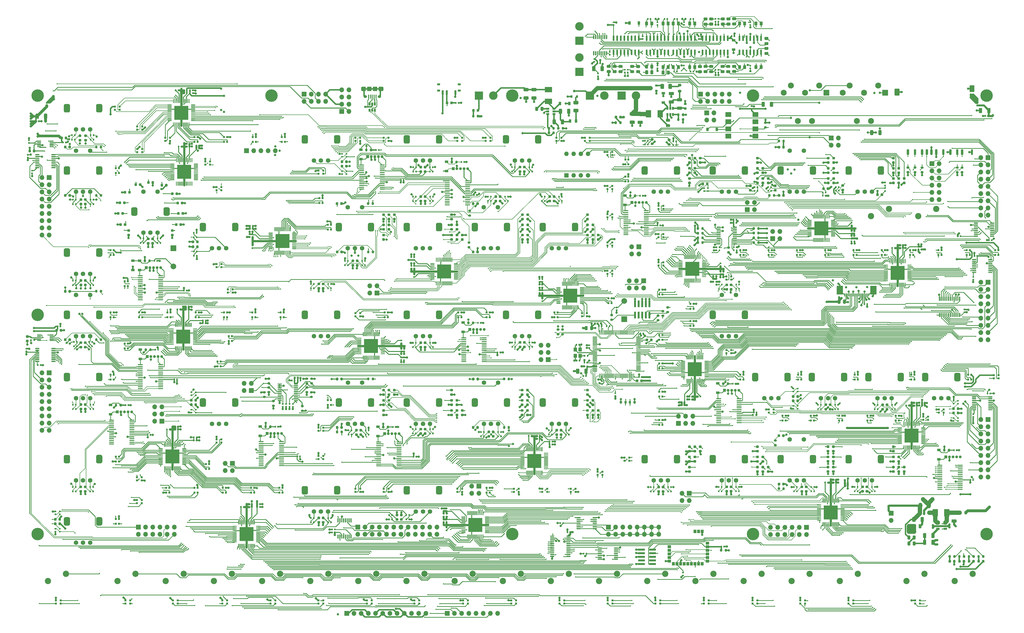
<source format=gbr>
%TF.GenerationSoftware,KiCad,Pcbnew,(5.1.9-0-10_14)*%
%TF.CreationDate,2021-03-16T15:37:56+11:00*%
%TF.ProjectId,Boom-1-Top,426f6f6d-2d31-42d5-946f-702e6b696361,rev?*%
%TF.SameCoordinates,Original*%
%TF.FileFunction,Copper,L1,Top*%
%TF.FilePolarity,Positive*%
%FSLAX46Y46*%
G04 Gerber Fmt 4.6, Leading zero omitted, Abs format (unit mm)*
G04 Created by KiCad (PCBNEW (5.1.9-0-10_14)) date 2021-03-16 15:37:56*
%MOMM*%
%LPD*%
G01*
G04 APERTURE LIST*
%TA.AperFunction,ComponentPad*%
%ADD10O,1.700000X1.700000*%
%TD*%
%TA.AperFunction,ComponentPad*%
%ADD11R,1.700000X1.700000*%
%TD*%
%TA.AperFunction,ComponentPad*%
%ADD12C,1.600200*%
%TD*%
%TA.AperFunction,ComponentPad*%
%ADD13O,1.600000X1.600000*%
%TD*%
%TA.AperFunction,ComponentPad*%
%ADD14R,1.600000X1.600000*%
%TD*%
%TA.AperFunction,SMDPad,CuDef*%
%ADD15R,1.000000X0.800000*%
%TD*%
%TA.AperFunction,SMDPad,CuDef*%
%ADD16R,0.700000X1.500000*%
%TD*%
%TA.AperFunction,SMDPad,CuDef*%
%ADD17R,1.220000X0.650000*%
%TD*%
%TA.AperFunction,SMDPad,CuDef*%
%ADD18R,1.900000X2.500000*%
%TD*%
%TA.AperFunction,SMDPad,CuDef*%
%ADD19R,0.900000X1.200000*%
%TD*%
%TA.AperFunction,SMDPad,CuDef*%
%ADD20R,0.800000X0.700000*%
%TD*%
%TA.AperFunction,ComponentPad*%
%ADD21C,2.200000*%
%TD*%
%TA.AperFunction,SMDPad,CuDef*%
%ADD22R,1.750000X0.450000*%
%TD*%
%TA.AperFunction,SMDPad,CuDef*%
%ADD23R,0.740000X2.400000*%
%TD*%
%TA.AperFunction,SMDPad,CuDef*%
%ADD24R,5.000000X5.000000*%
%TD*%
%TA.AperFunction,SMDPad,CuDef*%
%ADD25R,0.700000X0.800000*%
%TD*%
%TA.AperFunction,SMDPad,CuDef*%
%ADD26R,0.300000X1.100000*%
%TD*%
%TA.AperFunction,SMDPad,CuDef*%
%ADD27R,2.300000X3.100000*%
%TD*%
%TA.AperFunction,ComponentPad*%
%ADD28C,4.400000*%
%TD*%
%TA.AperFunction,ComponentPad*%
%ADD29C,3.000000*%
%TD*%
%TA.AperFunction,ComponentPad*%
%ADD30R,3.000000X3.000000*%
%TD*%
%TA.AperFunction,SMDPad,CuDef*%
%ADD31R,1.200000X0.900000*%
%TD*%
%TA.AperFunction,SMDPad,CuDef*%
%ADD32R,1.060000X0.650000*%
%TD*%
%TA.AperFunction,SMDPad,CuDef*%
%ADD33R,0.800000X0.900000*%
%TD*%
%TA.AperFunction,SMDPad,CuDef*%
%ADD34R,2.500000X1.900000*%
%TD*%
%TA.AperFunction,SMDPad,CuDef*%
%ADD35R,0.650000X1.060000*%
%TD*%
%TA.AperFunction,SMDPad,CuDef*%
%ADD36R,0.900000X0.800000*%
%TD*%
%TA.AperFunction,SMDPad,CuDef*%
%ADD37R,2.400000X0.740000*%
%TD*%
%TA.AperFunction,SMDPad,CuDef*%
%ADD38R,2.000000X1.780000*%
%TD*%
%TA.AperFunction,ComponentPad*%
%ADD39R,2.000000X2.000000*%
%TD*%
%TA.AperFunction,ComponentPad*%
%ADD40C,2.000000*%
%TD*%
%TA.AperFunction,ComponentPad*%
%ADD41O,1.000000X1.000000*%
%TD*%
%TA.AperFunction,ComponentPad*%
%ADD42R,1.000000X1.000000*%
%TD*%
%TA.AperFunction,SMDPad,CuDef*%
%ADD43R,1.000000X1.200000*%
%TD*%
%TA.AperFunction,SMDPad,CuDef*%
%ADD44R,1.200000X1.000000*%
%TD*%
%TA.AperFunction,SMDPad,CuDef*%
%ADD45R,0.400000X1.350000*%
%TD*%
%TA.AperFunction,ComponentPad*%
%ADD46O,1.250000X0.950000*%
%TD*%
%TA.AperFunction,SMDPad,CuDef*%
%ADD47R,1.500000X1.550000*%
%TD*%
%TA.AperFunction,SMDPad,CuDef*%
%ADD48R,1.200000X1.550000*%
%TD*%
%TA.AperFunction,ComponentPad*%
%ADD49O,0.890000X1.550000*%
%TD*%
%TA.AperFunction,SMDPad,CuDef*%
%ADD50R,1.200000X1.400000*%
%TD*%
%TA.AperFunction,SMDPad,CuDef*%
%ADD51R,1.400000X0.300000*%
%TD*%
%TA.AperFunction,ComponentPad*%
%ADD52C,2.100000*%
%TD*%
%TA.AperFunction,ComponentPad*%
%ADD53R,2.100000X2.100000*%
%TD*%
%TA.AperFunction,ViaPad*%
%ADD54C,0.450000*%
%TD*%
%TA.AperFunction,ViaPad*%
%ADD55C,0.800000*%
%TD*%
%TA.AperFunction,ViaPad*%
%ADD56C,0.900000*%
%TD*%
%TA.AperFunction,Conductor*%
%ADD57C,0.200000*%
%TD*%
%TA.AperFunction,Conductor*%
%ADD58C,0.250000*%
%TD*%
%TA.AperFunction,Conductor*%
%ADD59C,0.500000*%
%TD*%
%TA.AperFunction,Conductor*%
%ADD60C,0.800000*%
%TD*%
%TA.AperFunction,Conductor*%
%ADD61C,0.640000*%
%TD*%
%TA.AperFunction,Conductor*%
%ADD62C,0.300000*%
%TD*%
%TA.AperFunction,Conductor*%
%ADD63C,0.127000*%
%TD*%
%TA.AperFunction,Conductor*%
%ADD64C,1.000000*%
%TD*%
%TA.AperFunction,Conductor*%
%ADD65C,1.500000*%
%TD*%
%TA.AperFunction,Conductor*%
%ADD66C,0.180000*%
%TD*%
G04 APERTURE END LIST*
D10*
%TO.P,J54,2*%
%TO.N,GND*%
X437800000Y-259840000D03*
D11*
%TO.P,J54,1*%
%TO.N,OLED_VCC_16V*%
X437800000Y-257300000D03*
%TD*%
%TO.P,SW2,2*%
%TO.N,N/C*%
%TA.AperFunction,ComponentPad*%
G36*
G01*
X157100000Y-137150000D02*
X157100000Y-135250000D01*
G75*
G02*
X157650000Y-134700000I550000J0D01*
G01*
X158750000Y-134700000D01*
G75*
G02*
X159300000Y-135250000I0J-550000D01*
G01*
X159300000Y-137150000D01*
G75*
G02*
X158750000Y-137700000I-550000J0D01*
G01*
X157650000Y-137700000D01*
G75*
G02*
X157100000Y-137150000I0J550000D01*
G01*
G37*
%TD.AperFunction*%
%TO.P,SW2,1*%
%TA.AperFunction,ComponentPad*%
G36*
G01*
X145700000Y-137150000D02*
X145700000Y-135250000D01*
G75*
G02*
X146250000Y-134700000I550000J0D01*
G01*
X147350000Y-134700000D01*
G75*
G02*
X147900000Y-135250000I0J-550000D01*
G01*
X147900000Y-137150000D01*
G75*
G02*
X147350000Y-137700000I-550000J0D01*
G01*
X146250000Y-137700000D01*
G75*
G02*
X145700000Y-137150000I0J550000D01*
G01*
G37*
%TD.AperFunction*%
D12*
%TO.P,SW2,S1*%
%TO.N,GND*%
X150000000Y-129200000D03*
%TO.P,SW2,S2*%
%TO.N,Net-(SW2-PadS2)*%
X155000000Y-129200000D03*
%TO.P,SW2,B*%
%TO.N,Net-(R18-Pad2)*%
X155000000Y-143700000D03*
%TO.P,SW2,C*%
%TO.N,GND*%
X152500000Y-143700000D03*
%TO.P,SW2,A*%
%TO.N,Net-(R17-Pad1)*%
X150000000Y-143700000D03*
%TD*%
%TO.P,SW1,2*%
%TO.N,N/C*%
%TA.AperFunction,ComponentPad*%
G36*
G01*
X157100000Y-115140000D02*
X157100000Y-113240000D01*
G75*
G02*
X157650000Y-112690000I550000J0D01*
G01*
X158750000Y-112690000D01*
G75*
G02*
X159300000Y-113240000I0J-550000D01*
G01*
X159300000Y-115140000D01*
G75*
G02*
X158750000Y-115690000I-550000J0D01*
G01*
X157650000Y-115690000D01*
G75*
G02*
X157100000Y-115140000I0J550000D01*
G01*
G37*
%TD.AperFunction*%
%TO.P,SW1,1*%
%TA.AperFunction,ComponentPad*%
G36*
G01*
X145700000Y-115150000D02*
X145700000Y-113250000D01*
G75*
G02*
X146250000Y-112700000I550000J0D01*
G01*
X147350000Y-112700000D01*
G75*
G02*
X147900000Y-113250000I0J-550000D01*
G01*
X147900000Y-115150000D01*
G75*
G02*
X147350000Y-115700000I-550000J0D01*
G01*
X146250000Y-115700000D01*
G75*
G02*
X145700000Y-115150000I0J550000D01*
G01*
G37*
%TD.AperFunction*%
%TO.P,SW1,A*%
%TO.N,Net-(R1-Pad1)*%
X150000000Y-121700000D03*
%TO.P,SW1,C*%
%TO.N,GND*%
X152500000Y-121700000D03*
%TO.P,SW1,B*%
%TO.N,Net-(R16-Pad2)*%
X155000000Y-121700000D03*
%TD*%
%TO.P,U1,100*%
%TO.N,+3V3*%
%TA.AperFunction,SMDPad,CuDef*%
G36*
G01*
X334750000Y-194150000D02*
X334750000Y-192700000D01*
G75*
G02*
X334825000Y-192625000I75000J0D01*
G01*
X334975000Y-192625000D01*
G75*
G02*
X335050000Y-192700000I0J-75000D01*
G01*
X335050000Y-194150000D01*
G75*
G02*
X334975000Y-194225000I-75000J0D01*
G01*
X334825000Y-194225000D01*
G75*
G02*
X334750000Y-194150000I0J75000D01*
G01*
G37*
%TD.AperFunction*%
%TO.P,U1,99*%
%TO.N,GND*%
%TA.AperFunction,SMDPad,CuDef*%
G36*
G01*
X335250000Y-194150000D02*
X335250000Y-192700000D01*
G75*
G02*
X335325000Y-192625000I75000J0D01*
G01*
X335475000Y-192625000D01*
G75*
G02*
X335550000Y-192700000I0J-75000D01*
G01*
X335550000Y-194150000D01*
G75*
G02*
X335475000Y-194225000I-75000J0D01*
G01*
X335325000Y-194225000D01*
G75*
G02*
X335250000Y-194150000I0J75000D01*
G01*
G37*
%TD.AperFunction*%
%TO.P,U1,98*%
%TO.N,HAPTIC_TRIG*%
%TA.AperFunction,SMDPad,CuDef*%
G36*
G01*
X335750000Y-194150000D02*
X335750000Y-192700000D01*
G75*
G02*
X335825000Y-192625000I75000J0D01*
G01*
X335975000Y-192625000D01*
G75*
G02*
X336050000Y-192700000I0J-75000D01*
G01*
X336050000Y-194150000D01*
G75*
G02*
X335975000Y-194225000I-75000J0D01*
G01*
X335825000Y-194225000D01*
G75*
G02*
X335750000Y-194150000I0J75000D01*
G01*
G37*
%TD.AperFunction*%
%TO.P,U1,97*%
%TO.N,Net-(U1-Pad97)*%
%TA.AperFunction,SMDPad,CuDef*%
G36*
G01*
X336250000Y-194150000D02*
X336250000Y-192700000D01*
G75*
G02*
X336325000Y-192625000I75000J0D01*
G01*
X336475000Y-192625000D01*
G75*
G02*
X336550000Y-192700000I0J-75000D01*
G01*
X336550000Y-194150000D01*
G75*
G02*
X336475000Y-194225000I-75000J0D01*
G01*
X336325000Y-194225000D01*
G75*
G02*
X336250000Y-194150000I0J75000D01*
G01*
G37*
%TD.AperFunction*%
%TO.P,U1,96*%
%TO.N,Net-(U1-Pad96)*%
%TA.AperFunction,SMDPad,CuDef*%
G36*
G01*
X336750000Y-194150000D02*
X336750000Y-192700000D01*
G75*
G02*
X336825000Y-192625000I75000J0D01*
G01*
X336975000Y-192625000D01*
G75*
G02*
X337050000Y-192700000I0J-75000D01*
G01*
X337050000Y-194150000D01*
G75*
G02*
X336975000Y-194225000I-75000J0D01*
G01*
X336825000Y-194225000D01*
G75*
G02*
X336750000Y-194150000I0J75000D01*
G01*
G37*
%TD.AperFunction*%
%TO.P,U1,95*%
%TO.N,Net-(U1-Pad95)*%
%TA.AperFunction,SMDPad,CuDef*%
G36*
G01*
X337250000Y-194150000D02*
X337250000Y-192700000D01*
G75*
G02*
X337325000Y-192625000I75000J0D01*
G01*
X337475000Y-192625000D01*
G75*
G02*
X337550000Y-192700000I0J-75000D01*
G01*
X337550000Y-194150000D01*
G75*
G02*
X337475000Y-194225000I-75000J0D01*
G01*
X337325000Y-194225000D01*
G75*
G02*
X337250000Y-194150000I0J75000D01*
G01*
G37*
%TD.AperFunction*%
%TO.P,U1,94*%
%TO.N,BOOT0*%
%TA.AperFunction,SMDPad,CuDef*%
G36*
G01*
X337750000Y-194150000D02*
X337750000Y-192700000D01*
G75*
G02*
X337825000Y-192625000I75000J0D01*
G01*
X337975000Y-192625000D01*
G75*
G02*
X338050000Y-192700000I0J-75000D01*
G01*
X338050000Y-194150000D01*
G75*
G02*
X337975000Y-194225000I-75000J0D01*
G01*
X337825000Y-194225000D01*
G75*
G02*
X337750000Y-194150000I0J75000D01*
G01*
G37*
%TD.AperFunction*%
%TO.P,U1,93*%
%TO.N,I2CBus1SDA*%
%TA.AperFunction,SMDPad,CuDef*%
G36*
G01*
X338250000Y-194150000D02*
X338250000Y-192700000D01*
G75*
G02*
X338325000Y-192625000I75000J0D01*
G01*
X338475000Y-192625000D01*
G75*
G02*
X338550000Y-192700000I0J-75000D01*
G01*
X338550000Y-194150000D01*
G75*
G02*
X338475000Y-194225000I-75000J0D01*
G01*
X338325000Y-194225000D01*
G75*
G02*
X338250000Y-194150000I0J75000D01*
G01*
G37*
%TD.AperFunction*%
%TO.P,U1,92*%
%TO.N,I2CBus1SCL*%
%TA.AperFunction,SMDPad,CuDef*%
G36*
G01*
X338750000Y-194150000D02*
X338750000Y-192700000D01*
G75*
G02*
X338825000Y-192625000I75000J0D01*
G01*
X338975000Y-192625000D01*
G75*
G02*
X339050000Y-192700000I0J-75000D01*
G01*
X339050000Y-194150000D01*
G75*
G02*
X338975000Y-194225000I-75000J0D01*
G01*
X338825000Y-194225000D01*
G75*
G02*
X338750000Y-194150000I0J75000D01*
G01*
G37*
%TD.AperFunction*%
%TO.P,U1,91*%
%TO.N,I2CBus1Interrupt*%
%TA.AperFunction,SMDPad,CuDef*%
G36*
G01*
X339250000Y-194150000D02*
X339250000Y-192700000D01*
G75*
G02*
X339325000Y-192625000I75000J0D01*
G01*
X339475000Y-192625000D01*
G75*
G02*
X339550000Y-192700000I0J-75000D01*
G01*
X339550000Y-194150000D01*
G75*
G02*
X339475000Y-194225000I-75000J0D01*
G01*
X339325000Y-194225000D01*
G75*
G02*
X339250000Y-194150000I0J75000D01*
G01*
G37*
%TD.AperFunction*%
%TO.P,U1,90*%
%TO.N,Net-(U1-Pad90)*%
%TA.AperFunction,SMDPad,CuDef*%
G36*
G01*
X339750000Y-194150000D02*
X339750000Y-192700000D01*
G75*
G02*
X339825000Y-192625000I75000J0D01*
G01*
X339975000Y-192625000D01*
G75*
G02*
X340050000Y-192700000I0J-75000D01*
G01*
X340050000Y-194150000D01*
G75*
G02*
X339975000Y-194225000I-75000J0D01*
G01*
X339825000Y-194225000D01*
G75*
G02*
X339750000Y-194150000I0J75000D01*
G01*
G37*
%TD.AperFunction*%
%TO.P,U1,89*%
%TO.N,SWO*%
%TA.AperFunction,SMDPad,CuDef*%
G36*
G01*
X340250000Y-194150000D02*
X340250000Y-192700000D01*
G75*
G02*
X340325000Y-192625000I75000J0D01*
G01*
X340475000Y-192625000D01*
G75*
G02*
X340550000Y-192700000I0J-75000D01*
G01*
X340550000Y-194150000D01*
G75*
G02*
X340475000Y-194225000I-75000J0D01*
G01*
X340325000Y-194225000D01*
G75*
G02*
X340250000Y-194150000I0J75000D01*
G01*
G37*
%TD.AperFunction*%
%TO.P,U1,88*%
%TO.N,Net-(U1-Pad88)*%
%TA.AperFunction,SMDPad,CuDef*%
G36*
G01*
X340750000Y-194150000D02*
X340750000Y-192700000D01*
G75*
G02*
X340825000Y-192625000I75000J0D01*
G01*
X340975000Y-192625000D01*
G75*
G02*
X341050000Y-192700000I0J-75000D01*
G01*
X341050000Y-194150000D01*
G75*
G02*
X340975000Y-194225000I-75000J0D01*
G01*
X340825000Y-194225000D01*
G75*
G02*
X340750000Y-194150000I0J75000D01*
G01*
G37*
%TD.AperFunction*%
%TO.P,U1,87*%
%TO.N,Net-(U1-Pad87)*%
%TA.AperFunction,SMDPad,CuDef*%
G36*
G01*
X341250000Y-194150000D02*
X341250000Y-192700000D01*
G75*
G02*
X341325000Y-192625000I75000J0D01*
G01*
X341475000Y-192625000D01*
G75*
G02*
X341550000Y-192700000I0J-75000D01*
G01*
X341550000Y-194150000D01*
G75*
G02*
X341475000Y-194225000I-75000J0D01*
G01*
X341325000Y-194225000D01*
G75*
G02*
X341250000Y-194150000I0J75000D01*
G01*
G37*
%TD.AperFunction*%
%TO.P,U1,86*%
%TO.N,Net-(U1-Pad86)*%
%TA.AperFunction,SMDPad,CuDef*%
G36*
G01*
X341750000Y-194150000D02*
X341750000Y-192700000D01*
G75*
G02*
X341825000Y-192625000I75000J0D01*
G01*
X341975000Y-192625000D01*
G75*
G02*
X342050000Y-192700000I0J-75000D01*
G01*
X342050000Y-194150000D01*
G75*
G02*
X341975000Y-194225000I-75000J0D01*
G01*
X341825000Y-194225000D01*
G75*
G02*
X341750000Y-194150000I0J75000D01*
G01*
G37*
%TD.AperFunction*%
%TO.P,U1,85*%
%TO.N,Net-(U1-Pad85)*%
%TA.AperFunction,SMDPad,CuDef*%
G36*
G01*
X342250000Y-194150000D02*
X342250000Y-192700000D01*
G75*
G02*
X342325000Y-192625000I75000J0D01*
G01*
X342475000Y-192625000D01*
G75*
G02*
X342550000Y-192700000I0J-75000D01*
G01*
X342550000Y-194150000D01*
G75*
G02*
X342475000Y-194225000I-75000J0D01*
G01*
X342325000Y-194225000D01*
G75*
G02*
X342250000Y-194150000I0J75000D01*
G01*
G37*
%TD.AperFunction*%
%TO.P,U1,84*%
%TO.N,Net-(U1-Pad84)*%
%TA.AperFunction,SMDPad,CuDef*%
G36*
G01*
X342750000Y-194150000D02*
X342750000Y-192700000D01*
G75*
G02*
X342825000Y-192625000I75000J0D01*
G01*
X342975000Y-192625000D01*
G75*
G02*
X343050000Y-192700000I0J-75000D01*
G01*
X343050000Y-194150000D01*
G75*
G02*
X342975000Y-194225000I-75000J0D01*
G01*
X342825000Y-194225000D01*
G75*
G02*
X342750000Y-194150000I0J75000D01*
G01*
G37*
%TD.AperFunction*%
%TO.P,U1,83*%
%TO.N,SDIO_CMD*%
%TA.AperFunction,SMDPad,CuDef*%
G36*
G01*
X343250000Y-194150000D02*
X343250000Y-192700000D01*
G75*
G02*
X343325000Y-192625000I75000J0D01*
G01*
X343475000Y-192625000D01*
G75*
G02*
X343550000Y-192700000I0J-75000D01*
G01*
X343550000Y-194150000D01*
G75*
G02*
X343475000Y-194225000I-75000J0D01*
G01*
X343325000Y-194225000D01*
G75*
G02*
X343250000Y-194150000I0J75000D01*
G01*
G37*
%TD.AperFunction*%
%TO.P,U1,82*%
%TO.N,Net-(U1-Pad82)*%
%TA.AperFunction,SMDPad,CuDef*%
G36*
G01*
X343750000Y-194150000D02*
X343750000Y-192700000D01*
G75*
G02*
X343825000Y-192625000I75000J0D01*
G01*
X343975000Y-192625000D01*
G75*
G02*
X344050000Y-192700000I0J-75000D01*
G01*
X344050000Y-194150000D01*
G75*
G02*
X343975000Y-194225000I-75000J0D01*
G01*
X343825000Y-194225000D01*
G75*
G02*
X343750000Y-194150000I0J75000D01*
G01*
G37*
%TD.AperFunction*%
%TO.P,U1,81*%
%TO.N,SDIO_DETECT*%
%TA.AperFunction,SMDPad,CuDef*%
G36*
G01*
X344250000Y-194150000D02*
X344250000Y-192700000D01*
G75*
G02*
X344325000Y-192625000I75000J0D01*
G01*
X344475000Y-192625000D01*
G75*
G02*
X344550000Y-192700000I0J-75000D01*
G01*
X344550000Y-194150000D01*
G75*
G02*
X344475000Y-194225000I-75000J0D01*
G01*
X344325000Y-194225000D01*
G75*
G02*
X344250000Y-194150000I0J75000D01*
G01*
G37*
%TD.AperFunction*%
%TO.P,U1,80*%
%TO.N,SDIO_CLK*%
%TA.AperFunction,SMDPad,CuDef*%
G36*
G01*
X344750000Y-194150000D02*
X344750000Y-192700000D01*
G75*
G02*
X344825000Y-192625000I75000J0D01*
G01*
X344975000Y-192625000D01*
G75*
G02*
X345050000Y-192700000I0J-75000D01*
G01*
X345050000Y-194150000D01*
G75*
G02*
X344975000Y-194225000I-75000J0D01*
G01*
X344825000Y-194225000D01*
G75*
G02*
X344750000Y-194150000I0J75000D01*
G01*
G37*
%TD.AperFunction*%
%TO.P,U1,79*%
%TO.N,SDIO_D3*%
%TA.AperFunction,SMDPad,CuDef*%
G36*
G01*
X345250000Y-194150000D02*
X345250000Y-192700000D01*
G75*
G02*
X345325000Y-192625000I75000J0D01*
G01*
X345475000Y-192625000D01*
G75*
G02*
X345550000Y-192700000I0J-75000D01*
G01*
X345550000Y-194150000D01*
G75*
G02*
X345475000Y-194225000I-75000J0D01*
G01*
X345325000Y-194225000D01*
G75*
G02*
X345250000Y-194150000I0J75000D01*
G01*
G37*
%TD.AperFunction*%
%TO.P,U1,78*%
%TO.N,SDIO_D2*%
%TA.AperFunction,SMDPad,CuDef*%
G36*
G01*
X345750000Y-194150000D02*
X345750000Y-192700000D01*
G75*
G02*
X345825000Y-192625000I75000J0D01*
G01*
X345975000Y-192625000D01*
G75*
G02*
X346050000Y-192700000I0J-75000D01*
G01*
X346050000Y-194150000D01*
G75*
G02*
X345975000Y-194225000I-75000J0D01*
G01*
X345825000Y-194225000D01*
G75*
G02*
X345750000Y-194150000I0J75000D01*
G01*
G37*
%TD.AperFunction*%
%TO.P,U1,77*%
%TO.N,Net-(U1-Pad77)*%
%TA.AperFunction,SMDPad,CuDef*%
G36*
G01*
X346250000Y-194150000D02*
X346250000Y-192700000D01*
G75*
G02*
X346325000Y-192625000I75000J0D01*
G01*
X346475000Y-192625000D01*
G75*
G02*
X346550000Y-192700000I0J-75000D01*
G01*
X346550000Y-194150000D01*
G75*
G02*
X346475000Y-194225000I-75000J0D01*
G01*
X346325000Y-194225000D01*
G75*
G02*
X346250000Y-194150000I0J75000D01*
G01*
G37*
%TD.AperFunction*%
%TO.P,U1,76*%
%TO.N,SWCLK*%
%TA.AperFunction,SMDPad,CuDef*%
G36*
G01*
X346750000Y-194150000D02*
X346750000Y-192700000D01*
G75*
G02*
X346825000Y-192625000I75000J0D01*
G01*
X346975000Y-192625000D01*
G75*
G02*
X347050000Y-192700000I0J-75000D01*
G01*
X347050000Y-194150000D01*
G75*
G02*
X346975000Y-194225000I-75000J0D01*
G01*
X346825000Y-194225000D01*
G75*
G02*
X346750000Y-194150000I0J75000D01*
G01*
G37*
%TD.AperFunction*%
%TO.P,U1,75*%
%TO.N,+3V3*%
%TA.AperFunction,SMDPad,CuDef*%
G36*
G01*
X347775000Y-195175000D02*
X347775000Y-195025000D01*
G75*
G02*
X347850000Y-194950000I75000J0D01*
G01*
X349300000Y-194950000D01*
G75*
G02*
X349375000Y-195025000I0J-75000D01*
G01*
X349375000Y-195175000D01*
G75*
G02*
X349300000Y-195250000I-75000J0D01*
G01*
X347850000Y-195250000D01*
G75*
G02*
X347775000Y-195175000I0J75000D01*
G01*
G37*
%TD.AperFunction*%
%TO.P,U1,74*%
%TO.N,GND*%
%TA.AperFunction,SMDPad,CuDef*%
G36*
G01*
X347775000Y-195675000D02*
X347775000Y-195525000D01*
G75*
G02*
X347850000Y-195450000I75000J0D01*
G01*
X349300000Y-195450000D01*
G75*
G02*
X349375000Y-195525000I0J-75000D01*
G01*
X349375000Y-195675000D01*
G75*
G02*
X349300000Y-195750000I-75000J0D01*
G01*
X347850000Y-195750000D01*
G75*
G02*
X347775000Y-195675000I0J75000D01*
G01*
G37*
%TD.AperFunction*%
%TO.P,U1,73*%
%TO.N,Net-(C99-Pad1)*%
%TA.AperFunction,SMDPad,CuDef*%
G36*
G01*
X347775000Y-196175000D02*
X347775000Y-196025000D01*
G75*
G02*
X347850000Y-195950000I75000J0D01*
G01*
X349300000Y-195950000D01*
G75*
G02*
X349375000Y-196025000I0J-75000D01*
G01*
X349375000Y-196175000D01*
G75*
G02*
X349300000Y-196250000I-75000J0D01*
G01*
X347850000Y-196250000D01*
G75*
G02*
X347775000Y-196175000I0J75000D01*
G01*
G37*
%TD.AperFunction*%
%TO.P,U1,72*%
%TO.N,SWDIO*%
%TA.AperFunction,SMDPad,CuDef*%
G36*
G01*
X347775000Y-196675000D02*
X347775000Y-196525000D01*
G75*
G02*
X347850000Y-196450000I75000J0D01*
G01*
X349300000Y-196450000D01*
G75*
G02*
X349375000Y-196525000I0J-75000D01*
G01*
X349375000Y-196675000D01*
G75*
G02*
X349300000Y-196750000I-75000J0D01*
G01*
X347850000Y-196750000D01*
G75*
G02*
X347775000Y-196675000I0J75000D01*
G01*
G37*
%TD.AperFunction*%
%TO.P,U1,71*%
%TO.N,USB_D_P*%
%TA.AperFunction,SMDPad,CuDef*%
G36*
G01*
X347775000Y-197175000D02*
X347775000Y-197025000D01*
G75*
G02*
X347850000Y-196950000I75000J0D01*
G01*
X349300000Y-196950000D01*
G75*
G02*
X349375000Y-197025000I0J-75000D01*
G01*
X349375000Y-197175000D01*
G75*
G02*
X349300000Y-197250000I-75000J0D01*
G01*
X347850000Y-197250000D01*
G75*
G02*
X347775000Y-197175000I0J75000D01*
G01*
G37*
%TD.AperFunction*%
%TO.P,U1,70*%
%TO.N,USB_D_N*%
%TA.AperFunction,SMDPad,CuDef*%
G36*
G01*
X347775000Y-197675000D02*
X347775000Y-197525000D01*
G75*
G02*
X347850000Y-197450000I75000J0D01*
G01*
X349300000Y-197450000D01*
G75*
G02*
X349375000Y-197525000I0J-75000D01*
G01*
X349375000Y-197675000D01*
G75*
G02*
X349300000Y-197750000I-75000J0D01*
G01*
X347850000Y-197750000D01*
G75*
G02*
X347775000Y-197675000I0J75000D01*
G01*
G37*
%TD.AperFunction*%
%TO.P,U1,69*%
%TO.N,MIDIRXUSART*%
%TA.AperFunction,SMDPad,CuDef*%
G36*
G01*
X347775000Y-198175000D02*
X347775000Y-198025000D01*
G75*
G02*
X347850000Y-197950000I75000J0D01*
G01*
X349300000Y-197950000D01*
G75*
G02*
X349375000Y-198025000I0J-75000D01*
G01*
X349375000Y-198175000D01*
G75*
G02*
X349300000Y-198250000I-75000J0D01*
G01*
X347850000Y-198250000D01*
G75*
G02*
X347775000Y-198175000I0J75000D01*
G01*
G37*
%TD.AperFunction*%
%TO.P,U1,68*%
%TO.N,MIDITXUSART*%
%TA.AperFunction,SMDPad,CuDef*%
G36*
G01*
X347775000Y-198675000D02*
X347775000Y-198525000D01*
G75*
G02*
X347850000Y-198450000I75000J0D01*
G01*
X349300000Y-198450000D01*
G75*
G02*
X349375000Y-198525000I0J-75000D01*
G01*
X349375000Y-198675000D01*
G75*
G02*
X349300000Y-198750000I-75000J0D01*
G01*
X347850000Y-198750000D01*
G75*
G02*
X347775000Y-198675000I0J75000D01*
G01*
G37*
%TD.AperFunction*%
%TO.P,U1,67*%
%TO.N,Net-(U1-Pad67)*%
%TA.AperFunction,SMDPad,CuDef*%
G36*
G01*
X347775000Y-199175000D02*
X347775000Y-199025000D01*
G75*
G02*
X347850000Y-198950000I75000J0D01*
G01*
X349300000Y-198950000D01*
G75*
G02*
X349375000Y-199025000I0J-75000D01*
G01*
X349375000Y-199175000D01*
G75*
G02*
X349300000Y-199250000I-75000J0D01*
G01*
X347850000Y-199250000D01*
G75*
G02*
X347775000Y-199175000I0J75000D01*
G01*
G37*
%TD.AperFunction*%
%TO.P,U1,66*%
%TO.N,SDIO_D1*%
%TA.AperFunction,SMDPad,CuDef*%
G36*
G01*
X347775000Y-199675000D02*
X347775000Y-199525000D01*
G75*
G02*
X347850000Y-199450000I75000J0D01*
G01*
X349300000Y-199450000D01*
G75*
G02*
X349375000Y-199525000I0J-75000D01*
G01*
X349375000Y-199675000D01*
G75*
G02*
X349300000Y-199750000I-75000J0D01*
G01*
X347850000Y-199750000D01*
G75*
G02*
X347775000Y-199675000I0J75000D01*
G01*
G37*
%TD.AperFunction*%
%TO.P,U1,65*%
%TO.N,SDIO_D0*%
%TA.AperFunction,SMDPad,CuDef*%
G36*
G01*
X347775000Y-200175000D02*
X347775000Y-200025000D01*
G75*
G02*
X347850000Y-199950000I75000J0D01*
G01*
X349300000Y-199950000D01*
G75*
G02*
X349375000Y-200025000I0J-75000D01*
G01*
X349375000Y-200175000D01*
G75*
G02*
X349300000Y-200250000I-75000J0D01*
G01*
X347850000Y-200250000D01*
G75*
G02*
X347775000Y-200175000I0J75000D01*
G01*
G37*
%TD.AperFunction*%
%TO.P,U1,64*%
%TO.N,OLED_SPI_CS*%
%TA.AperFunction,SMDPad,CuDef*%
G36*
G01*
X347775000Y-200675000D02*
X347775000Y-200525000D01*
G75*
G02*
X347850000Y-200450000I75000J0D01*
G01*
X349300000Y-200450000D01*
G75*
G02*
X349375000Y-200525000I0J-75000D01*
G01*
X349375000Y-200675000D01*
G75*
G02*
X349300000Y-200750000I-75000J0D01*
G01*
X347850000Y-200750000D01*
G75*
G02*
X347775000Y-200675000I0J75000D01*
G01*
G37*
%TD.AperFunction*%
%TO.P,U1,63*%
%TO.N,OLED_DATA_SELECT*%
%TA.AperFunction,SMDPad,CuDef*%
G36*
G01*
X347775000Y-201175000D02*
X347775000Y-201025000D01*
G75*
G02*
X347850000Y-200950000I75000J0D01*
G01*
X349300000Y-200950000D01*
G75*
G02*
X349375000Y-201025000I0J-75000D01*
G01*
X349375000Y-201175000D01*
G75*
G02*
X349300000Y-201250000I-75000J0D01*
G01*
X347850000Y-201250000D01*
G75*
G02*
X347775000Y-201175000I0J75000D01*
G01*
G37*
%TD.AperFunction*%
%TO.P,U1,62*%
%TO.N,Net-(U1-Pad62)*%
%TA.AperFunction,SMDPad,CuDef*%
G36*
G01*
X347775000Y-201675000D02*
X347775000Y-201525000D01*
G75*
G02*
X347850000Y-201450000I75000J0D01*
G01*
X349300000Y-201450000D01*
G75*
G02*
X349375000Y-201525000I0J-75000D01*
G01*
X349375000Y-201675000D01*
G75*
G02*
X349300000Y-201750000I-75000J0D01*
G01*
X347850000Y-201750000D01*
G75*
G02*
X347775000Y-201675000I0J75000D01*
G01*
G37*
%TD.AperFunction*%
%TO.P,U1,61*%
%TO.N,Net-(U1-Pad61)*%
%TA.AperFunction,SMDPad,CuDef*%
G36*
G01*
X347775000Y-202175000D02*
X347775000Y-202025000D01*
G75*
G02*
X347850000Y-201950000I75000J0D01*
G01*
X349300000Y-201950000D01*
G75*
G02*
X349375000Y-202025000I0J-75000D01*
G01*
X349375000Y-202175000D01*
G75*
G02*
X349300000Y-202250000I-75000J0D01*
G01*
X347850000Y-202250000D01*
G75*
G02*
X347775000Y-202175000I0J75000D01*
G01*
G37*
%TD.AperFunction*%
%TO.P,U1,60*%
%TO.N,Net-(U1-Pad60)*%
%TA.AperFunction,SMDPad,CuDef*%
G36*
G01*
X347775000Y-202675000D02*
X347775000Y-202525000D01*
G75*
G02*
X347850000Y-202450000I75000J0D01*
G01*
X349300000Y-202450000D01*
G75*
G02*
X349375000Y-202525000I0J-75000D01*
G01*
X349375000Y-202675000D01*
G75*
G02*
X349300000Y-202750000I-75000J0D01*
G01*
X347850000Y-202750000D01*
G75*
G02*
X347775000Y-202675000I0J75000D01*
G01*
G37*
%TD.AperFunction*%
%TO.P,U1,59*%
%TO.N,Net-(U1-Pad59)*%
%TA.AperFunction,SMDPad,CuDef*%
G36*
G01*
X347775000Y-203175000D02*
X347775000Y-203025000D01*
G75*
G02*
X347850000Y-202950000I75000J0D01*
G01*
X349300000Y-202950000D01*
G75*
G02*
X349375000Y-203025000I0J-75000D01*
G01*
X349375000Y-203175000D01*
G75*
G02*
X349300000Y-203250000I-75000J0D01*
G01*
X347850000Y-203250000D01*
G75*
G02*
X347775000Y-203175000I0J75000D01*
G01*
G37*
%TD.AperFunction*%
%TO.P,U1,58*%
%TO.N,Net-(U1-Pad58)*%
%TA.AperFunction,SMDPad,CuDef*%
G36*
G01*
X347775000Y-203675000D02*
X347775000Y-203525000D01*
G75*
G02*
X347850000Y-203450000I75000J0D01*
G01*
X349300000Y-203450000D01*
G75*
G02*
X349375000Y-203525000I0J-75000D01*
G01*
X349375000Y-203675000D01*
G75*
G02*
X349300000Y-203750000I-75000J0D01*
G01*
X347850000Y-203750000D01*
G75*
G02*
X347775000Y-203675000I0J75000D01*
G01*
G37*
%TD.AperFunction*%
%TO.P,U1,57*%
%TO.N,SHIFTSW*%
%TA.AperFunction,SMDPad,CuDef*%
G36*
G01*
X347775000Y-204175000D02*
X347775000Y-204025000D01*
G75*
G02*
X347850000Y-203950000I75000J0D01*
G01*
X349300000Y-203950000D01*
G75*
G02*
X349375000Y-204025000I0J-75000D01*
G01*
X349375000Y-204175000D01*
G75*
G02*
X349300000Y-204250000I-75000J0D01*
G01*
X347850000Y-204250000D01*
G75*
G02*
X347775000Y-204175000I0J75000D01*
G01*
G37*
%TD.AperFunction*%
%TO.P,U1,56*%
%TO.N,Net-(U1-Pad56)*%
%TA.AperFunction,SMDPad,CuDef*%
G36*
G01*
X347775000Y-204675000D02*
X347775000Y-204525000D01*
G75*
G02*
X347850000Y-204450000I75000J0D01*
G01*
X349300000Y-204450000D01*
G75*
G02*
X349375000Y-204525000I0J-75000D01*
G01*
X349375000Y-204675000D01*
G75*
G02*
X349300000Y-204750000I-75000J0D01*
G01*
X347850000Y-204750000D01*
G75*
G02*
X347775000Y-204675000I0J75000D01*
G01*
G37*
%TD.AperFunction*%
%TO.P,U1,55*%
%TO.N,Net-(U1-Pad55)*%
%TA.AperFunction,SMDPad,CuDef*%
G36*
G01*
X347775000Y-205175000D02*
X347775000Y-205025000D01*
G75*
G02*
X347850000Y-204950000I75000J0D01*
G01*
X349300000Y-204950000D01*
G75*
G02*
X349375000Y-205025000I0J-75000D01*
G01*
X349375000Y-205175000D01*
G75*
G02*
X349300000Y-205250000I-75000J0D01*
G01*
X347850000Y-205250000D01*
G75*
G02*
X347775000Y-205175000I0J75000D01*
G01*
G37*
%TD.AperFunction*%
%TO.P,U1,54*%
%TO.N,Net-(U1-Pad54)*%
%TA.AperFunction,SMDPad,CuDef*%
G36*
G01*
X347775000Y-205675000D02*
X347775000Y-205525000D01*
G75*
G02*
X347850000Y-205450000I75000J0D01*
G01*
X349300000Y-205450000D01*
G75*
G02*
X349375000Y-205525000I0J-75000D01*
G01*
X349375000Y-205675000D01*
G75*
G02*
X349300000Y-205750000I-75000J0D01*
G01*
X347850000Y-205750000D01*
G75*
G02*
X347775000Y-205675000I0J75000D01*
G01*
G37*
%TD.AperFunction*%
%TO.P,U1,53*%
%TO.N,Net-(U1-Pad53)*%
%TA.AperFunction,SMDPad,CuDef*%
G36*
G01*
X347775000Y-206175000D02*
X347775000Y-206025000D01*
G75*
G02*
X347850000Y-205950000I75000J0D01*
G01*
X349300000Y-205950000D01*
G75*
G02*
X349375000Y-206025000I0J-75000D01*
G01*
X349375000Y-206175000D01*
G75*
G02*
X349300000Y-206250000I-75000J0D01*
G01*
X347850000Y-206250000D01*
G75*
G02*
X347775000Y-206175000I0J75000D01*
G01*
G37*
%TD.AperFunction*%
%TO.P,U1,52*%
%TO.N,Net-(U1-Pad52)*%
%TA.AperFunction,SMDPad,CuDef*%
G36*
G01*
X347775000Y-206675000D02*
X347775000Y-206525000D01*
G75*
G02*
X347850000Y-206450000I75000J0D01*
G01*
X349300000Y-206450000D01*
G75*
G02*
X349375000Y-206525000I0J-75000D01*
G01*
X349375000Y-206675000D01*
G75*
G02*
X349300000Y-206750000I-75000J0D01*
G01*
X347850000Y-206750000D01*
G75*
G02*
X347775000Y-206675000I0J75000D01*
G01*
G37*
%TD.AperFunction*%
%TO.P,U1,51*%
%TO.N,I2CBus2Interrupt*%
%TA.AperFunction,SMDPad,CuDef*%
G36*
G01*
X347775000Y-207175000D02*
X347775000Y-207025000D01*
G75*
G02*
X347850000Y-206950000I75000J0D01*
G01*
X349300000Y-206950000D01*
G75*
G02*
X349375000Y-207025000I0J-75000D01*
G01*
X349375000Y-207175000D01*
G75*
G02*
X349300000Y-207250000I-75000J0D01*
G01*
X347850000Y-207250000D01*
G75*
G02*
X347775000Y-207175000I0J75000D01*
G01*
G37*
%TD.AperFunction*%
%TO.P,U1,50*%
%TO.N,+3V3*%
%TA.AperFunction,SMDPad,CuDef*%
G36*
G01*
X346750000Y-209500000D02*
X346750000Y-208050000D01*
G75*
G02*
X346825000Y-207975000I75000J0D01*
G01*
X346975000Y-207975000D01*
G75*
G02*
X347050000Y-208050000I0J-75000D01*
G01*
X347050000Y-209500000D01*
G75*
G02*
X346975000Y-209575000I-75000J0D01*
G01*
X346825000Y-209575000D01*
G75*
G02*
X346750000Y-209500000I0J75000D01*
G01*
G37*
%TD.AperFunction*%
%TO.P,U1,49*%
%TO.N,Net-(C95-Pad1)*%
%TA.AperFunction,SMDPad,CuDef*%
G36*
G01*
X346250000Y-209500000D02*
X346250000Y-208050000D01*
G75*
G02*
X346325000Y-207975000I75000J0D01*
G01*
X346475000Y-207975000D01*
G75*
G02*
X346550000Y-208050000I0J-75000D01*
G01*
X346550000Y-209500000D01*
G75*
G02*
X346475000Y-209575000I-75000J0D01*
G01*
X346325000Y-209575000D01*
G75*
G02*
X346250000Y-209500000I0J75000D01*
G01*
G37*
%TD.AperFunction*%
%TO.P,U1,48*%
%TO.N,I2CBus2SDA*%
%TA.AperFunction,SMDPad,CuDef*%
G36*
G01*
X345750000Y-209500000D02*
X345750000Y-208050000D01*
G75*
G02*
X345825000Y-207975000I75000J0D01*
G01*
X345975000Y-207975000D01*
G75*
G02*
X346050000Y-208050000I0J-75000D01*
G01*
X346050000Y-209500000D01*
G75*
G02*
X345975000Y-209575000I-75000J0D01*
G01*
X345825000Y-209575000D01*
G75*
G02*
X345750000Y-209500000I0J75000D01*
G01*
G37*
%TD.AperFunction*%
%TO.P,U1,47*%
%TO.N,I2CBus2SCL*%
%TA.AperFunction,SMDPad,CuDef*%
G36*
G01*
X345250000Y-209500000D02*
X345250000Y-208050000D01*
G75*
G02*
X345325000Y-207975000I75000J0D01*
G01*
X345475000Y-207975000D01*
G75*
G02*
X345550000Y-208050000I0J-75000D01*
G01*
X345550000Y-209500000D01*
G75*
G02*
X345475000Y-209575000I-75000J0D01*
G01*
X345325000Y-209575000D01*
G75*
G02*
X345250000Y-209500000I0J75000D01*
G01*
G37*
%TD.AperFunction*%
%TO.P,U1,46*%
%TO.N,Net-(U1-Pad46)*%
%TA.AperFunction,SMDPad,CuDef*%
G36*
G01*
X344750000Y-209500000D02*
X344750000Y-208050000D01*
G75*
G02*
X344825000Y-207975000I75000J0D01*
G01*
X344975000Y-207975000D01*
G75*
G02*
X345050000Y-208050000I0J-75000D01*
G01*
X345050000Y-209500000D01*
G75*
G02*
X344975000Y-209575000I-75000J0D01*
G01*
X344825000Y-209575000D01*
G75*
G02*
X344750000Y-209500000I0J75000D01*
G01*
G37*
%TD.AperFunction*%
%TO.P,U1,45*%
%TO.N,Net-(U1-Pad45)*%
%TA.AperFunction,SMDPad,CuDef*%
G36*
G01*
X344250000Y-209500000D02*
X344250000Y-208050000D01*
G75*
G02*
X344325000Y-207975000I75000J0D01*
G01*
X344475000Y-207975000D01*
G75*
G02*
X344550000Y-208050000I0J-75000D01*
G01*
X344550000Y-209500000D01*
G75*
G02*
X344475000Y-209575000I-75000J0D01*
G01*
X344325000Y-209575000D01*
G75*
G02*
X344250000Y-209500000I0J75000D01*
G01*
G37*
%TD.AperFunction*%
%TO.P,U1,44*%
%TO.N,Net-(U1-Pad44)*%
%TA.AperFunction,SMDPad,CuDef*%
G36*
G01*
X343750000Y-209500000D02*
X343750000Y-208050000D01*
G75*
G02*
X343825000Y-207975000I75000J0D01*
G01*
X343975000Y-207975000D01*
G75*
G02*
X344050000Y-208050000I0J-75000D01*
G01*
X344050000Y-209500000D01*
G75*
G02*
X343975000Y-209575000I-75000J0D01*
G01*
X343825000Y-209575000D01*
G75*
G02*
X343750000Y-209500000I0J75000D01*
G01*
G37*
%TD.AperFunction*%
%TO.P,U1,43*%
%TO.N,Net-(U1-Pad43)*%
%TA.AperFunction,SMDPad,CuDef*%
G36*
G01*
X343250000Y-209500000D02*
X343250000Y-208050000D01*
G75*
G02*
X343325000Y-207975000I75000J0D01*
G01*
X343475000Y-207975000D01*
G75*
G02*
X343550000Y-208050000I0J-75000D01*
G01*
X343550000Y-209500000D01*
G75*
G02*
X343475000Y-209575000I-75000J0D01*
G01*
X343325000Y-209575000D01*
G75*
G02*
X343250000Y-209500000I0J75000D01*
G01*
G37*
%TD.AperFunction*%
%TO.P,U1,42*%
%TO.N,Osc2TuningOut*%
%TA.AperFunction,SMDPad,CuDef*%
G36*
G01*
X342750000Y-209500000D02*
X342750000Y-208050000D01*
G75*
G02*
X342825000Y-207975000I75000J0D01*
G01*
X342975000Y-207975000D01*
G75*
G02*
X343050000Y-208050000I0J-75000D01*
G01*
X343050000Y-209500000D01*
G75*
G02*
X342975000Y-209575000I-75000J0D01*
G01*
X342825000Y-209575000D01*
G75*
G02*
X342750000Y-209500000I0J75000D01*
G01*
G37*
%TD.AperFunction*%
%TO.P,U1,41*%
%TO.N,Net-(U1-Pad41)*%
%TA.AperFunction,SMDPad,CuDef*%
G36*
G01*
X342250000Y-209500000D02*
X342250000Y-208050000D01*
G75*
G02*
X342325000Y-207975000I75000J0D01*
G01*
X342475000Y-207975000D01*
G75*
G02*
X342550000Y-208050000I0J-75000D01*
G01*
X342550000Y-209500000D01*
G75*
G02*
X342475000Y-209575000I-75000J0D01*
G01*
X342325000Y-209575000D01*
G75*
G02*
X342250000Y-209500000I0J75000D01*
G01*
G37*
%TD.AperFunction*%
%TO.P,U1,40*%
%TO.N,Osc1TuningOut*%
%TA.AperFunction,SMDPad,CuDef*%
G36*
G01*
X341750000Y-209500000D02*
X341750000Y-208050000D01*
G75*
G02*
X341825000Y-207975000I75000J0D01*
G01*
X341975000Y-207975000D01*
G75*
G02*
X342050000Y-208050000I0J-75000D01*
G01*
X342050000Y-209500000D01*
G75*
G02*
X341975000Y-209575000I-75000J0D01*
G01*
X341825000Y-209575000D01*
G75*
G02*
X341750000Y-209500000I0J75000D01*
G01*
G37*
%TD.AperFunction*%
%TO.P,U1,39*%
%TO.N,Net-(U1-Pad39)*%
%TA.AperFunction,SMDPad,CuDef*%
G36*
G01*
X341250000Y-209500000D02*
X341250000Y-208050000D01*
G75*
G02*
X341325000Y-207975000I75000J0D01*
G01*
X341475000Y-207975000D01*
G75*
G02*
X341550000Y-208050000I0J-75000D01*
G01*
X341550000Y-209500000D01*
G75*
G02*
X341475000Y-209575000I-75000J0D01*
G01*
X341325000Y-209575000D01*
G75*
G02*
X341250000Y-209500000I0J75000D01*
G01*
G37*
%TD.AperFunction*%
%TO.P,U1,38*%
%TO.N,Net-(U1-Pad38)*%
%TA.AperFunction,SMDPad,CuDef*%
G36*
G01*
X340750000Y-209500000D02*
X340750000Y-208050000D01*
G75*
G02*
X340825000Y-207975000I75000J0D01*
G01*
X340975000Y-207975000D01*
G75*
G02*
X341050000Y-208050000I0J-75000D01*
G01*
X341050000Y-209500000D01*
G75*
G02*
X340975000Y-209575000I-75000J0D01*
G01*
X340825000Y-209575000D01*
G75*
G02*
X340750000Y-209500000I0J75000D01*
G01*
G37*
%TD.AperFunction*%
%TO.P,U1,37*%
%TO.N,BOOT1*%
%TA.AperFunction,SMDPad,CuDef*%
G36*
G01*
X340250000Y-209500000D02*
X340250000Y-208050000D01*
G75*
G02*
X340325000Y-207975000I75000J0D01*
G01*
X340475000Y-207975000D01*
G75*
G02*
X340550000Y-208050000I0J-75000D01*
G01*
X340550000Y-209500000D01*
G75*
G02*
X340475000Y-209575000I-75000J0D01*
G01*
X340325000Y-209575000D01*
G75*
G02*
X340250000Y-209500000I0J75000D01*
G01*
G37*
%TD.AperFunction*%
%TO.P,U1,36*%
%TO.N,Net-(U1-Pad36)*%
%TA.AperFunction,SMDPad,CuDef*%
G36*
G01*
X339750000Y-209500000D02*
X339750000Y-208050000D01*
G75*
G02*
X339825000Y-207975000I75000J0D01*
G01*
X339975000Y-207975000D01*
G75*
G02*
X340050000Y-208050000I0J-75000D01*
G01*
X340050000Y-209500000D01*
G75*
G02*
X339975000Y-209575000I-75000J0D01*
G01*
X339825000Y-209575000D01*
G75*
G02*
X339750000Y-209500000I0J75000D01*
G01*
G37*
%TD.AperFunction*%
%TO.P,U1,35*%
%TO.N,Net-(U1-Pad35)*%
%TA.AperFunction,SMDPad,CuDef*%
G36*
G01*
X339250000Y-209500000D02*
X339250000Y-208050000D01*
G75*
G02*
X339325000Y-207975000I75000J0D01*
G01*
X339475000Y-207975000D01*
G75*
G02*
X339550000Y-208050000I0J-75000D01*
G01*
X339550000Y-209500000D01*
G75*
G02*
X339475000Y-209575000I-75000J0D01*
G01*
X339325000Y-209575000D01*
G75*
G02*
X339250000Y-209500000I0J75000D01*
G01*
G37*
%TD.AperFunction*%
%TO.P,U1,34*%
%TO.N,Osc2ScaleDPotCS*%
%TA.AperFunction,SMDPad,CuDef*%
G36*
G01*
X338750000Y-209500000D02*
X338750000Y-208050000D01*
G75*
G02*
X338825000Y-207975000I75000J0D01*
G01*
X338975000Y-207975000D01*
G75*
G02*
X339050000Y-208050000I0J-75000D01*
G01*
X339050000Y-209500000D01*
G75*
G02*
X338975000Y-209575000I-75000J0D01*
G01*
X338825000Y-209575000D01*
G75*
G02*
X338750000Y-209500000I0J75000D01*
G01*
G37*
%TD.AperFunction*%
%TO.P,U1,33*%
%TO.N,Osc1ScaleDPotCS*%
%TA.AperFunction,SMDPad,CuDef*%
G36*
G01*
X338250000Y-209500000D02*
X338250000Y-208050000D01*
G75*
G02*
X338325000Y-207975000I75000J0D01*
G01*
X338475000Y-207975000D01*
G75*
G02*
X338550000Y-208050000I0J-75000D01*
G01*
X338550000Y-209500000D01*
G75*
G02*
X338475000Y-209575000I-75000J0D01*
G01*
X338325000Y-209575000D01*
G75*
G02*
X338250000Y-209500000I0J75000D01*
G01*
G37*
%TD.AperFunction*%
%TO.P,U1,32*%
%TO.N,SPIBus1MOSI*%
%TA.AperFunction,SMDPad,CuDef*%
G36*
G01*
X337750000Y-209500000D02*
X337750000Y-208050000D01*
G75*
G02*
X337825000Y-207975000I75000J0D01*
G01*
X337975000Y-207975000D01*
G75*
G02*
X338050000Y-208050000I0J-75000D01*
G01*
X338050000Y-209500000D01*
G75*
G02*
X337975000Y-209575000I-75000J0D01*
G01*
X337825000Y-209575000D01*
G75*
G02*
X337750000Y-209500000I0J75000D01*
G01*
G37*
%TD.AperFunction*%
%TO.P,U1,31*%
%TO.N,SPIBus1MISO*%
%TA.AperFunction,SMDPad,CuDef*%
G36*
G01*
X337250000Y-209500000D02*
X337250000Y-208050000D01*
G75*
G02*
X337325000Y-207975000I75000J0D01*
G01*
X337475000Y-207975000D01*
G75*
G02*
X337550000Y-208050000I0J-75000D01*
G01*
X337550000Y-209500000D01*
G75*
G02*
X337475000Y-209575000I-75000J0D01*
G01*
X337325000Y-209575000D01*
G75*
G02*
X337250000Y-209500000I0J75000D01*
G01*
G37*
%TD.AperFunction*%
%TO.P,U1,30*%
%TO.N,SPIBus1CLK*%
%TA.AperFunction,SMDPad,CuDef*%
G36*
G01*
X336750000Y-209500000D02*
X336750000Y-208050000D01*
G75*
G02*
X336825000Y-207975000I75000J0D01*
G01*
X336975000Y-207975000D01*
G75*
G02*
X337050000Y-208050000I0J-75000D01*
G01*
X337050000Y-209500000D01*
G75*
G02*
X336975000Y-209575000I-75000J0D01*
G01*
X336825000Y-209575000D01*
G75*
G02*
X336750000Y-209500000I0J75000D01*
G01*
G37*
%TD.AperFunction*%
%TO.P,U1,29*%
%TO.N,Net-(U1-Pad29)*%
%TA.AperFunction,SMDPad,CuDef*%
G36*
G01*
X336250000Y-209500000D02*
X336250000Y-208050000D01*
G75*
G02*
X336325000Y-207975000I75000J0D01*
G01*
X336475000Y-207975000D01*
G75*
G02*
X336550000Y-208050000I0J-75000D01*
G01*
X336550000Y-209500000D01*
G75*
G02*
X336475000Y-209575000I-75000J0D01*
G01*
X336325000Y-209575000D01*
G75*
G02*
X336250000Y-209500000I0J75000D01*
G01*
G37*
%TD.AperFunction*%
%TO.P,U1,28*%
%TO.N,+3V3*%
%TA.AperFunction,SMDPad,CuDef*%
G36*
G01*
X335750000Y-209500000D02*
X335750000Y-208050000D01*
G75*
G02*
X335825000Y-207975000I75000J0D01*
G01*
X335975000Y-207975000D01*
G75*
G02*
X336050000Y-208050000I0J-75000D01*
G01*
X336050000Y-209500000D01*
G75*
G02*
X335975000Y-209575000I-75000J0D01*
G01*
X335825000Y-209575000D01*
G75*
G02*
X335750000Y-209500000I0J75000D01*
G01*
G37*
%TD.AperFunction*%
%TO.P,U1,27*%
%TO.N,GND*%
%TA.AperFunction,SMDPad,CuDef*%
G36*
G01*
X335250000Y-209500000D02*
X335250000Y-208050000D01*
G75*
G02*
X335325000Y-207975000I75000J0D01*
G01*
X335475000Y-207975000D01*
G75*
G02*
X335550000Y-208050000I0J-75000D01*
G01*
X335550000Y-209500000D01*
G75*
G02*
X335475000Y-209575000I-75000J0D01*
G01*
X335325000Y-209575000D01*
G75*
G02*
X335250000Y-209500000I0J75000D01*
G01*
G37*
%TD.AperFunction*%
%TO.P,U1,26*%
%TO.N,BT_RX*%
%TA.AperFunction,SMDPad,CuDef*%
G36*
G01*
X334750000Y-209500000D02*
X334750000Y-208050000D01*
G75*
G02*
X334825000Y-207975000I75000J0D01*
G01*
X334975000Y-207975000D01*
G75*
G02*
X335050000Y-208050000I0J-75000D01*
G01*
X335050000Y-209500000D01*
G75*
G02*
X334975000Y-209575000I-75000J0D01*
G01*
X334825000Y-209575000D01*
G75*
G02*
X334750000Y-209500000I0J75000D01*
G01*
G37*
%TD.AperFunction*%
%TO.P,U1,25*%
%TO.N,BT_TX*%
%TA.AperFunction,SMDPad,CuDef*%
G36*
G01*
X332425000Y-207175000D02*
X332425000Y-207025000D01*
G75*
G02*
X332500000Y-206950000I75000J0D01*
G01*
X333950000Y-206950000D01*
G75*
G02*
X334025000Y-207025000I0J-75000D01*
G01*
X334025000Y-207175000D01*
G75*
G02*
X333950000Y-207250000I-75000J0D01*
G01*
X332500000Y-207250000D01*
G75*
G02*
X332425000Y-207175000I0J75000D01*
G01*
G37*
%TD.AperFunction*%
%TO.P,U1,24*%
%TO.N,BT_SPI_CS*%
%TA.AperFunction,SMDPad,CuDef*%
G36*
G01*
X332425000Y-206675000D02*
X332425000Y-206525000D01*
G75*
G02*
X332500000Y-206450000I75000J0D01*
G01*
X333950000Y-206450000D01*
G75*
G02*
X334025000Y-206525000I0J-75000D01*
G01*
X334025000Y-206675000D01*
G75*
G02*
X333950000Y-206750000I-75000J0D01*
G01*
X332500000Y-206750000D01*
G75*
G02*
X332425000Y-206675000I0J75000D01*
G01*
G37*
%TD.AperFunction*%
%TO.P,U1,23*%
%TO.N,BT_SPI_IRQ*%
%TA.AperFunction,SMDPad,CuDef*%
G36*
G01*
X332425000Y-206175000D02*
X332425000Y-206025000D01*
G75*
G02*
X332500000Y-205950000I75000J0D01*
G01*
X333950000Y-205950000D01*
G75*
G02*
X334025000Y-206025000I0J-75000D01*
G01*
X334025000Y-206175000D01*
G75*
G02*
X333950000Y-206250000I-75000J0D01*
G01*
X332500000Y-206250000D01*
G75*
G02*
X332425000Y-206175000I0J75000D01*
G01*
G37*
%TD.AperFunction*%
%TO.P,U1,22*%
%TO.N,+3.3VA*%
%TA.AperFunction,SMDPad,CuDef*%
G36*
G01*
X332425000Y-205675000D02*
X332425000Y-205525000D01*
G75*
G02*
X332500000Y-205450000I75000J0D01*
G01*
X333950000Y-205450000D01*
G75*
G02*
X334025000Y-205525000I0J-75000D01*
G01*
X334025000Y-205675000D01*
G75*
G02*
X333950000Y-205750000I-75000J0D01*
G01*
X332500000Y-205750000D01*
G75*
G02*
X332425000Y-205675000I0J75000D01*
G01*
G37*
%TD.AperFunction*%
%TO.P,U1,21*%
%TA.AperFunction,SMDPad,CuDef*%
G36*
G01*
X332425000Y-205175000D02*
X332425000Y-205025000D01*
G75*
G02*
X332500000Y-204950000I75000J0D01*
G01*
X333950000Y-204950000D01*
G75*
G02*
X334025000Y-205025000I0J-75000D01*
G01*
X334025000Y-205175000D01*
G75*
G02*
X333950000Y-205250000I-75000J0D01*
G01*
X332500000Y-205250000D01*
G75*
G02*
X332425000Y-205175000I0J75000D01*
G01*
G37*
%TD.AperFunction*%
%TO.P,U1,20*%
%TO.N,GND*%
%TA.AperFunction,SMDPad,CuDef*%
G36*
G01*
X332425000Y-204675000D02*
X332425000Y-204525000D01*
G75*
G02*
X332500000Y-204450000I75000J0D01*
G01*
X333950000Y-204450000D01*
G75*
G02*
X334025000Y-204525000I0J-75000D01*
G01*
X334025000Y-204675000D01*
G75*
G02*
X333950000Y-204750000I-75000J0D01*
G01*
X332500000Y-204750000D01*
G75*
G02*
X332425000Y-204675000I0J75000D01*
G01*
G37*
%TD.AperFunction*%
%TO.P,U1,19*%
%TO.N,+3V3*%
%TA.AperFunction,SMDPad,CuDef*%
G36*
G01*
X332425000Y-204175000D02*
X332425000Y-204025000D01*
G75*
G02*
X332500000Y-203950000I75000J0D01*
G01*
X333950000Y-203950000D01*
G75*
G02*
X334025000Y-204025000I0J-75000D01*
G01*
X334025000Y-204175000D01*
G75*
G02*
X333950000Y-204250000I-75000J0D01*
G01*
X332500000Y-204250000D01*
G75*
G02*
X332425000Y-204175000I0J75000D01*
G01*
G37*
%TD.AperFunction*%
%TO.P,U1,18*%
%TO.N,Net-(U1-Pad18)*%
%TA.AperFunction,SMDPad,CuDef*%
G36*
G01*
X332425000Y-203675000D02*
X332425000Y-203525000D01*
G75*
G02*
X332500000Y-203450000I75000J0D01*
G01*
X333950000Y-203450000D01*
G75*
G02*
X334025000Y-203525000I0J-75000D01*
G01*
X334025000Y-203675000D01*
G75*
G02*
X333950000Y-203750000I-75000J0D01*
G01*
X332500000Y-203750000D01*
G75*
G02*
X332425000Y-203675000I0J75000D01*
G01*
G37*
%TD.AperFunction*%
%TO.P,U1,17*%
%TO.N,Net-(U1-Pad17)*%
%TA.AperFunction,SMDPad,CuDef*%
G36*
G01*
X332425000Y-203175000D02*
X332425000Y-203025000D01*
G75*
G02*
X332500000Y-202950000I75000J0D01*
G01*
X333950000Y-202950000D01*
G75*
G02*
X334025000Y-203025000I0J-75000D01*
G01*
X334025000Y-203175000D01*
G75*
G02*
X333950000Y-203250000I-75000J0D01*
G01*
X332500000Y-203250000D01*
G75*
G02*
X332425000Y-203175000I0J75000D01*
G01*
G37*
%TD.AperFunction*%
%TO.P,U1,16*%
%TO.N,Net-(U1-Pad16)*%
%TA.AperFunction,SMDPad,CuDef*%
G36*
G01*
X332425000Y-202675000D02*
X332425000Y-202525000D01*
G75*
G02*
X332500000Y-202450000I75000J0D01*
G01*
X333950000Y-202450000D01*
G75*
G02*
X334025000Y-202525000I0J-75000D01*
G01*
X334025000Y-202675000D01*
G75*
G02*
X333950000Y-202750000I-75000J0D01*
G01*
X332500000Y-202750000D01*
G75*
G02*
X332425000Y-202675000I0J75000D01*
G01*
G37*
%TD.AperFunction*%
%TO.P,U1,15*%
%TO.N,Net-(U1-Pad15)*%
%TA.AperFunction,SMDPad,CuDef*%
G36*
G01*
X332425000Y-202175000D02*
X332425000Y-202025000D01*
G75*
G02*
X332500000Y-201950000I75000J0D01*
G01*
X333950000Y-201950000D01*
G75*
G02*
X334025000Y-202025000I0J-75000D01*
G01*
X334025000Y-202175000D01*
G75*
G02*
X333950000Y-202250000I-75000J0D01*
G01*
X332500000Y-202250000D01*
G75*
G02*
X332425000Y-202175000I0J75000D01*
G01*
G37*
%TD.AperFunction*%
%TO.P,U1,14*%
%TO.N,NRST*%
%TA.AperFunction,SMDPad,CuDef*%
G36*
G01*
X332425000Y-201675000D02*
X332425000Y-201525000D01*
G75*
G02*
X332500000Y-201450000I75000J0D01*
G01*
X333950000Y-201450000D01*
G75*
G02*
X334025000Y-201525000I0J-75000D01*
G01*
X334025000Y-201675000D01*
G75*
G02*
X333950000Y-201750000I-75000J0D01*
G01*
X332500000Y-201750000D01*
G75*
G02*
X332425000Y-201675000I0J75000D01*
G01*
G37*
%TD.AperFunction*%
%TO.P,U1,13*%
%TO.N,HSE_OUT*%
%TA.AperFunction,SMDPad,CuDef*%
G36*
G01*
X332425000Y-201175000D02*
X332425000Y-201025000D01*
G75*
G02*
X332500000Y-200950000I75000J0D01*
G01*
X333950000Y-200950000D01*
G75*
G02*
X334025000Y-201025000I0J-75000D01*
G01*
X334025000Y-201175000D01*
G75*
G02*
X333950000Y-201250000I-75000J0D01*
G01*
X332500000Y-201250000D01*
G75*
G02*
X332425000Y-201175000I0J75000D01*
G01*
G37*
%TD.AperFunction*%
%TO.P,U1,12*%
%TO.N,HSE_IN*%
%TA.AperFunction,SMDPad,CuDef*%
G36*
G01*
X332425000Y-200675000D02*
X332425000Y-200525000D01*
G75*
G02*
X332500000Y-200450000I75000J0D01*
G01*
X333950000Y-200450000D01*
G75*
G02*
X334025000Y-200525000I0J-75000D01*
G01*
X334025000Y-200675000D01*
G75*
G02*
X333950000Y-200750000I-75000J0D01*
G01*
X332500000Y-200750000D01*
G75*
G02*
X332425000Y-200675000I0J75000D01*
G01*
G37*
%TD.AperFunction*%
%TO.P,U1,11*%
%TO.N,+3V3*%
%TA.AperFunction,SMDPad,CuDef*%
G36*
G01*
X332425000Y-200175000D02*
X332425000Y-200025000D01*
G75*
G02*
X332500000Y-199950000I75000J0D01*
G01*
X333950000Y-199950000D01*
G75*
G02*
X334025000Y-200025000I0J-75000D01*
G01*
X334025000Y-200175000D01*
G75*
G02*
X333950000Y-200250000I-75000J0D01*
G01*
X332500000Y-200250000D01*
G75*
G02*
X332425000Y-200175000I0J75000D01*
G01*
G37*
%TD.AperFunction*%
%TO.P,U1,10*%
%TO.N,GND*%
%TA.AperFunction,SMDPad,CuDef*%
G36*
G01*
X332425000Y-199675000D02*
X332425000Y-199525000D01*
G75*
G02*
X332500000Y-199450000I75000J0D01*
G01*
X333950000Y-199450000D01*
G75*
G02*
X334025000Y-199525000I0J-75000D01*
G01*
X334025000Y-199675000D01*
G75*
G02*
X333950000Y-199750000I-75000J0D01*
G01*
X332500000Y-199750000D01*
G75*
G02*
X332425000Y-199675000I0J75000D01*
G01*
G37*
%TD.AperFunction*%
%TO.P,U1,9*%
%TO.N,OLED_RESET*%
%TA.AperFunction,SMDPad,CuDef*%
G36*
G01*
X332425000Y-199175000D02*
X332425000Y-199025000D01*
G75*
G02*
X332500000Y-198950000I75000J0D01*
G01*
X333950000Y-198950000D01*
G75*
G02*
X334025000Y-199025000I0J-75000D01*
G01*
X334025000Y-199175000D01*
G75*
G02*
X333950000Y-199250000I-75000J0D01*
G01*
X332500000Y-199250000D01*
G75*
G02*
X332425000Y-199175000I0J75000D01*
G01*
G37*
%TD.AperFunction*%
%TO.P,U1,8*%
%TO.N,Net-(U1-Pad8)*%
%TA.AperFunction,SMDPad,CuDef*%
G36*
G01*
X332425000Y-198675000D02*
X332425000Y-198525000D01*
G75*
G02*
X332500000Y-198450000I75000J0D01*
G01*
X333950000Y-198450000D01*
G75*
G02*
X334025000Y-198525000I0J-75000D01*
G01*
X334025000Y-198675000D01*
G75*
G02*
X333950000Y-198750000I-75000J0D01*
G01*
X332500000Y-198750000D01*
G75*
G02*
X332425000Y-198675000I0J75000D01*
G01*
G37*
%TD.AperFunction*%
%TO.P,U1,7*%
%TO.N,Net-(U1-Pad7)*%
%TA.AperFunction,SMDPad,CuDef*%
G36*
G01*
X332425000Y-198175000D02*
X332425000Y-198025000D01*
G75*
G02*
X332500000Y-197950000I75000J0D01*
G01*
X333950000Y-197950000D01*
G75*
G02*
X334025000Y-198025000I0J-75000D01*
G01*
X334025000Y-198175000D01*
G75*
G02*
X333950000Y-198250000I-75000J0D01*
G01*
X332500000Y-198250000D01*
G75*
G02*
X332425000Y-198175000I0J75000D01*
G01*
G37*
%TD.AperFunction*%
%TO.P,U1,6*%
%TO.N,+3V3*%
%TA.AperFunction,SMDPad,CuDef*%
G36*
G01*
X332425000Y-197675000D02*
X332425000Y-197525000D01*
G75*
G02*
X332500000Y-197450000I75000J0D01*
G01*
X333950000Y-197450000D01*
G75*
G02*
X334025000Y-197525000I0J-75000D01*
G01*
X334025000Y-197675000D01*
G75*
G02*
X333950000Y-197750000I-75000J0D01*
G01*
X332500000Y-197750000D01*
G75*
G02*
X332425000Y-197675000I0J75000D01*
G01*
G37*
%TD.AperFunction*%
%TO.P,U1,5*%
%TO.N,Net-(U1-Pad5)*%
%TA.AperFunction,SMDPad,CuDef*%
G36*
G01*
X332425000Y-197175000D02*
X332425000Y-197025000D01*
G75*
G02*
X332500000Y-196950000I75000J0D01*
G01*
X333950000Y-196950000D01*
G75*
G02*
X334025000Y-197025000I0J-75000D01*
G01*
X334025000Y-197175000D01*
G75*
G02*
X333950000Y-197250000I-75000J0D01*
G01*
X332500000Y-197250000D01*
G75*
G02*
X332425000Y-197175000I0J75000D01*
G01*
G37*
%TD.AperFunction*%
%TO.P,U1,4*%
%TO.N,Net-(U1-Pad4)*%
%TA.AperFunction,SMDPad,CuDef*%
G36*
G01*
X332425000Y-196675000D02*
X332425000Y-196525000D01*
G75*
G02*
X332500000Y-196450000I75000J0D01*
G01*
X333950000Y-196450000D01*
G75*
G02*
X334025000Y-196525000I0J-75000D01*
G01*
X334025000Y-196675000D01*
G75*
G02*
X333950000Y-196750000I-75000J0D01*
G01*
X332500000Y-196750000D01*
G75*
G02*
X332425000Y-196675000I0J75000D01*
G01*
G37*
%TD.AperFunction*%
%TO.P,U1,3*%
%TO.N,Net-(U1-Pad3)*%
%TA.AperFunction,SMDPad,CuDef*%
G36*
G01*
X332425000Y-196175000D02*
X332425000Y-196025000D01*
G75*
G02*
X332500000Y-195950000I75000J0D01*
G01*
X333950000Y-195950000D01*
G75*
G02*
X334025000Y-196025000I0J-75000D01*
G01*
X334025000Y-196175000D01*
G75*
G02*
X333950000Y-196250000I-75000J0D01*
G01*
X332500000Y-196250000D01*
G75*
G02*
X332425000Y-196175000I0J75000D01*
G01*
G37*
%TD.AperFunction*%
%TO.P,U1,2*%
%TO.N,Net-(U1-Pad2)*%
%TA.AperFunction,SMDPad,CuDef*%
G36*
G01*
X332425000Y-195675000D02*
X332425000Y-195525000D01*
G75*
G02*
X332500000Y-195450000I75000J0D01*
G01*
X333950000Y-195450000D01*
G75*
G02*
X334025000Y-195525000I0J-75000D01*
G01*
X334025000Y-195675000D01*
G75*
G02*
X333950000Y-195750000I-75000J0D01*
G01*
X332500000Y-195750000D01*
G75*
G02*
X332425000Y-195675000I0J75000D01*
G01*
G37*
%TD.AperFunction*%
%TO.P,U1,1*%
%TO.N,Net-(U1-Pad1)*%
%TA.AperFunction,SMDPad,CuDef*%
G36*
G01*
X332425000Y-195175000D02*
X332425000Y-195025000D01*
G75*
G02*
X332500000Y-194950000I75000J0D01*
G01*
X333950000Y-194950000D01*
G75*
G02*
X334025000Y-195025000I0J-75000D01*
G01*
X334025000Y-195175000D01*
G75*
G02*
X333950000Y-195250000I-75000J0D01*
G01*
X332500000Y-195250000D01*
G75*
G02*
X332425000Y-195175000I0J75000D01*
G01*
G37*
%TD.AperFunction*%
%TD*%
%TO.P,R316,2*%
%TO.N,Net-(R308-Pad1)*%
%TA.AperFunction,SMDPad,CuDef*%
G36*
G01*
X445412500Y-268450002D02*
X445412500Y-267549998D01*
G75*
G02*
X445662498Y-267300000I249998J0D01*
G01*
X446187502Y-267300000D01*
G75*
G02*
X446437500Y-267549998I0J-249998D01*
G01*
X446437500Y-268450002D01*
G75*
G02*
X446187502Y-268700000I-249998J0D01*
G01*
X445662498Y-268700000D01*
G75*
G02*
X445412500Y-268450002I0J249998D01*
G01*
G37*
%TD.AperFunction*%
%TO.P,R316,1*%
%TO.N,Net-(R309-Pad2)*%
%TA.AperFunction,SMDPad,CuDef*%
G36*
G01*
X443587500Y-268450002D02*
X443587500Y-267549998D01*
G75*
G02*
X443837498Y-267300000I249998J0D01*
G01*
X444362502Y-267300000D01*
G75*
G02*
X444612500Y-267549998I0J-249998D01*
G01*
X444612500Y-268450002D01*
G75*
G02*
X444362502Y-268700000I-249998J0D01*
G01*
X443837498Y-268700000D01*
G75*
G02*
X443587500Y-268450002I0J249998D01*
G01*
G37*
%TD.AperFunction*%
%TD*%
%TO.P,R309,2*%
%TO.N,Net-(R309-Pad2)*%
%TA.AperFunction,SMDPad,CuDef*%
G36*
G01*
X445400000Y-266350002D02*
X445400000Y-265449998D01*
G75*
G02*
X445649998Y-265200000I249998J0D01*
G01*
X446175002Y-265200000D01*
G75*
G02*
X446425000Y-265449998I0J-249998D01*
G01*
X446425000Y-266350002D01*
G75*
G02*
X446175002Y-266600000I-249998J0D01*
G01*
X445649998Y-266600000D01*
G75*
G02*
X445400000Y-266350002I0J249998D01*
G01*
G37*
%TD.AperFunction*%
%TO.P,R309,1*%
%TO.N,OLED_VCC_16V*%
%TA.AperFunction,SMDPad,CuDef*%
G36*
G01*
X443575000Y-266350002D02*
X443575000Y-265449998D01*
G75*
G02*
X443824998Y-265200000I249998J0D01*
G01*
X444350002Y-265200000D01*
G75*
G02*
X444600000Y-265449998I0J-249998D01*
G01*
X444600000Y-266350002D01*
G75*
G02*
X444350002Y-266600000I-249998J0D01*
G01*
X443824998Y-266600000D01*
G75*
G02*
X443575000Y-266350002I0J249998D01*
G01*
G37*
%TD.AperFunction*%
%TD*%
%TO.P,C235,2*%
%TO.N,GND*%
%TA.AperFunction,SMDPad,CuDef*%
G36*
G01*
X446600000Y-261425000D02*
X446600000Y-262375000D01*
G75*
G02*
X446350000Y-262625000I-250000J0D01*
G01*
X445850000Y-262625000D01*
G75*
G02*
X445600000Y-262375000I0J250000D01*
G01*
X445600000Y-261425000D01*
G75*
G02*
X445850000Y-261175000I250000J0D01*
G01*
X446350000Y-261175000D01*
G75*
G02*
X446600000Y-261425000I0J-250000D01*
G01*
G37*
%TD.AperFunction*%
%TO.P,C235,1*%
%TO.N,Net-(C235-Pad1)*%
%TA.AperFunction,SMDPad,CuDef*%
G36*
G01*
X448500000Y-261425000D02*
X448500000Y-262375000D01*
G75*
G02*
X448250000Y-262625000I-250000J0D01*
G01*
X447750000Y-262625000D01*
G75*
G02*
X447500000Y-262375000I0J250000D01*
G01*
X447500000Y-261425000D01*
G75*
G02*
X447750000Y-261175000I250000J0D01*
G01*
X448250000Y-261175000D01*
G75*
G02*
X448500000Y-261425000I0J-250000D01*
G01*
G37*
%TD.AperFunction*%
%TD*%
%TO.P,R161,2*%
%TO.N,Net-(C88-Pad1)*%
%TA.AperFunction,SMDPad,CuDef*%
G36*
G01*
X329860000Y-201515000D02*
X329860000Y-201885000D01*
G75*
G02*
X329725000Y-202020000I-135000J0D01*
G01*
X329455000Y-202020000D01*
G75*
G02*
X329320000Y-201885000I0J135000D01*
G01*
X329320000Y-201515000D01*
G75*
G02*
X329455000Y-201380000I135000J0D01*
G01*
X329725000Y-201380000D01*
G75*
G02*
X329860000Y-201515000I0J-135000D01*
G01*
G37*
%TD.AperFunction*%
%TO.P,R161,1*%
%TO.N,HSE_OUT*%
%TA.AperFunction,SMDPad,CuDef*%
G36*
G01*
X330880000Y-201515000D02*
X330880000Y-201885000D01*
G75*
G02*
X330745000Y-202020000I-135000J0D01*
G01*
X330475000Y-202020000D01*
G75*
G02*
X330340000Y-201885000I0J135000D01*
G01*
X330340000Y-201515000D01*
G75*
G02*
X330475000Y-201380000I135000J0D01*
G01*
X330745000Y-201380000D01*
G75*
G02*
X330880000Y-201515000I0J-135000D01*
G01*
G37*
%TD.AperFunction*%
%TD*%
D13*
%TO.P,U57,8*%
%TO.N,+3V3*%
X323200000Y-130280000D03*
%TO.P,U57,4*%
%TO.N,GND*%
X330820000Y-137900000D03*
%TO.P,U57,7*%
X325740000Y-130280000D03*
%TO.P,U57,3*%
X328280000Y-137900000D03*
%TO.P,U57,6*%
%TO.N,FV1EEpromSCL*%
X328280000Y-130280000D03*
%TO.P,U57,2*%
%TO.N,GND*%
X325740000Y-137900000D03*
%TO.P,U57,5*%
%TO.N,FV1EEpromSDA*%
X330820000Y-130280000D03*
D14*
%TO.P,U57,1*%
%TO.N,GND*%
X323200000Y-137900000D03*
%TD*%
%TO.P,R315,2*%
%TO.N,GND*%
%TA.AperFunction,SMDPad,CuDef*%
G36*
G01*
X318225000Y-121575000D02*
X318225000Y-121025000D01*
G75*
G02*
X318425000Y-120825000I200000J0D01*
G01*
X318825000Y-120825000D01*
G75*
G02*
X319025000Y-121025000I0J-200000D01*
G01*
X319025000Y-121575000D01*
G75*
G02*
X318825000Y-121775000I-200000J0D01*
G01*
X318425000Y-121775000D01*
G75*
G02*
X318225000Y-121575000I0J200000D01*
G01*
G37*
%TD.AperFunction*%
%TO.P,R315,1*%
%TO.N,Net-(R217-Pad2)*%
%TA.AperFunction,SMDPad,CuDef*%
G36*
G01*
X316575000Y-121575000D02*
X316575000Y-121025000D01*
G75*
G02*
X316775000Y-120825000I200000J0D01*
G01*
X317175000Y-120825000D01*
G75*
G02*
X317375000Y-121025000I0J-200000D01*
G01*
X317375000Y-121575000D01*
G75*
G02*
X317175000Y-121775000I-200000J0D01*
G01*
X316775000Y-121775000D01*
G75*
G02*
X316575000Y-121575000I0J200000D01*
G01*
G37*
%TD.AperFunction*%
%TD*%
%TO.P,R217,2*%
%TO.N,Net-(R217-Pad2)*%
%TA.AperFunction,SMDPad,CuDef*%
G36*
G01*
X317375000Y-122625000D02*
X317375000Y-123175000D01*
G75*
G02*
X317175000Y-123375000I-200000J0D01*
G01*
X316775000Y-123375000D01*
G75*
G02*
X316575000Y-123175000I0J200000D01*
G01*
X316575000Y-122625000D01*
G75*
G02*
X316775000Y-122425000I200000J0D01*
G01*
X317175000Y-122425000D01*
G75*
G02*
X317375000Y-122625000I0J-200000D01*
G01*
G37*
%TD.AperFunction*%
%TO.P,R217,1*%
%TO.N,+5V*%
%TA.AperFunction,SMDPad,CuDef*%
G36*
G01*
X319025000Y-122625000D02*
X319025000Y-123175000D01*
G75*
G02*
X318825000Y-123375000I-200000J0D01*
G01*
X318425000Y-123375000D01*
G75*
G02*
X318225000Y-123175000I0J200000D01*
G01*
X318225000Y-122625000D01*
G75*
G02*
X318425000Y-122425000I200000J0D01*
G01*
X318825000Y-122425000D01*
G75*
G02*
X319025000Y-122625000I0J-200000D01*
G01*
G37*
%TD.AperFunction*%
%TD*%
%TO.P,U56,14*%
%TO.N,GND*%
%TA.AperFunction,SMDPad,CuDef*%
G36*
G01*
X339925000Y-269750000D02*
X339925000Y-269550000D01*
G75*
G02*
X340025000Y-269450000I100000J0D01*
G01*
X341300000Y-269450000D01*
G75*
G02*
X341400000Y-269550000I0J-100000D01*
G01*
X341400000Y-269750000D01*
G75*
G02*
X341300000Y-269850000I-100000J0D01*
G01*
X340025000Y-269850000D01*
G75*
G02*
X339925000Y-269750000I0J100000D01*
G01*
G37*
%TD.AperFunction*%
%TO.P,U56,13*%
%TA.AperFunction,SMDPad,CuDef*%
G36*
G01*
X339925000Y-270400000D02*
X339925000Y-270200000D01*
G75*
G02*
X340025000Y-270100000I100000J0D01*
G01*
X341300000Y-270100000D01*
G75*
G02*
X341400000Y-270200000I0J-100000D01*
G01*
X341400000Y-270400000D01*
G75*
G02*
X341300000Y-270500000I-100000J0D01*
G01*
X340025000Y-270500000D01*
G75*
G02*
X339925000Y-270400000I0J100000D01*
G01*
G37*
%TD.AperFunction*%
%TO.P,U56,12*%
%TA.AperFunction,SMDPad,CuDef*%
G36*
G01*
X339925000Y-271050000D02*
X339925000Y-270850000D01*
G75*
G02*
X340025000Y-270750000I100000J0D01*
G01*
X341300000Y-270750000D01*
G75*
G02*
X341400000Y-270850000I0J-100000D01*
G01*
X341400000Y-271050000D01*
G75*
G02*
X341300000Y-271150000I-100000J0D01*
G01*
X340025000Y-271150000D01*
G75*
G02*
X339925000Y-271050000I0J100000D01*
G01*
G37*
%TD.AperFunction*%
%TO.P,U56,11*%
%TO.N,Net-(U56-Pad11)*%
%TA.AperFunction,SMDPad,CuDef*%
G36*
G01*
X339925000Y-271700000D02*
X339925000Y-271500000D01*
G75*
G02*
X340025000Y-271400000I100000J0D01*
G01*
X341300000Y-271400000D01*
G75*
G02*
X341400000Y-271500000I0J-100000D01*
G01*
X341400000Y-271700000D01*
G75*
G02*
X341300000Y-271800000I-100000J0D01*
G01*
X340025000Y-271800000D01*
G75*
G02*
X339925000Y-271700000I0J100000D01*
G01*
G37*
%TD.AperFunction*%
%TO.P,U56,10*%
%TO.N,FV1CtrlHigh*%
%TA.AperFunction,SMDPad,CuDef*%
G36*
G01*
X339925000Y-272350000D02*
X339925000Y-272150000D01*
G75*
G02*
X340025000Y-272050000I100000J0D01*
G01*
X341300000Y-272050000D01*
G75*
G02*
X341400000Y-272150000I0J-100000D01*
G01*
X341400000Y-272350000D01*
G75*
G02*
X341300000Y-272450000I-100000J0D01*
G01*
X340025000Y-272450000D01*
G75*
G02*
X339925000Y-272350000I0J100000D01*
G01*
G37*
%TD.AperFunction*%
%TO.P,U56,9*%
%TO.N,FV1Ctrl3Wiper*%
%TA.AperFunction,SMDPad,CuDef*%
G36*
G01*
X339925000Y-273000000D02*
X339925000Y-272800000D01*
G75*
G02*
X340025000Y-272700000I100000J0D01*
G01*
X341300000Y-272700000D01*
G75*
G02*
X341400000Y-272800000I0J-100000D01*
G01*
X341400000Y-273000000D01*
G75*
G02*
X341300000Y-273100000I-100000J0D01*
G01*
X340025000Y-273100000D01*
G75*
G02*
X339925000Y-273000000I0J100000D01*
G01*
G37*
%TD.AperFunction*%
%TO.P,U56,8*%
%TO.N,FV1CtrlLow*%
%TA.AperFunction,SMDPad,CuDef*%
G36*
G01*
X339925000Y-273650000D02*
X339925000Y-273450000D01*
G75*
G02*
X340025000Y-273350000I100000J0D01*
G01*
X341300000Y-273350000D01*
G75*
G02*
X341400000Y-273450000I0J-100000D01*
G01*
X341400000Y-273650000D01*
G75*
G02*
X341300000Y-273750000I-100000J0D01*
G01*
X340025000Y-273750000D01*
G75*
G02*
X339925000Y-273650000I0J100000D01*
G01*
G37*
%TD.AperFunction*%
%TO.P,U56,7*%
%TO.N,GND*%
%TA.AperFunction,SMDPad,CuDef*%
G36*
G01*
X334200000Y-273650000D02*
X334200000Y-273450000D01*
G75*
G02*
X334300000Y-273350000I100000J0D01*
G01*
X335575000Y-273350000D01*
G75*
G02*
X335675000Y-273450000I0J-100000D01*
G01*
X335675000Y-273650000D01*
G75*
G02*
X335575000Y-273750000I-100000J0D01*
G01*
X334300000Y-273750000D01*
G75*
G02*
X334200000Y-273650000I0J100000D01*
G01*
G37*
%TD.AperFunction*%
%TO.P,U56,6*%
%TO.N,Net-(U56-Pad6)*%
%TA.AperFunction,SMDPad,CuDef*%
G36*
G01*
X334200000Y-273000000D02*
X334200000Y-272800000D01*
G75*
G02*
X334300000Y-272700000I100000J0D01*
G01*
X335575000Y-272700000D01*
G75*
G02*
X335675000Y-272800000I0J-100000D01*
G01*
X335675000Y-273000000D01*
G75*
G02*
X335575000Y-273100000I-100000J0D01*
G01*
X334300000Y-273100000D01*
G75*
G02*
X334200000Y-273000000I0J100000D01*
G01*
G37*
%TD.AperFunction*%
%TO.P,U56,5*%
%TO.N,GND*%
%TA.AperFunction,SMDPad,CuDef*%
G36*
G01*
X334200000Y-272350000D02*
X334200000Y-272150000D01*
G75*
G02*
X334300000Y-272050000I100000J0D01*
G01*
X335575000Y-272050000D01*
G75*
G02*
X335675000Y-272150000I0J-100000D01*
G01*
X335675000Y-272350000D01*
G75*
G02*
X335575000Y-272450000I-100000J0D01*
G01*
X334300000Y-272450000D01*
G75*
G02*
X334200000Y-272350000I0J100000D01*
G01*
G37*
%TD.AperFunction*%
%TO.P,U56,4*%
%TO.N,+3V3*%
%TA.AperFunction,SMDPad,CuDef*%
G36*
G01*
X334200000Y-271700000D02*
X334200000Y-271500000D01*
G75*
G02*
X334300000Y-271400000I100000J0D01*
G01*
X335575000Y-271400000D01*
G75*
G02*
X335675000Y-271500000I0J-100000D01*
G01*
X335675000Y-271700000D01*
G75*
G02*
X335575000Y-271800000I-100000J0D01*
G01*
X334300000Y-271800000D01*
G75*
G02*
X334200000Y-271700000I0J100000D01*
G01*
G37*
%TD.AperFunction*%
%TO.P,U56,3*%
%TO.N,LEFT_I2C_2_SDA*%
%TA.AperFunction,SMDPad,CuDef*%
G36*
G01*
X334200000Y-271050000D02*
X334200000Y-270850000D01*
G75*
G02*
X334300000Y-270750000I100000J0D01*
G01*
X335575000Y-270750000D01*
G75*
G02*
X335675000Y-270850000I0J-100000D01*
G01*
X335675000Y-271050000D01*
G75*
G02*
X335575000Y-271150000I-100000J0D01*
G01*
X334300000Y-271150000D01*
G75*
G02*
X334200000Y-271050000I0J100000D01*
G01*
G37*
%TD.AperFunction*%
%TO.P,U56,2*%
%TO.N,LEFT_I2C_2_SCL*%
%TA.AperFunction,SMDPad,CuDef*%
G36*
G01*
X334200000Y-270400000D02*
X334200000Y-270200000D01*
G75*
G02*
X334300000Y-270100000I100000J0D01*
G01*
X335575000Y-270100000D01*
G75*
G02*
X335675000Y-270200000I0J-100000D01*
G01*
X335675000Y-270400000D01*
G75*
G02*
X335575000Y-270500000I-100000J0D01*
G01*
X334300000Y-270500000D01*
G75*
G02*
X334200000Y-270400000I0J100000D01*
G01*
G37*
%TD.AperFunction*%
%TO.P,U56,1*%
%TO.N,+3V3*%
%TA.AperFunction,SMDPad,CuDef*%
G36*
G01*
X334200000Y-269750000D02*
X334200000Y-269550000D01*
G75*
G02*
X334300000Y-269450000I100000J0D01*
G01*
X335575000Y-269450000D01*
G75*
G02*
X335675000Y-269550000I0J-100000D01*
G01*
X335675000Y-269750000D01*
G75*
G02*
X335575000Y-269850000I-100000J0D01*
G01*
X334300000Y-269850000D01*
G75*
G02*
X334200000Y-269750000I0J100000D01*
G01*
G37*
%TD.AperFunction*%
%TD*%
%TO.P,U55,14*%
%TO.N,GND*%
%TA.AperFunction,SMDPad,CuDef*%
G36*
G01*
X332425000Y-258950000D02*
X332425000Y-258750000D01*
G75*
G02*
X332525000Y-258650000I100000J0D01*
G01*
X333800000Y-258650000D01*
G75*
G02*
X333900000Y-258750000I0J-100000D01*
G01*
X333900000Y-258950000D01*
G75*
G02*
X333800000Y-259050000I-100000J0D01*
G01*
X332525000Y-259050000D01*
G75*
G02*
X332425000Y-258950000I0J100000D01*
G01*
G37*
%TD.AperFunction*%
%TO.P,U55,13*%
%TA.AperFunction,SMDPad,CuDef*%
G36*
G01*
X332425000Y-259600000D02*
X332425000Y-259400000D01*
G75*
G02*
X332525000Y-259300000I100000J0D01*
G01*
X333800000Y-259300000D01*
G75*
G02*
X333900000Y-259400000I0J-100000D01*
G01*
X333900000Y-259600000D01*
G75*
G02*
X333800000Y-259700000I-100000J0D01*
G01*
X332525000Y-259700000D01*
G75*
G02*
X332425000Y-259600000I0J100000D01*
G01*
G37*
%TD.AperFunction*%
%TO.P,U55,12*%
%TA.AperFunction,SMDPad,CuDef*%
G36*
G01*
X332425000Y-260250000D02*
X332425000Y-260050000D01*
G75*
G02*
X332525000Y-259950000I100000J0D01*
G01*
X333800000Y-259950000D01*
G75*
G02*
X333900000Y-260050000I0J-100000D01*
G01*
X333900000Y-260250000D01*
G75*
G02*
X333800000Y-260350000I-100000J0D01*
G01*
X332525000Y-260350000D01*
G75*
G02*
X332425000Y-260250000I0J100000D01*
G01*
G37*
%TD.AperFunction*%
%TO.P,U55,11*%
%TO.N,Net-(U55-Pad11)*%
%TA.AperFunction,SMDPad,CuDef*%
G36*
G01*
X332425000Y-260900000D02*
X332425000Y-260700000D01*
G75*
G02*
X332525000Y-260600000I100000J0D01*
G01*
X333800000Y-260600000D01*
G75*
G02*
X333900000Y-260700000I0J-100000D01*
G01*
X333900000Y-260900000D01*
G75*
G02*
X333800000Y-261000000I-100000J0D01*
G01*
X332525000Y-261000000D01*
G75*
G02*
X332425000Y-260900000I0J100000D01*
G01*
G37*
%TD.AperFunction*%
%TO.P,U55,10*%
%TO.N,FV1CtrlHigh*%
%TA.AperFunction,SMDPad,CuDef*%
G36*
G01*
X332425000Y-261550000D02*
X332425000Y-261350000D01*
G75*
G02*
X332525000Y-261250000I100000J0D01*
G01*
X333800000Y-261250000D01*
G75*
G02*
X333900000Y-261350000I0J-100000D01*
G01*
X333900000Y-261550000D01*
G75*
G02*
X333800000Y-261650000I-100000J0D01*
G01*
X332525000Y-261650000D01*
G75*
G02*
X332425000Y-261550000I0J100000D01*
G01*
G37*
%TD.AperFunction*%
%TO.P,U55,9*%
%TO.N,FV1Ctrl1Wiper*%
%TA.AperFunction,SMDPad,CuDef*%
G36*
G01*
X332425000Y-262200000D02*
X332425000Y-262000000D01*
G75*
G02*
X332525000Y-261900000I100000J0D01*
G01*
X333800000Y-261900000D01*
G75*
G02*
X333900000Y-262000000I0J-100000D01*
G01*
X333900000Y-262200000D01*
G75*
G02*
X333800000Y-262300000I-100000J0D01*
G01*
X332525000Y-262300000D01*
G75*
G02*
X332425000Y-262200000I0J100000D01*
G01*
G37*
%TD.AperFunction*%
%TO.P,U55,8*%
%TO.N,FV1CtrlLow*%
%TA.AperFunction,SMDPad,CuDef*%
G36*
G01*
X332425000Y-262850000D02*
X332425000Y-262650000D01*
G75*
G02*
X332525000Y-262550000I100000J0D01*
G01*
X333800000Y-262550000D01*
G75*
G02*
X333900000Y-262650000I0J-100000D01*
G01*
X333900000Y-262850000D01*
G75*
G02*
X333800000Y-262950000I-100000J0D01*
G01*
X332525000Y-262950000D01*
G75*
G02*
X332425000Y-262850000I0J100000D01*
G01*
G37*
%TD.AperFunction*%
%TO.P,U55,7*%
%TA.AperFunction,SMDPad,CuDef*%
G36*
G01*
X326700000Y-262850000D02*
X326700000Y-262650000D01*
G75*
G02*
X326800000Y-262550000I100000J0D01*
G01*
X328075000Y-262550000D01*
G75*
G02*
X328175000Y-262650000I0J-100000D01*
G01*
X328175000Y-262850000D01*
G75*
G02*
X328075000Y-262950000I-100000J0D01*
G01*
X326800000Y-262950000D01*
G75*
G02*
X326700000Y-262850000I0J100000D01*
G01*
G37*
%TD.AperFunction*%
%TO.P,U55,6*%
%TO.N,FV1Ctrl2Wiper*%
%TA.AperFunction,SMDPad,CuDef*%
G36*
G01*
X326700000Y-262200000D02*
X326700000Y-262000000D01*
G75*
G02*
X326800000Y-261900000I100000J0D01*
G01*
X328075000Y-261900000D01*
G75*
G02*
X328175000Y-262000000I0J-100000D01*
G01*
X328175000Y-262200000D01*
G75*
G02*
X328075000Y-262300000I-100000J0D01*
G01*
X326800000Y-262300000D01*
G75*
G02*
X326700000Y-262200000I0J100000D01*
G01*
G37*
%TD.AperFunction*%
%TO.P,U55,5*%
%TO.N,FV1CtrlHigh*%
%TA.AperFunction,SMDPad,CuDef*%
G36*
G01*
X326700000Y-261550000D02*
X326700000Y-261350000D01*
G75*
G02*
X326800000Y-261250000I100000J0D01*
G01*
X328075000Y-261250000D01*
G75*
G02*
X328175000Y-261350000I0J-100000D01*
G01*
X328175000Y-261550000D01*
G75*
G02*
X328075000Y-261650000I-100000J0D01*
G01*
X326800000Y-261650000D01*
G75*
G02*
X326700000Y-261550000I0J100000D01*
G01*
G37*
%TD.AperFunction*%
%TO.P,U55,4*%
%TO.N,+3V3*%
%TA.AperFunction,SMDPad,CuDef*%
G36*
G01*
X326700000Y-260900000D02*
X326700000Y-260700000D01*
G75*
G02*
X326800000Y-260600000I100000J0D01*
G01*
X328075000Y-260600000D01*
G75*
G02*
X328175000Y-260700000I0J-100000D01*
G01*
X328175000Y-260900000D01*
G75*
G02*
X328075000Y-261000000I-100000J0D01*
G01*
X326800000Y-261000000D01*
G75*
G02*
X326700000Y-260900000I0J100000D01*
G01*
G37*
%TD.AperFunction*%
%TO.P,U55,3*%
%TO.N,LEFT_I2C_2_SDA*%
%TA.AperFunction,SMDPad,CuDef*%
G36*
G01*
X326700000Y-260250000D02*
X326700000Y-260050000D01*
G75*
G02*
X326800000Y-259950000I100000J0D01*
G01*
X328075000Y-259950000D01*
G75*
G02*
X328175000Y-260050000I0J-100000D01*
G01*
X328175000Y-260250000D01*
G75*
G02*
X328075000Y-260350000I-100000J0D01*
G01*
X326800000Y-260350000D01*
G75*
G02*
X326700000Y-260250000I0J100000D01*
G01*
G37*
%TD.AperFunction*%
%TO.P,U55,2*%
%TO.N,LEFT_I2C_2_SCL*%
%TA.AperFunction,SMDPad,CuDef*%
G36*
G01*
X326700000Y-259600000D02*
X326700000Y-259400000D01*
G75*
G02*
X326800000Y-259300000I100000J0D01*
G01*
X328075000Y-259300000D01*
G75*
G02*
X328175000Y-259400000I0J-100000D01*
G01*
X328175000Y-259600000D01*
G75*
G02*
X328075000Y-259700000I-100000J0D01*
G01*
X326800000Y-259700000D01*
G75*
G02*
X326700000Y-259600000I0J100000D01*
G01*
G37*
%TD.AperFunction*%
%TO.P,U55,1*%
%TO.N,GND*%
%TA.AperFunction,SMDPad,CuDef*%
G36*
G01*
X326700000Y-258950000D02*
X326700000Y-258750000D01*
G75*
G02*
X326800000Y-258650000I100000J0D01*
G01*
X328075000Y-258650000D01*
G75*
G02*
X328175000Y-258750000I0J-100000D01*
G01*
X328175000Y-258950000D01*
G75*
G02*
X328075000Y-259050000I-100000J0D01*
G01*
X326800000Y-259050000D01*
G75*
G02*
X326700000Y-258950000I0J100000D01*
G01*
G37*
%TD.AperFunction*%
%TD*%
%TO.P,C238,2*%
%TO.N,+3V3*%
%TA.AperFunction,SMDPad,CuDef*%
G36*
G01*
X329900000Y-271770000D02*
X329900000Y-271430000D01*
G75*
G02*
X330040000Y-271290000I140000J0D01*
G01*
X330320000Y-271290000D01*
G75*
G02*
X330460000Y-271430000I0J-140000D01*
G01*
X330460000Y-271770000D01*
G75*
G02*
X330320000Y-271910000I-140000J0D01*
G01*
X330040000Y-271910000D01*
G75*
G02*
X329900000Y-271770000I0J140000D01*
G01*
G37*
%TD.AperFunction*%
%TO.P,C238,1*%
%TO.N,GND*%
%TA.AperFunction,SMDPad,CuDef*%
G36*
G01*
X328940000Y-271770000D02*
X328940000Y-271430000D01*
G75*
G02*
X329080000Y-271290000I140000J0D01*
G01*
X329360000Y-271290000D01*
G75*
G02*
X329500000Y-271430000I0J-140000D01*
G01*
X329500000Y-271770000D01*
G75*
G02*
X329360000Y-271910000I-140000J0D01*
G01*
X329080000Y-271910000D01*
G75*
G02*
X328940000Y-271770000I0J140000D01*
G01*
G37*
%TD.AperFunction*%
%TD*%
%TO.P,C237,2*%
%TO.N,+3V3*%
%TA.AperFunction,SMDPad,CuDef*%
G36*
G01*
X321700000Y-260970000D02*
X321700000Y-260630000D01*
G75*
G02*
X321840000Y-260490000I140000J0D01*
G01*
X322120000Y-260490000D01*
G75*
G02*
X322260000Y-260630000I0J-140000D01*
G01*
X322260000Y-260970000D01*
G75*
G02*
X322120000Y-261110000I-140000J0D01*
G01*
X321840000Y-261110000D01*
G75*
G02*
X321700000Y-260970000I0J140000D01*
G01*
G37*
%TD.AperFunction*%
%TO.P,C237,1*%
%TO.N,GND*%
%TA.AperFunction,SMDPad,CuDef*%
G36*
G01*
X320740000Y-260970000D02*
X320740000Y-260630000D01*
G75*
G02*
X320880000Y-260490000I140000J0D01*
G01*
X321160000Y-260490000D01*
G75*
G02*
X321300000Y-260630000I0J-140000D01*
G01*
X321300000Y-260970000D01*
G75*
G02*
X321160000Y-261110000I-140000J0D01*
G01*
X320880000Y-261110000D01*
G75*
G02*
X320740000Y-260970000I0J140000D01*
G01*
G37*
%TD.AperFunction*%
%TD*%
D10*
%TO.P,J53,5*%
%TO.N,+3V3*%
X220360000Y-129200000D03*
%TO.P,J53,4*%
%TO.N,LEFT_I2C_0_SDA*%
X217820000Y-129200000D03*
%TO.P,J53,3*%
%TO.N,LEFT_I2C_0_SCL*%
X215280000Y-129200000D03*
%TO.P,J53,2*%
%TO.N,HAPTIC_TRIG*%
X212740000Y-129200000D03*
D11*
%TO.P,J53,1*%
%TO.N,GND*%
X210200000Y-129200000D03*
%TD*%
%TO.P,R306,2*%
%TO.N,Net-(D122-Pad2)*%
%TA.AperFunction,SMDPad,CuDef*%
G36*
G01*
X337660000Y-191015000D02*
X337660000Y-191385000D01*
G75*
G02*
X337525000Y-191520000I-135000J0D01*
G01*
X337255000Y-191520000D01*
G75*
G02*
X337120000Y-191385000I0J135000D01*
G01*
X337120000Y-191015000D01*
G75*
G02*
X337255000Y-190880000I135000J0D01*
G01*
X337525000Y-190880000D01*
G75*
G02*
X337660000Y-191015000I0J-135000D01*
G01*
G37*
%TD.AperFunction*%
%TO.P,R306,1*%
%TO.N,BOOT0*%
%TA.AperFunction,SMDPad,CuDef*%
G36*
G01*
X338680000Y-191015000D02*
X338680000Y-191385000D01*
G75*
G02*
X338545000Y-191520000I-135000J0D01*
G01*
X338275000Y-191520000D01*
G75*
G02*
X338140000Y-191385000I0J135000D01*
G01*
X338140000Y-191015000D01*
G75*
G02*
X338275000Y-190880000I135000J0D01*
G01*
X338545000Y-190880000D01*
G75*
G02*
X338680000Y-191015000I0J-135000D01*
G01*
G37*
%TD.AperFunction*%
%TD*%
D15*
%TO.P,SW63,*%
%TO.N,*%
X285350000Y-107980000D03*
X278050000Y-107980000D03*
X278050000Y-105770000D03*
X285350000Y-105770000D03*
D16*
%TO.P,SW63,3*%
%TO.N,+3V3*%
X279450000Y-108630000D03*
%TO.P,SW63,2*%
%TO.N,Net-(D122-Pad2)*%
X280950000Y-108630000D03*
%TO.P,SW63,1*%
%TO.N,GND*%
X283950000Y-108630000D03*
%TD*%
%TO.P,R314,2*%
%TO.N,Net-(J1-Pad4)*%
%TA.AperFunction,SMDPad,CuDef*%
G36*
G01*
X357475000Y-186275000D02*
X356925000Y-186275000D01*
G75*
G02*
X356725000Y-186075000I0J200000D01*
G01*
X356725000Y-185675000D01*
G75*
G02*
X356925000Y-185475000I200000J0D01*
G01*
X357475000Y-185475000D01*
G75*
G02*
X357675000Y-185675000I0J-200000D01*
G01*
X357675000Y-186075000D01*
G75*
G02*
X357475000Y-186275000I-200000J0D01*
G01*
G37*
%TD.AperFunction*%
%TO.P,R314,1*%
%TO.N,SWCLK*%
%TA.AperFunction,SMDPad,CuDef*%
G36*
G01*
X357475000Y-187925000D02*
X356925000Y-187925000D01*
G75*
G02*
X356725000Y-187725000I0J200000D01*
G01*
X356725000Y-187325000D01*
G75*
G02*
X356925000Y-187125000I200000J0D01*
G01*
X357475000Y-187125000D01*
G75*
G02*
X357675000Y-187325000I0J-200000D01*
G01*
X357675000Y-187725000D01*
G75*
G02*
X357475000Y-187925000I-200000J0D01*
G01*
G37*
%TD.AperFunction*%
%TD*%
%TO.P,R313,2*%
%TO.N,Net-(J1-Pad10)*%
%TA.AperFunction,SMDPad,CuDef*%
G36*
G01*
X338825000Y-188525000D02*
X339375000Y-188525000D01*
G75*
G02*
X339575000Y-188725000I0J-200000D01*
G01*
X339575000Y-189125000D01*
G75*
G02*
X339375000Y-189325000I-200000J0D01*
G01*
X338825000Y-189325000D01*
G75*
G02*
X338625000Y-189125000I0J200000D01*
G01*
X338625000Y-188725000D01*
G75*
G02*
X338825000Y-188525000I200000J0D01*
G01*
G37*
%TD.AperFunction*%
%TO.P,R313,1*%
%TO.N,NRST*%
%TA.AperFunction,SMDPad,CuDef*%
G36*
G01*
X338825000Y-186875000D02*
X339375000Y-186875000D01*
G75*
G02*
X339575000Y-187075000I0J-200000D01*
G01*
X339575000Y-187475000D01*
G75*
G02*
X339375000Y-187675000I-200000J0D01*
G01*
X338825000Y-187675000D01*
G75*
G02*
X338625000Y-187475000I0J200000D01*
G01*
X338625000Y-187075000D01*
G75*
G02*
X338825000Y-186875000I200000J0D01*
G01*
G37*
%TD.AperFunction*%
%TD*%
%TO.P,R312,2*%
%TO.N,Net-(J1-Pad6)*%
%TA.AperFunction,SMDPad,CuDef*%
G36*
G01*
X355775000Y-187875000D02*
X355225000Y-187875000D01*
G75*
G02*
X355025000Y-187675000I0J200000D01*
G01*
X355025000Y-187275000D01*
G75*
G02*
X355225000Y-187075000I200000J0D01*
G01*
X355775000Y-187075000D01*
G75*
G02*
X355975000Y-187275000I0J-200000D01*
G01*
X355975000Y-187675000D01*
G75*
G02*
X355775000Y-187875000I-200000J0D01*
G01*
G37*
%TD.AperFunction*%
%TO.P,R312,1*%
%TO.N,SWO*%
%TA.AperFunction,SMDPad,CuDef*%
G36*
G01*
X355775000Y-189525000D02*
X355225000Y-189525000D01*
G75*
G02*
X355025000Y-189325000I0J200000D01*
G01*
X355025000Y-188925000D01*
G75*
G02*
X355225000Y-188725000I200000J0D01*
G01*
X355775000Y-188725000D01*
G75*
G02*
X355975000Y-188925000I0J-200000D01*
G01*
X355975000Y-189325000D01*
G75*
G02*
X355775000Y-189525000I-200000J0D01*
G01*
G37*
%TD.AperFunction*%
%TD*%
%TO.P,R307,2*%
%TO.N,Net-(J1-Pad2)*%
%TA.AperFunction,SMDPad,CuDef*%
G36*
G01*
X358625000Y-185825000D02*
X359175000Y-185825000D01*
G75*
G02*
X359375000Y-186025000I0J-200000D01*
G01*
X359375000Y-186425000D01*
G75*
G02*
X359175000Y-186625000I-200000J0D01*
G01*
X358625000Y-186625000D01*
G75*
G02*
X358425000Y-186425000I0J200000D01*
G01*
X358425000Y-186025000D01*
G75*
G02*
X358625000Y-185825000I200000J0D01*
G01*
G37*
%TD.AperFunction*%
%TO.P,R307,1*%
%TO.N,SWDIO*%
%TA.AperFunction,SMDPad,CuDef*%
G36*
G01*
X358625000Y-184175000D02*
X359175000Y-184175000D01*
G75*
G02*
X359375000Y-184375000I0J-200000D01*
G01*
X359375000Y-184775000D01*
G75*
G02*
X359175000Y-184975000I-200000J0D01*
G01*
X358625000Y-184975000D01*
G75*
G02*
X358425000Y-184775000I0J200000D01*
G01*
X358425000Y-184375000D01*
G75*
G02*
X358625000Y-184175000I200000J0D01*
G01*
G37*
%TD.AperFunction*%
%TD*%
%TO.P,R163,2*%
%TO.N,GND*%
%TA.AperFunction,SMDPad,CuDef*%
G36*
G01*
X284830000Y-112485000D02*
X284830000Y-112115000D01*
G75*
G02*
X284965000Y-111980000I135000J0D01*
G01*
X285235000Y-111980000D01*
G75*
G02*
X285370000Y-112115000I0J-135000D01*
G01*
X285370000Y-112485000D01*
G75*
G02*
X285235000Y-112620000I-135000J0D01*
G01*
X284965000Y-112620000D01*
G75*
G02*
X284830000Y-112485000I0J135000D01*
G01*
G37*
%TD.AperFunction*%
%TO.P,R163,1*%
%TO.N,Net-(D122-Pad1)*%
%TA.AperFunction,SMDPad,CuDef*%
G36*
G01*
X283810000Y-112485000D02*
X283810000Y-112115000D01*
G75*
G02*
X283945000Y-111980000I135000J0D01*
G01*
X284215000Y-111980000D01*
G75*
G02*
X284350000Y-112115000I0J-135000D01*
G01*
X284350000Y-112485000D01*
G75*
G02*
X284215000Y-112620000I-135000J0D01*
G01*
X283945000Y-112620000D01*
G75*
G02*
X283810000Y-112485000I0J135000D01*
G01*
G37*
%TD.AperFunction*%
%TD*%
%TO.P,D122,2*%
%TO.N,Net-(D122-Pad2)*%
%TA.AperFunction,SMDPad,CuDef*%
G36*
G01*
X281450000Y-112043750D02*
X281450000Y-112556250D01*
G75*
G02*
X281231250Y-112775000I-218750J0D01*
G01*
X280793750Y-112775000D01*
G75*
G02*
X280575000Y-112556250I0J218750D01*
G01*
X280575000Y-112043750D01*
G75*
G02*
X280793750Y-111825000I218750J0D01*
G01*
X281231250Y-111825000D01*
G75*
G02*
X281450000Y-112043750I0J-218750D01*
G01*
G37*
%TD.AperFunction*%
%TO.P,D122,1*%
%TO.N,Net-(D122-Pad1)*%
%TA.AperFunction,SMDPad,CuDef*%
G36*
G01*
X283025000Y-112043750D02*
X283025000Y-112556250D01*
G75*
G02*
X282806250Y-112775000I-218750J0D01*
G01*
X282368750Y-112775000D01*
G75*
G02*
X282150000Y-112556250I0J218750D01*
G01*
X282150000Y-112043750D01*
G75*
G02*
X282368750Y-111825000I218750J0D01*
G01*
X282806250Y-111825000D01*
G75*
G02*
X283025000Y-112043750I0J-218750D01*
G01*
G37*
%TD.AperFunction*%
%TD*%
D17*
%TO.P,U54,5*%
%TO.N,16VBUCK_IN*%
X456910000Y-260950000D03*
%TO.P,U54,4*%
X456910000Y-262850000D03*
%TO.P,U54,3*%
%TO.N,Net-(R308-Pad2)*%
X454290000Y-262850000D03*
%TO.P,U54,2*%
%TO.N,GND*%
X454290000Y-261900000D03*
%TO.P,U54,1*%
%TO.N,Net-(D121-Pad2)*%
X454290000Y-260950000D03*
%TD*%
%TO.P,R311,2*%
%TO.N,Net-(C235-Pad1)*%
%TA.AperFunction,SMDPad,CuDef*%
G36*
G01*
X448200000Y-260125003D02*
X448200000Y-258874997D01*
G75*
G02*
X448449997Y-258625000I249997J0D01*
G01*
X449075003Y-258625000D01*
G75*
G02*
X449325000Y-258874997I0J-249997D01*
G01*
X449325000Y-260125003D01*
G75*
G02*
X449075003Y-260375000I-249997J0D01*
G01*
X448449997Y-260375000D01*
G75*
G02*
X448200000Y-260125003I0J249997D01*
G01*
G37*
%TD.AperFunction*%
%TO.P,R311,1*%
%TO.N,OLED_VCC_16V*%
%TA.AperFunction,SMDPad,CuDef*%
G36*
G01*
X445275000Y-260125003D02*
X445275000Y-258874997D01*
G75*
G02*
X445524997Y-258625000I249997J0D01*
G01*
X446150003Y-258625000D01*
G75*
G02*
X446400000Y-258874997I0J-249997D01*
G01*
X446400000Y-260125003D01*
G75*
G02*
X446150003Y-260375000I-249997J0D01*
G01*
X445524997Y-260375000D01*
G75*
G02*
X445275000Y-260125003I0J249997D01*
G01*
G37*
%TD.AperFunction*%
%TD*%
%TO.P,R310,2*%
%TO.N,GND*%
%TA.AperFunction,SMDPad,CuDef*%
G36*
G01*
X452000000Y-268225003D02*
X452000000Y-266974997D01*
G75*
G02*
X452249997Y-266725000I249997J0D01*
G01*
X452875003Y-266725000D01*
G75*
G02*
X453125000Y-266974997I0J-249997D01*
G01*
X453125000Y-268225003D01*
G75*
G02*
X452875003Y-268475000I-249997J0D01*
G01*
X452249997Y-268475000D01*
G75*
G02*
X452000000Y-268225003I0J249997D01*
G01*
G37*
%TD.AperFunction*%
%TO.P,R310,1*%
%TO.N,Net-(R308-Pad1)*%
%TA.AperFunction,SMDPad,CuDef*%
G36*
G01*
X449075000Y-268225003D02*
X449075000Y-266974997D01*
G75*
G02*
X449324997Y-266725000I249997J0D01*
G01*
X449950003Y-266725000D01*
G75*
G02*
X450200000Y-266974997I0J-249997D01*
G01*
X450200000Y-268225003D01*
G75*
G02*
X449950003Y-268475000I-249997J0D01*
G01*
X449324997Y-268475000D01*
G75*
G02*
X449075000Y-268225003I0J249997D01*
G01*
G37*
%TD.AperFunction*%
%TD*%
%TO.P,R308,2*%
%TO.N,Net-(R308-Pad2)*%
%TA.AperFunction,SMDPad,CuDef*%
G36*
G01*
X452000000Y-265825003D02*
X452000000Y-264574997D01*
G75*
G02*
X452249997Y-264325000I249997J0D01*
G01*
X452875003Y-264325000D01*
G75*
G02*
X453125000Y-264574997I0J-249997D01*
G01*
X453125000Y-265825003D01*
G75*
G02*
X452875003Y-266075000I-249997J0D01*
G01*
X452249997Y-266075000D01*
G75*
G02*
X452000000Y-265825003I0J249997D01*
G01*
G37*
%TD.AperFunction*%
%TO.P,R308,1*%
%TO.N,Net-(R308-Pad1)*%
%TA.AperFunction,SMDPad,CuDef*%
G36*
G01*
X449075000Y-265825003D02*
X449075000Y-264574997D01*
G75*
G02*
X449324997Y-264325000I249997J0D01*
G01*
X449950003Y-264325000D01*
G75*
G02*
X450200000Y-264574997I0J-249997D01*
G01*
X450200000Y-265825003D01*
G75*
G02*
X449950003Y-266075000I-249997J0D01*
G01*
X449324997Y-266075000D01*
G75*
G02*
X449075000Y-265825003I0J249997D01*
G01*
G37*
%TD.AperFunction*%
%TD*%
D18*
%TO.P,L7,2*%
%TO.N,Net-(D121-Pad2)*%
X453350000Y-257100000D03*
%TO.P,L7,1*%
%TO.N,16VBUCK_IN*%
X457450000Y-257100000D03*
%TD*%
%TO.P,FB2,2*%
%TO.N,+5V*%
%TA.AperFunction,SMDPad,CuDef*%
G36*
G01*
X463725000Y-257481250D02*
X463725000Y-256718750D01*
G75*
G02*
X463943750Y-256500000I218750J0D01*
G01*
X464381250Y-256500000D01*
G75*
G02*
X464600000Y-256718750I0J-218750D01*
G01*
X464600000Y-257481250D01*
G75*
G02*
X464381250Y-257700000I-218750J0D01*
G01*
X463943750Y-257700000D01*
G75*
G02*
X463725000Y-257481250I0J218750D01*
G01*
G37*
%TD.AperFunction*%
%TO.P,FB2,1*%
%TO.N,16VBUCK_IN*%
%TA.AperFunction,SMDPad,CuDef*%
G36*
G01*
X461600000Y-257481250D02*
X461600000Y-256718750D01*
G75*
G02*
X461818750Y-256500000I218750J0D01*
G01*
X462256250Y-256500000D01*
G75*
G02*
X462475000Y-256718750I0J-218750D01*
G01*
X462475000Y-257481250D01*
G75*
G02*
X462256250Y-257700000I-218750J0D01*
G01*
X461818750Y-257700000D01*
G75*
G02*
X461600000Y-257481250I0J218750D01*
G01*
G37*
%TD.AperFunction*%
%TD*%
D19*
%TO.P,D121,2*%
%TO.N,Net-(D121-Pad2)*%
X451250000Y-257100000D03*
%TO.P,D121,1*%
%TO.N,OLED_VCC_16V*%
X447950000Y-257100000D03*
%TD*%
%TO.P,C236,2*%
%TO.N,GND*%
%TA.AperFunction,SMDPad,CuDef*%
G36*
G01*
X450500000Y-255250001D02*
X450500000Y-253949999D01*
G75*
G02*
X450749999Y-253700000I249999J0D01*
G01*
X451400001Y-253700000D01*
G75*
G02*
X451650000Y-253949999I0J-249999D01*
G01*
X451650000Y-255250001D01*
G75*
G02*
X451400001Y-255500000I-249999J0D01*
G01*
X450749999Y-255500000D01*
G75*
G02*
X450500000Y-255250001I0J249999D01*
G01*
G37*
%TD.AperFunction*%
%TO.P,C236,1*%
%TO.N,OLED_VCC_16V*%
%TA.AperFunction,SMDPad,CuDef*%
G36*
G01*
X447550000Y-255250001D02*
X447550000Y-253949999D01*
G75*
G02*
X447799999Y-253700000I249999J0D01*
G01*
X448450001Y-253700000D01*
G75*
G02*
X448700000Y-253949999I0J-249999D01*
G01*
X448700000Y-255250001D01*
G75*
G02*
X448450001Y-255500000I-249999J0D01*
G01*
X447799999Y-255500000D01*
G75*
G02*
X447550000Y-255250001I0J249999D01*
G01*
G37*
%TD.AperFunction*%
%TD*%
%TO.P,C234,2*%
%TO.N,GND*%
%TA.AperFunction,SMDPad,CuDef*%
G36*
G01*
X459349999Y-259500000D02*
X460650001Y-259500000D01*
G75*
G02*
X460900000Y-259749999I0J-249999D01*
G01*
X460900000Y-260400001D01*
G75*
G02*
X460650001Y-260650000I-249999J0D01*
G01*
X459349999Y-260650000D01*
G75*
G02*
X459100000Y-260400001I0J249999D01*
G01*
X459100000Y-259749999D01*
G75*
G02*
X459349999Y-259500000I249999J0D01*
G01*
G37*
%TD.AperFunction*%
%TO.P,C234,1*%
%TO.N,16VBUCK_IN*%
%TA.AperFunction,SMDPad,CuDef*%
G36*
G01*
X459349999Y-256550000D02*
X460650001Y-256550000D01*
G75*
G02*
X460900000Y-256799999I0J-249999D01*
G01*
X460900000Y-257450001D01*
G75*
G02*
X460650001Y-257700000I-249999J0D01*
G01*
X459349999Y-257700000D01*
G75*
G02*
X459100000Y-257450001I0J249999D01*
G01*
X459100000Y-256799999D01*
G75*
G02*
X459349999Y-256550000I249999J0D01*
G01*
G37*
%TD.AperFunction*%
%TD*%
D10*
%TO.P,J52,12*%
%TO.N,GND*%
X454740000Y-146500000D03*
%TO.P,J52,11*%
%TO.N,SDIO_CMD*%
X452200000Y-146500000D03*
%TO.P,J52,10*%
%TO.N,GND*%
X454740000Y-143960000D03*
%TO.P,J52,9*%
%TO.N,SDIO_D3*%
X452200000Y-143960000D03*
%TO.P,J52,8*%
%TO.N,GND*%
X454740000Y-141420000D03*
%TO.P,J52,7*%
%TO.N,SDIO_D2*%
X452200000Y-141420000D03*
%TO.P,J52,6*%
%TO.N,GND*%
X454740000Y-138880000D03*
%TO.P,J52,5*%
%TO.N,SDIO_D1*%
X452200000Y-138880000D03*
%TO.P,J52,4*%
%TO.N,GND*%
X454740000Y-136340000D03*
%TO.P,J52,3*%
%TO.N,SDIO_D0*%
X452200000Y-136340000D03*
%TO.P,J52,2*%
%TO.N,SDIO_DETECT*%
X454740000Y-133800000D03*
D11*
%TO.P,J52,1*%
%TO.N,SDIO_CLK*%
X452200000Y-133800000D03*
%TD*%
D10*
%TO.P,J51,6*%
%TO.N,OLED_RESET*%
X367780000Y-223060000D03*
%TO.P,J51,5*%
%TO.N,GND*%
X367780000Y-225600000D03*
%TO.P,J51,4*%
%TO.N,OLED_SPI_CS*%
X365240000Y-223060000D03*
%TO.P,J51,3*%
%TO.N,GND*%
X365240000Y-225600000D03*
%TO.P,J51,2*%
%TO.N,OLED_DATA_SELECT*%
X362700000Y-223060000D03*
D11*
%TO.P,J51,1*%
%TO.N,GND*%
X362700000Y-225600000D03*
%TD*%
D10*
%TO.P,J50,6*%
%TO.N,GND*%
X345320000Y-177740000D03*
%TO.P,J50,5*%
X345320000Y-175200000D03*
%TO.P,J50,4*%
X347860000Y-177740000D03*
%TO.P,J50,3*%
%TO.N,I2CBus2Interrupt*%
X347860000Y-175200000D03*
%TO.P,J50,2*%
%TO.N,I2CBus2SDA*%
X350400000Y-177740000D03*
D11*
%TO.P,J50,1*%
%TO.N,I2CBus2SCL*%
X350400000Y-175200000D03*
%TD*%
D10*
%TO.P,J49,6*%
%TO.N,GND*%
X314160000Y-197920000D03*
%TO.P,J49,5*%
X316700000Y-197920000D03*
%TO.P,J49,4*%
X314160000Y-200460000D03*
%TO.P,J49,3*%
%TO.N,I2CBus1Interrupt*%
X316700000Y-200460000D03*
%TO.P,J49,2*%
%TO.N,I2CBus1SDA*%
X314160000Y-203000000D03*
D11*
%TO.P,J49,1*%
%TO.N,I2CBus1SCL*%
X316700000Y-203000000D03*
%TD*%
D10*
%TO.P,J48,4*%
%TO.N,GND*%
X419140000Y-127240000D03*
%TO.P,J48,3*%
%TO.N,MIDITXUSART*%
X416600000Y-127240000D03*
%TO.P,J48,2*%
%TO.N,GND*%
X419140000Y-124700000D03*
D11*
%TO.P,J48,1*%
%TO.N,MIDIRXUSART*%
X416600000Y-124700000D03*
%TD*%
D10*
%TO.P,J47,12*%
%TO.N,GND*%
X395200000Y-264840000D03*
%TO.P,J47,11*%
%TO.N,BT_RX*%
X395200000Y-262300000D03*
%TO.P,J47,10*%
%TO.N,GND*%
X397740000Y-264840000D03*
%TO.P,J47,9*%
%TO.N,BT_TX*%
X397740000Y-262300000D03*
%TO.P,J47,8*%
%TO.N,GND*%
X400280000Y-264840000D03*
%TO.P,J47,7*%
%TO.N,SPIBus1MOSI*%
X400280000Y-262300000D03*
%TO.P,J47,6*%
%TO.N,BT_SPI_IRQ*%
X402820000Y-264840000D03*
%TO.P,J47,5*%
%TO.N,SPIBus1MISO*%
X402820000Y-262300000D03*
%TO.P,J47,4*%
%TO.N,GND*%
X405360000Y-264840000D03*
%TO.P,J47,3*%
%TO.N,BT_SPI_CS*%
X405360000Y-262300000D03*
%TO.P,J47,2*%
%TO.N,GND*%
X407900000Y-264840000D03*
D11*
%TO.P,J47,1*%
%TO.N,SPIBus1CLK*%
X407900000Y-262300000D03*
%TD*%
D10*
%TO.P,J36,6*%
%TO.N,GND*%
X177760000Y-219720000D03*
%TO.P,J36,5*%
%TO.N,SPIBus1CLK*%
X180300000Y-219720000D03*
%TO.P,J36,4*%
%TO.N,GND*%
X177760000Y-222260000D03*
%TO.P,J36,3*%
%TO.N,SPIBus1MISO*%
X180300000Y-222260000D03*
%TO.P,J36,2*%
%TO.N,GND*%
X177760000Y-224800000D03*
D11*
%TO.P,J36,1*%
%TO.N,SPIBus1MOSI*%
X180300000Y-224800000D03*
%TD*%
D10*
%TO.P,J25,4*%
%TO.N,GND*%
X209360000Y-211460000D03*
%TO.P,J25,3*%
X209360000Y-214000000D03*
%TO.P,J25,2*%
%TO.N,LEFT_I2C_0_SCL*%
X211900000Y-211460000D03*
D11*
%TO.P,J25,1*%
%TO.N,LEFT_I2C_0_SDA*%
X211900000Y-214000000D03*
%TD*%
D10*
%TO.P,J31,4*%
%TO.N,GND*%
X253700000Y-176960000D03*
%TO.P,J31,3*%
X253700000Y-179500000D03*
%TO.P,J31,2*%
%TO.N,LEFT_I2C_3_SCL*%
X256240000Y-176960000D03*
D11*
%TO.P,J31,1*%
%TO.N,LEFT_I2C_3_SDA*%
X256240000Y-179500000D03*
%TD*%
D20*
%TO.P,D74,4*%
%TO.N,STEP3G*%
X203400000Y-288150000D03*
%TO.P,D74,3*%
%TO.N,+3V3*%
X201700000Y-288150000D03*
%TO.P,D74,2*%
%TO.N,STEP3B*%
X201700000Y-289250000D03*
%TO.P,D74,1*%
%TO.N,STEP3R*%
X203400000Y-289250000D03*
%TD*%
D21*
%TO.P,SW51,2*%
%TO.N,GND*%
X249700000Y-281240000D03*
%TO.P,SW51,1*%
%TO.N,STEP6SW*%
X256050000Y-278700000D03*
%TD*%
D10*
%TO.P,J35,4*%
%TO.N,GND*%
X389540000Y-147460000D03*
%TO.P,J35,3*%
X387000000Y-147460000D03*
%TO.P,J35,2*%
%TO.N,RIGHT_I2C_3_SCL*%
X389540000Y-150000000D03*
D11*
%TO.P,J35,1*%
%TO.N,RIGHT_I2C_3_SDA*%
X387000000Y-150000000D03*
%TD*%
D10*
%TO.P,J34,4*%
%TO.N,GND*%
X398540000Y-157760000D03*
%TO.P,J34,3*%
X396000000Y-157760000D03*
%TO.P,J34,2*%
%TO.N,RIGHT_I2C_2_SCL*%
X398540000Y-160300000D03*
D11*
%TO.P,J34,1*%
%TO.N,RIGHT_I2C_2_SDA*%
X396000000Y-160300000D03*
%TD*%
D10*
%TO.P,J33,4*%
%TO.N,GND*%
X363960000Y-252840000D03*
%TO.P,J33,3*%
X366500000Y-252840000D03*
%TO.P,J33,2*%
%TO.N,RIGHT_I2C_1_SCL*%
X363960000Y-250300000D03*
D11*
%TO.P,J33,1*%
%TO.N,RIGHT_I2C_1_SDA*%
X366500000Y-250300000D03*
%TD*%
D10*
%TO.P,J32,4*%
%TO.N,GND*%
X346160000Y-165740000D03*
%TO.P,J32,3*%
X348700000Y-165740000D03*
%TO.P,J32,2*%
%TO.N,RIGHT_I2C_0_SCL*%
X346160000Y-163200000D03*
D11*
%TO.P,J32,1*%
%TO.N,RIGHT_I2C_0_SDA*%
X348700000Y-163200000D03*
%TD*%
D10*
%TO.P,J30,4*%
%TO.N,GND*%
X202660000Y-242240000D03*
%TO.P,J30,3*%
X205200000Y-242240000D03*
%TO.P,J30,2*%
%TO.N,LEFT_I2C_2_SCL*%
X202660000Y-239700000D03*
D11*
%TO.P,J30,1*%
%TO.N,LEFT_I2C_2_SDA*%
X205200000Y-239700000D03*
%TD*%
D10*
%TO.P,J29,4*%
%TO.N,GND*%
X289760000Y-250300000D03*
%TO.P,J29,3*%
X292300000Y-250300000D03*
%TO.P,J29,2*%
%TO.N,LEFT_I2C_1_SCL*%
X289760000Y-247760000D03*
D11*
%TO.P,J29,1*%
%TO.N,LEFT_I2C_1_SDA*%
X292300000Y-247760000D03*
%TD*%
D10*
%TO.P,J28,12*%
%TO.N,FiltConn2+12V*%
X273540000Y-292700000D03*
%TO.P,J28,11*%
%TO.N,FiltConn2-12V*%
X271000000Y-292700000D03*
%TO.P,J28,10*%
%TO.N,FiltConn2GND*%
X268460000Y-292700000D03*
%TO.P,J28,9*%
%TO.N,FiltConn2+12V*%
X265920000Y-292700000D03*
%TO.P,J28,8*%
%TO.N,FiltConn2-12V*%
X263380000Y-292700000D03*
%TO.P,J28,7*%
%TO.N,FiltConn2GND*%
X260840000Y-292700000D03*
%TO.P,J28,6*%
%TO.N,FiltConn2+12V*%
X258300000Y-292700000D03*
%TO.P,J28,5*%
%TO.N,FiltConn2-12V*%
X255760000Y-292700000D03*
%TO.P,J28,4*%
%TO.N,FiltConn2GND*%
X253220000Y-292700000D03*
%TO.P,J28,3*%
%TO.N,FiltConn2+12V*%
X250680000Y-292700000D03*
%TO.P,J28,2*%
%TO.N,FiltConn2-12V*%
X248140000Y-292700000D03*
D11*
%TO.P,J28,1*%
%TO.N,FiltConn2GND*%
X245600000Y-292700000D03*
%TD*%
D10*
%TO.P,J27,8*%
%TO.N,SubAmpAudioBypassSend*%
X298880000Y-292700000D03*
%TO.P,J27,7*%
%TO.N,SubAmpAudioBypassReturn*%
X296340000Y-292700000D03*
%TO.P,J27,6*%
%TO.N,PreFV1FXReturn*%
X293800000Y-292700000D03*
%TO.P,J27,5*%
%TO.N,PreFV1FXSend*%
X291260000Y-292700000D03*
%TO.P,J27,4*%
%TO.N,SubFXSend*%
X288720000Y-292700000D03*
%TO.P,J27,3*%
%TO.N,SubFXReturn*%
X286180000Y-292700000D03*
%TO.P,J27,2*%
%TO.N,Osc2FXSend*%
X283640000Y-292700000D03*
D11*
%TO.P,J27,1*%
%TO.N,Osc2FXReturn*%
X281100000Y-292700000D03*
%TD*%
D10*
%TO.P,J26,4*%
%TO.N,MixOutGND*%
X375240000Y-118340000D03*
%TO.P,J26,3*%
%TO.N,MixOutRightTip*%
X375240000Y-115800000D03*
%TO.P,J26,2*%
%TO.N,MixOutGND*%
X372700000Y-118340000D03*
D11*
%TO.P,J26,1*%
%TO.N,MixOutLeftTip*%
X372700000Y-115800000D03*
%TD*%
D10*
%TO.P,J24,8*%
%TO.N,Osc1FXReturn*%
X246400000Y-107700000D03*
%TO.P,J24,7*%
%TO.N,FiltConn1-GND*%
X243860000Y-107700000D03*
%TO.P,J24,6*%
%TO.N,Net-(J24-Pad6)*%
X246400000Y-110240000D03*
%TO.P,J24,5*%
%TO.N,FiltConn1-12V*%
X243860000Y-110240000D03*
%TO.P,J24,4*%
%TO.N,Net-(J24-Pad4)*%
X246400000Y-112780000D03*
%TO.P,J24,3*%
%TO.N,FiltConn1-GND*%
X243860000Y-112780000D03*
%TO.P,J24,2*%
%TO.N,Osc1FXSend*%
X246400000Y-115320000D03*
D11*
%TO.P,J24,1*%
%TO.N,FiltConn1+12V*%
X243860000Y-115320000D03*
%TD*%
%TO.P,U6,16*%
%TO.N,LEFT_I2C_0_SCL*%
%TA.AperFunction,SMDPad,CuDef*%
G36*
G01*
X141325000Y-199225000D02*
X141325000Y-199025000D01*
G75*
G02*
X141425000Y-198925000I100000J0D01*
G01*
X142700000Y-198925000D01*
G75*
G02*
X142800000Y-199025000I0J-100000D01*
G01*
X142800000Y-199225000D01*
G75*
G02*
X142700000Y-199325000I-100000J0D01*
G01*
X141425000Y-199325000D01*
G75*
G02*
X141325000Y-199225000I0J100000D01*
G01*
G37*
%TD.AperFunction*%
%TO.P,U6,15*%
%TO.N,LEFT_I2C_0_SDA*%
%TA.AperFunction,SMDPad,CuDef*%
G36*
G01*
X141325000Y-199875000D02*
X141325000Y-199675000D01*
G75*
G02*
X141425000Y-199575000I100000J0D01*
G01*
X142700000Y-199575000D01*
G75*
G02*
X142800000Y-199675000I0J-100000D01*
G01*
X142800000Y-199875000D01*
G75*
G02*
X142700000Y-199975000I-100000J0D01*
G01*
X141425000Y-199975000D01*
G75*
G02*
X141325000Y-199875000I0J100000D01*
G01*
G37*
%TD.AperFunction*%
%TO.P,U6,14*%
%TO.N,GND*%
%TA.AperFunction,SMDPad,CuDef*%
G36*
G01*
X141325000Y-200525000D02*
X141325000Y-200325000D01*
G75*
G02*
X141425000Y-200225000I100000J0D01*
G01*
X142700000Y-200225000D01*
G75*
G02*
X142800000Y-200325000I0J-100000D01*
G01*
X142800000Y-200525000D01*
G75*
G02*
X142700000Y-200625000I-100000J0D01*
G01*
X141425000Y-200625000D01*
G75*
G02*
X141325000Y-200525000I0J100000D01*
G01*
G37*
%TD.AperFunction*%
%TO.P,U6,13*%
%TO.N,NoiseToOsc2FiltMixCV*%
%TA.AperFunction,SMDPad,CuDef*%
G36*
G01*
X141325000Y-201175000D02*
X141325000Y-200975000D01*
G75*
G02*
X141425000Y-200875000I100000J0D01*
G01*
X142700000Y-200875000D01*
G75*
G02*
X142800000Y-200975000I0J-100000D01*
G01*
X142800000Y-201175000D01*
G75*
G02*
X142700000Y-201275000I-100000J0D01*
G01*
X141425000Y-201275000D01*
G75*
G02*
X141325000Y-201175000I0J100000D01*
G01*
G37*
%TD.AperFunction*%
%TO.P,U6,12*%
%TO.N,SubToOsc2FiltMixCV*%
%TA.AperFunction,SMDPad,CuDef*%
G36*
G01*
X141325000Y-201825000D02*
X141325000Y-201625000D01*
G75*
G02*
X141425000Y-201525000I100000J0D01*
G01*
X142700000Y-201525000D01*
G75*
G02*
X142800000Y-201625000I0J-100000D01*
G01*
X142800000Y-201825000D01*
G75*
G02*
X142700000Y-201925000I-100000J0D01*
G01*
X141425000Y-201925000D01*
G75*
G02*
X141325000Y-201825000I0J100000D01*
G01*
G37*
%TD.AperFunction*%
%TO.P,U6,11*%
%TO.N,Osc2PWMCV*%
%TA.AperFunction,SMDPad,CuDef*%
G36*
G01*
X141325000Y-202475000D02*
X141325000Y-202275000D01*
G75*
G02*
X141425000Y-202175000I100000J0D01*
G01*
X142700000Y-202175000D01*
G75*
G02*
X142800000Y-202275000I0J-100000D01*
G01*
X142800000Y-202475000D01*
G75*
G02*
X142700000Y-202575000I-100000J0D01*
G01*
X141425000Y-202575000D01*
G75*
G02*
X141325000Y-202475000I0J100000D01*
G01*
G37*
%TD.AperFunction*%
%TO.P,U6,10*%
%TO.N,Osc2SawMixCV*%
%TA.AperFunction,SMDPad,CuDef*%
G36*
G01*
X141325000Y-203125000D02*
X141325000Y-202925000D01*
G75*
G02*
X141425000Y-202825000I100000J0D01*
G01*
X142700000Y-202825000D01*
G75*
G02*
X142800000Y-202925000I0J-100000D01*
G01*
X142800000Y-203125000D01*
G75*
G02*
X142700000Y-203225000I-100000J0D01*
G01*
X141425000Y-203225000D01*
G75*
G02*
X141325000Y-203125000I0J100000D01*
G01*
G37*
%TD.AperFunction*%
%TO.P,U6,9*%
%TO.N,Net-(U6-Pad9)*%
%TA.AperFunction,SMDPad,CuDef*%
G36*
G01*
X141325000Y-203775000D02*
X141325000Y-203575000D01*
G75*
G02*
X141425000Y-203475000I100000J0D01*
G01*
X142700000Y-203475000D01*
G75*
G02*
X142800000Y-203575000I0J-100000D01*
G01*
X142800000Y-203775000D01*
G75*
G02*
X142700000Y-203875000I-100000J0D01*
G01*
X141425000Y-203875000D01*
G75*
G02*
X141325000Y-203775000I0J100000D01*
G01*
G37*
%TD.AperFunction*%
%TO.P,U6,8*%
%TO.N,Net-(C105-Pad1)*%
%TA.AperFunction,SMDPad,CuDef*%
G36*
G01*
X135600000Y-203775000D02*
X135600000Y-203575000D01*
G75*
G02*
X135700000Y-203475000I100000J0D01*
G01*
X136975000Y-203475000D01*
G75*
G02*
X137075000Y-203575000I0J-100000D01*
G01*
X137075000Y-203775000D01*
G75*
G02*
X136975000Y-203875000I-100000J0D01*
G01*
X135700000Y-203875000D01*
G75*
G02*
X135600000Y-203775000I0J100000D01*
G01*
G37*
%TD.AperFunction*%
%TO.P,U6,7*%
%TO.N,Osc2SqrMixCV*%
%TA.AperFunction,SMDPad,CuDef*%
G36*
G01*
X135600000Y-203125000D02*
X135600000Y-202925000D01*
G75*
G02*
X135700000Y-202825000I100000J0D01*
G01*
X136975000Y-202825000D01*
G75*
G02*
X137075000Y-202925000I0J-100000D01*
G01*
X137075000Y-203125000D01*
G75*
G02*
X136975000Y-203225000I-100000J0D01*
G01*
X135700000Y-203225000D01*
G75*
G02*
X135600000Y-203125000I0J100000D01*
G01*
G37*
%TD.AperFunction*%
%TO.P,U6,6*%
%TO.N,Osc2NoteCV*%
%TA.AperFunction,SMDPad,CuDef*%
G36*
G01*
X135600000Y-202475000D02*
X135600000Y-202275000D01*
G75*
G02*
X135700000Y-202175000I100000J0D01*
G01*
X136975000Y-202175000D01*
G75*
G02*
X137075000Y-202275000I0J-100000D01*
G01*
X137075000Y-202475000D01*
G75*
G02*
X136975000Y-202575000I-100000J0D01*
G01*
X135700000Y-202575000D01*
G75*
G02*
X135600000Y-202475000I0J100000D01*
G01*
G37*
%TD.AperFunction*%
%TO.P,U6,5*%
%TO.N,SubToSubFiltMixCV*%
%TA.AperFunction,SMDPad,CuDef*%
G36*
G01*
X135600000Y-201825000D02*
X135600000Y-201625000D01*
G75*
G02*
X135700000Y-201525000I100000J0D01*
G01*
X136975000Y-201525000D01*
G75*
G02*
X137075000Y-201625000I0J-100000D01*
G01*
X137075000Y-201825000D01*
G75*
G02*
X136975000Y-201925000I-100000J0D01*
G01*
X135700000Y-201925000D01*
G75*
G02*
X135600000Y-201825000I0J100000D01*
G01*
G37*
%TD.AperFunction*%
%TO.P,U6,4*%
%TO.N,NoiseToSubFiltMixCV*%
%TA.AperFunction,SMDPad,CuDef*%
G36*
G01*
X135600000Y-201175000D02*
X135600000Y-200975000D01*
G75*
G02*
X135700000Y-200875000I100000J0D01*
G01*
X136975000Y-200875000D01*
G75*
G02*
X137075000Y-200975000I0J-100000D01*
G01*
X137075000Y-201175000D01*
G75*
G02*
X136975000Y-201275000I-100000J0D01*
G01*
X135700000Y-201275000D01*
G75*
G02*
X135600000Y-201175000I0J100000D01*
G01*
G37*
%TD.AperFunction*%
%TO.P,U6,3*%
%TO.N,+5VA_LEFT*%
%TA.AperFunction,SMDPad,CuDef*%
G36*
G01*
X135600000Y-200525000D02*
X135600000Y-200325000D01*
G75*
G02*
X135700000Y-200225000I100000J0D01*
G01*
X136975000Y-200225000D01*
G75*
G02*
X137075000Y-200325000I0J-100000D01*
G01*
X137075000Y-200525000D01*
G75*
G02*
X136975000Y-200625000I-100000J0D01*
G01*
X135700000Y-200625000D01*
G75*
G02*
X135600000Y-200525000I0J100000D01*
G01*
G37*
%TD.AperFunction*%
%TO.P,U6,2*%
%TA.AperFunction,SMDPad,CuDef*%
G36*
G01*
X135600000Y-199875000D02*
X135600000Y-199675000D01*
G75*
G02*
X135700000Y-199575000I100000J0D01*
G01*
X136975000Y-199575000D01*
G75*
G02*
X137075000Y-199675000I0J-100000D01*
G01*
X137075000Y-199875000D01*
G75*
G02*
X136975000Y-199975000I-100000J0D01*
G01*
X135700000Y-199975000D01*
G75*
G02*
X135600000Y-199875000I0J100000D01*
G01*
G37*
%TD.AperFunction*%
%TO.P,U6,1*%
%TO.N,Net-(U6-Pad1)*%
%TA.AperFunction,SMDPad,CuDef*%
G36*
G01*
X135600000Y-199225000D02*
X135600000Y-199025000D01*
G75*
G02*
X135700000Y-198925000I100000J0D01*
G01*
X136975000Y-198925000D01*
G75*
G02*
X137075000Y-199025000I0J-100000D01*
G01*
X137075000Y-199225000D01*
G75*
G02*
X136975000Y-199325000I-100000J0D01*
G01*
X135700000Y-199325000D01*
G75*
G02*
X135600000Y-199225000I0J100000D01*
G01*
G37*
%TD.AperFunction*%
%TD*%
D22*
%TO.P,U20,28*%
%TO.N,Net-(J14-Pad4)*%
X462180000Y-240355000D03*
%TO.P,U20,27*%
%TO.N,Net-(J14-Pad5)*%
X462180000Y-241005000D03*
%TO.P,U20,26*%
%TO.N,Net-(U20-Pad26)*%
X462180000Y-241655000D03*
%TO.P,U20,25*%
%TO.N,RIGHT_I2C_1_INT*%
X462180000Y-242305000D03*
%TO.P,U20,24*%
%TO.N,Net-(U20-Pad24)*%
X462180000Y-242955000D03*
%TO.P,U20,23*%
%TO.N,Net-(U20-Pad23)*%
X462180000Y-243605000D03*
%TO.P,U20,22*%
%TO.N,RIGHT_I2C_1_SDA*%
X462180000Y-244255000D03*
%TO.P,U20,21*%
%TO.N,RIGHT_I2C_1_SCL*%
X462180000Y-244905000D03*
%TO.P,U20,20*%
%TO.N,+3V3*%
X462180000Y-245555000D03*
%TO.P,U20,19*%
%TO.N,GND*%
X462180000Y-246205000D03*
%TO.P,U20,18*%
%TO.N,Net-(C61-Pad1)*%
X462180000Y-246855000D03*
%TO.P,U20,17*%
%TO.N,Net-(C63-Pad2)*%
X462180000Y-247505000D03*
%TO.P,U20,16*%
%TO.N,Net-(C79-Pad1)*%
X462180000Y-248155000D03*
%TO.P,U20,15*%
%TO.N,Net-(C80-Pad2)*%
X462180000Y-248805000D03*
%TO.P,U20,14*%
%TO.N,Net-(U20-Pad14)*%
X454980000Y-248805000D03*
%TO.P,U20,13*%
%TO.N,Net-(U20-Pad13)*%
X454980000Y-248155000D03*
%TO.P,U20,12*%
%TO.N,Net-(U20-Pad12)*%
X454980000Y-247505000D03*
%TO.P,U20,11*%
%TO.N,Net-(U20-Pad11)*%
X454980000Y-246855000D03*
%TO.P,U20,10*%
%TO.N,GND*%
X454980000Y-246205000D03*
%TO.P,U20,9*%
%TO.N,Net-(U20-Pad9)*%
X454980000Y-245555000D03*
%TO.P,U20,8*%
%TO.N,GND*%
X454980000Y-244905000D03*
%TO.P,U20,7*%
X454980000Y-244255000D03*
%TO.P,U20,6*%
X454980000Y-243605000D03*
%TO.P,U20,5*%
%TO.N,Net-(C74-Pad2)*%
X454980000Y-242955000D03*
%TO.P,U20,4*%
%TO.N,Net-(C71-Pad1)*%
X454980000Y-242305000D03*
%TO.P,U20,3*%
%TO.N,Net-(C67-Pad1)*%
X454980000Y-241655000D03*
%TO.P,U20,2*%
%TO.N,Net-(C68-Pad2)*%
X454980000Y-241005000D03*
%TO.P,U20,1*%
%TO.N,Net-(D25-Pad1)*%
X454980000Y-240355000D03*
%TD*%
%TO.P,U19,28*%
%TO.N,Net-(J12-Pad4)*%
X351340000Y-150415000D03*
%TO.P,U19,27*%
%TO.N,Net-(J12-Pad5)*%
X351340000Y-151065000D03*
%TO.P,U19,26*%
%TO.N,Net-(SW36-PadS2)*%
X351340000Y-151715000D03*
%TO.P,U19,25*%
%TO.N,RIGHT_I2C_0_INT*%
X351340000Y-152365000D03*
%TO.P,U19,24*%
%TO.N,Net-(U19-Pad24)*%
X351340000Y-153015000D03*
%TO.P,U19,23*%
%TO.N,Net-(U19-Pad23)*%
X351340000Y-153665000D03*
%TO.P,U19,22*%
%TO.N,RIGHT_I2C_0_SDA*%
X351340000Y-154315000D03*
%TO.P,U19,21*%
%TO.N,RIGHT_I2C_0_SCL*%
X351340000Y-154965000D03*
%TO.P,U19,20*%
%TO.N,+3V3*%
X351340000Y-155615000D03*
%TO.P,U19,19*%
%TO.N,GND*%
X351340000Y-156265000D03*
%TO.P,U19,18*%
%TO.N,Net-(C70-Pad1)*%
X351340000Y-156915000D03*
%TO.P,U19,17*%
%TO.N,Net-(C73-Pad2)*%
X351340000Y-157565000D03*
%TO.P,U19,16*%
%TO.N,Net-(C76-Pad1)*%
X351340000Y-158215000D03*
%TO.P,U19,15*%
%TO.N,Net-(C78-Pad2)*%
X351340000Y-158865000D03*
%TO.P,U19,14*%
%TO.N,Net-(U19-Pad14)*%
X344140000Y-158865000D03*
%TO.P,U19,13*%
%TO.N,Net-(U19-Pad13)*%
X344140000Y-158215000D03*
%TO.P,U19,12*%
%TO.N,Net-(R289-Pad2)*%
X344140000Y-157565000D03*
%TO.P,U19,11*%
%TO.N,Net-(R288-Pad2)*%
X344140000Y-156915000D03*
%TO.P,U19,10*%
%TO.N,GND*%
X344140000Y-156265000D03*
%TO.P,U19,9*%
%TO.N,Net-(U19-Pad9)*%
X344140000Y-155615000D03*
%TO.P,U19,8*%
%TO.N,GND*%
X344140000Y-154965000D03*
%TO.P,U19,7*%
X344140000Y-154315000D03*
%TO.P,U19,6*%
X344140000Y-153665000D03*
%TO.P,U19,5*%
%TO.N,Net-(C58-Pad1)*%
X344140000Y-153015000D03*
%TO.P,U19,4*%
%TO.N,Net-(C60-Pad2)*%
X344140000Y-152365000D03*
%TO.P,U19,3*%
%TO.N,Net-(C64-Pad1)*%
X344140000Y-151715000D03*
%TO.P,U19,2*%
%TO.N,Net-(C66-Pad2)*%
X344140000Y-151065000D03*
%TO.P,U19,1*%
%TO.N,Net-(D23-Pad1)*%
X344140000Y-150415000D03*
%TD*%
%TO.P,C233,2*%
%TO.N,GND*%
%TA.AperFunction,SMDPad,CuDef*%
G36*
G01*
X334800000Y-98470000D02*
X334800000Y-98130000D01*
G75*
G02*
X334940000Y-97990000I140000J0D01*
G01*
X335220000Y-97990000D01*
G75*
G02*
X335360000Y-98130000I0J-140000D01*
G01*
X335360000Y-98470000D01*
G75*
G02*
X335220000Y-98610000I-140000J0D01*
G01*
X334940000Y-98610000D01*
G75*
G02*
X334800000Y-98470000I0J140000D01*
G01*
G37*
%TD.AperFunction*%
%TO.P,C233,1*%
%TO.N,+5VA_TOP*%
%TA.AperFunction,SMDPad,CuDef*%
G36*
G01*
X333840000Y-98470000D02*
X333840000Y-98130000D01*
G75*
G02*
X333980000Y-97990000I140000J0D01*
G01*
X334260000Y-97990000D01*
G75*
G02*
X334400000Y-98130000I0J-140000D01*
G01*
X334400000Y-98470000D01*
G75*
G02*
X334260000Y-98610000I-140000J0D01*
G01*
X333980000Y-98610000D01*
G75*
G02*
X333840000Y-98470000I0J140000D01*
G01*
G37*
%TD.AperFunction*%
%TD*%
%TO.P,L6,2*%
%TO.N,+5VA_TOP*%
%TA.AperFunction,SMDPad,CuDef*%
G36*
G01*
X334472500Y-102225000D02*
X334127500Y-102225000D01*
G75*
G02*
X333980000Y-102077500I0J147500D01*
G01*
X333980000Y-101782500D01*
G75*
G02*
X334127500Y-101635000I147500J0D01*
G01*
X334472500Y-101635000D01*
G75*
G02*
X334620000Y-101782500I0J-147500D01*
G01*
X334620000Y-102077500D01*
G75*
G02*
X334472500Y-102225000I-147500J0D01*
G01*
G37*
%TD.AperFunction*%
%TO.P,L6,1*%
%TO.N,+5V*%
%TA.AperFunction,SMDPad,CuDef*%
G36*
G01*
X334472500Y-103195000D02*
X334127500Y-103195000D01*
G75*
G02*
X333980000Y-103047500I0J147500D01*
G01*
X333980000Y-102752500D01*
G75*
G02*
X334127500Y-102605000I147500J0D01*
G01*
X334472500Y-102605000D01*
G75*
G02*
X334620000Y-102752500I0J-147500D01*
G01*
X334620000Y-103047500D01*
G75*
G02*
X334472500Y-103195000I-147500J0D01*
G01*
G37*
%TD.AperFunction*%
%TD*%
%TO.P,C232,2*%
%TO.N,GND*%
%TA.AperFunction,SMDPad,CuDef*%
G36*
G01*
X335200000Y-100850001D02*
X335200000Y-99549999D01*
G75*
G02*
X335449999Y-99300000I249999J0D01*
G01*
X336100001Y-99300000D01*
G75*
G02*
X336350000Y-99549999I0J-249999D01*
G01*
X336350000Y-100850001D01*
G75*
G02*
X336100001Y-101100000I-249999J0D01*
G01*
X335449999Y-101100000D01*
G75*
G02*
X335200000Y-100850001I0J249999D01*
G01*
G37*
%TD.AperFunction*%
%TO.P,C232,1*%
%TO.N,+5VA_TOP*%
%TA.AperFunction,SMDPad,CuDef*%
G36*
G01*
X332250000Y-100850001D02*
X332250000Y-99549999D01*
G75*
G02*
X332499999Y-99300000I249999J0D01*
G01*
X333150001Y-99300000D01*
G75*
G02*
X333400000Y-99549999I0J-249999D01*
G01*
X333400000Y-100850001D01*
G75*
G02*
X333150001Y-101100000I-249999J0D01*
G01*
X332499999Y-101100000D01*
G75*
G02*
X332250000Y-100850001I0J249999D01*
G01*
G37*
%TD.AperFunction*%
%TD*%
%TO.P,L5,2*%
%TO.N,+5VA_LEFT*%
%TA.AperFunction,SMDPad,CuDef*%
G36*
G01*
X139527500Y-112990000D02*
X139872500Y-112990000D01*
G75*
G02*
X140020000Y-113137500I0J-147500D01*
G01*
X140020000Y-113432500D01*
G75*
G02*
X139872500Y-113580000I-147500J0D01*
G01*
X139527500Y-113580000D01*
G75*
G02*
X139380000Y-113432500I0J147500D01*
G01*
X139380000Y-113137500D01*
G75*
G02*
X139527500Y-112990000I147500J0D01*
G01*
G37*
%TD.AperFunction*%
%TO.P,L5,1*%
%TO.N,+5V*%
%TA.AperFunction,SMDPad,CuDef*%
G36*
G01*
X139527500Y-112020000D02*
X139872500Y-112020000D01*
G75*
G02*
X140020000Y-112167500I0J-147500D01*
G01*
X140020000Y-112462500D01*
G75*
G02*
X139872500Y-112610000I-147500J0D01*
G01*
X139527500Y-112610000D01*
G75*
G02*
X139380000Y-112462500I0J147500D01*
G01*
X139380000Y-112167500D01*
G75*
G02*
X139527500Y-112020000I147500J0D01*
G01*
G37*
%TD.AperFunction*%
%TD*%
%TO.P,C231,2*%
%TO.N,GND*%
%TA.AperFunction,SMDPad,CuDef*%
G36*
G01*
X136600000Y-118970000D02*
X136600000Y-118630000D01*
G75*
G02*
X136740000Y-118490000I140000J0D01*
G01*
X137020000Y-118490000D01*
G75*
G02*
X137160000Y-118630000I0J-140000D01*
G01*
X137160000Y-118970000D01*
G75*
G02*
X137020000Y-119110000I-140000J0D01*
G01*
X136740000Y-119110000D01*
G75*
G02*
X136600000Y-118970000I0J140000D01*
G01*
G37*
%TD.AperFunction*%
%TO.P,C231,1*%
%TO.N,+5VA_LEFT*%
%TA.AperFunction,SMDPad,CuDef*%
G36*
G01*
X135640000Y-118970000D02*
X135640000Y-118630000D01*
G75*
G02*
X135780000Y-118490000I140000J0D01*
G01*
X136060000Y-118490000D01*
G75*
G02*
X136200000Y-118630000I0J-140000D01*
G01*
X136200000Y-118970000D01*
G75*
G02*
X136060000Y-119110000I-140000J0D01*
G01*
X135780000Y-119110000D01*
G75*
G02*
X135640000Y-118970000I0J140000D01*
G01*
G37*
%TD.AperFunction*%
%TD*%
%TO.P,C230,2*%
%TO.N,GND*%
%TA.AperFunction,SMDPad,CuDef*%
G36*
G01*
X138700000Y-117650001D02*
X138700000Y-116349999D01*
G75*
G02*
X138949999Y-116100000I249999J0D01*
G01*
X139600001Y-116100000D01*
G75*
G02*
X139850000Y-116349999I0J-249999D01*
G01*
X139850000Y-117650001D01*
G75*
G02*
X139600001Y-117900000I-249999J0D01*
G01*
X138949999Y-117900000D01*
G75*
G02*
X138700000Y-117650001I0J249999D01*
G01*
G37*
%TD.AperFunction*%
%TO.P,C230,1*%
%TO.N,+5VA_LEFT*%
%TA.AperFunction,SMDPad,CuDef*%
G36*
G01*
X135750000Y-117650001D02*
X135750000Y-116349999D01*
G75*
G02*
X135999999Y-116100000I249999J0D01*
G01*
X136650001Y-116100000D01*
G75*
G02*
X136900000Y-116349999I0J-249999D01*
G01*
X136900000Y-117650001D01*
G75*
G02*
X136650001Y-117900000I-249999J0D01*
G01*
X135999999Y-117900000D01*
G75*
G02*
X135750000Y-117650001I0J249999D01*
G01*
G37*
%TD.AperFunction*%
%TD*%
D23*
%TO.P,J1,10*%
%TO.N,Net-(J1-Pad10)*%
X347360000Y-187250000D03*
%TO.P,J1,9*%
%TO.N,GND*%
X347360000Y-183350000D03*
%TO.P,J1,8*%
%TO.N,Net-(J1-Pad8)*%
X348630000Y-187250000D03*
%TO.P,J1,7*%
%TO.N,Net-(J1-Pad7)*%
X348630000Y-183350000D03*
%TO.P,J1,6*%
%TO.N,Net-(J1-Pad6)*%
X349900000Y-187250000D03*
%TO.P,J1,5*%
%TO.N,GND*%
X349900000Y-183350000D03*
%TO.P,J1,4*%
%TO.N,Net-(J1-Pad4)*%
X351170000Y-187250000D03*
%TO.P,J1,3*%
%TO.N,GND*%
X351170000Y-183350000D03*
%TO.P,J1,2*%
%TO.N,Net-(J1-Pad2)*%
X352440000Y-187250000D03*
%TO.P,J1,1*%
%TO.N,+3V3*%
X352440000Y-183350000D03*
%TD*%
%TO.P,R305,2*%
%TO.N,+3V3*%
%TA.AperFunction,SMDPad,CuDef*%
G36*
G01*
X380125000Y-164725000D02*
X380675000Y-164725000D01*
G75*
G02*
X380875000Y-164925000I0J-200000D01*
G01*
X380875000Y-165325000D01*
G75*
G02*
X380675000Y-165525000I-200000J0D01*
G01*
X380125000Y-165525000D01*
G75*
G02*
X379925000Y-165325000I0J200000D01*
G01*
X379925000Y-164925000D01*
G75*
G02*
X380125000Y-164725000I200000J0D01*
G01*
G37*
%TD.AperFunction*%
%TO.P,R305,1*%
%TO.N,I2CBus2Interrupt*%
%TA.AperFunction,SMDPad,CuDef*%
G36*
G01*
X380125000Y-163075000D02*
X380675000Y-163075000D01*
G75*
G02*
X380875000Y-163275000I0J-200000D01*
G01*
X380875000Y-163675000D01*
G75*
G02*
X380675000Y-163875000I-200000J0D01*
G01*
X380125000Y-163875000D01*
G75*
G02*
X379925000Y-163675000I0J200000D01*
G01*
X379925000Y-163275000D01*
G75*
G02*
X380125000Y-163075000I200000J0D01*
G01*
G37*
%TD.AperFunction*%
%TD*%
%TO.P,R304,2*%
%TO.N,+3V3*%
%TA.AperFunction,SMDPad,CuDef*%
G36*
G01*
X233475000Y-210175000D02*
X232925000Y-210175000D01*
G75*
G02*
X232725000Y-209975000I0J200000D01*
G01*
X232725000Y-209575000D01*
G75*
G02*
X232925000Y-209375000I200000J0D01*
G01*
X233475000Y-209375000D01*
G75*
G02*
X233675000Y-209575000I0J-200000D01*
G01*
X233675000Y-209975000D01*
G75*
G02*
X233475000Y-210175000I-200000J0D01*
G01*
G37*
%TD.AperFunction*%
%TO.P,R304,1*%
%TO.N,I2CBus1Interrupt*%
%TA.AperFunction,SMDPad,CuDef*%
G36*
G01*
X233475000Y-211825000D02*
X232925000Y-211825000D01*
G75*
G02*
X232725000Y-211625000I0J200000D01*
G01*
X232725000Y-211225000D01*
G75*
G02*
X232925000Y-211025000I200000J0D01*
G01*
X233475000Y-211025000D01*
G75*
G02*
X233675000Y-211225000I0J-200000D01*
G01*
X233675000Y-211625000D01*
G75*
G02*
X233475000Y-211825000I-200000J0D01*
G01*
G37*
%TD.AperFunction*%
%TD*%
%TO.P,C229,2*%
%TO.N,GND*%
%TA.AperFunction,SMDPad,CuDef*%
G36*
G01*
X429050000Y-183570000D02*
X429050000Y-183230000D01*
G75*
G02*
X429190000Y-183090000I140000J0D01*
G01*
X429470000Y-183090000D01*
G75*
G02*
X429610000Y-183230000I0J-140000D01*
G01*
X429610000Y-183570000D01*
G75*
G02*
X429470000Y-183710000I-140000J0D01*
G01*
X429190000Y-183710000D01*
G75*
G02*
X429050000Y-183570000I0J140000D01*
G01*
G37*
%TD.AperFunction*%
%TO.P,C229,1*%
%TO.N,+3V3*%
%TA.AperFunction,SMDPad,CuDef*%
G36*
G01*
X428090000Y-183570000D02*
X428090000Y-183230000D01*
G75*
G02*
X428230000Y-183090000I140000J0D01*
G01*
X428510000Y-183090000D01*
G75*
G02*
X428650000Y-183230000I0J-140000D01*
G01*
X428650000Y-183570000D01*
G75*
G02*
X428510000Y-183710000I-140000J0D01*
G01*
X428230000Y-183710000D01*
G75*
G02*
X428090000Y-183570000I0J140000D01*
G01*
G37*
%TD.AperFunction*%
%TD*%
%TO.P,C228,2*%
%TO.N,GND*%
%TA.AperFunction,SMDPad,CuDef*%
G36*
G01*
X419900000Y-182075000D02*
X419900000Y-183025000D01*
G75*
G02*
X419650000Y-183275000I-250000J0D01*
G01*
X419150000Y-183275000D01*
G75*
G02*
X418900000Y-183025000I0J250000D01*
G01*
X418900000Y-182075000D01*
G75*
G02*
X419150000Y-181825000I250000J0D01*
G01*
X419650000Y-181825000D01*
G75*
G02*
X419900000Y-182075000I0J-250000D01*
G01*
G37*
%TD.AperFunction*%
%TO.P,C228,1*%
%TO.N,OLED_VCC_16V*%
%TA.AperFunction,SMDPad,CuDef*%
G36*
G01*
X421800000Y-182075000D02*
X421800000Y-183025000D01*
G75*
G02*
X421550000Y-183275000I-250000J0D01*
G01*
X421050000Y-183275000D01*
G75*
G02*
X420800000Y-183025000I0J250000D01*
G01*
X420800000Y-182075000D01*
G75*
G02*
X421050000Y-181825000I250000J0D01*
G01*
X421550000Y-181825000D01*
G75*
G02*
X421800000Y-182075000I0J-250000D01*
G01*
G37*
%TD.AperFunction*%
%TD*%
D22*
%TO.P,U2,28*%
%TO.N,Net-(J5-Pad4)*%
X179945000Y-173430000D03*
%TO.P,U2,27*%
%TO.N,Net-(J5-Pad5)*%
X179945000Y-174080000D03*
%TO.P,U2,26*%
%TO.N,Net-(SW2-PadS2)*%
X179945000Y-174730000D03*
%TO.P,U2,25*%
%TO.N,LEFT_I2C_0_INT*%
X179945000Y-175380000D03*
%TO.P,U2,24*%
%TO.N,Net-(U2-Pad24)*%
X179945000Y-176030000D03*
%TO.P,U2,23*%
%TO.N,Net-(U2-Pad23)*%
X179945000Y-176680000D03*
%TO.P,U2,22*%
%TO.N,LEFT_I2C_0_SDA*%
X179945000Y-177330000D03*
%TO.P,U2,21*%
%TO.N,LEFT_I2C_0_SCL*%
X179945000Y-177980000D03*
%TO.P,U2,20*%
%TO.N,+3V3*%
X179945000Y-178630000D03*
%TO.P,U2,19*%
%TO.N,GND*%
X179945000Y-179280000D03*
%TO.P,U2,18*%
%TO.N,Net-(C22-Pad1)*%
X179945000Y-179930000D03*
%TO.P,U2,17*%
%TO.N,Net-(C21-Pad2)*%
X179945000Y-180580000D03*
%TO.P,U2,16*%
%TO.N,Net-(C3-Pad2)*%
X179945000Y-181230000D03*
%TO.P,U2,15*%
%TO.N,Net-(C4-Pad1)*%
X179945000Y-181880000D03*
%TO.P,U2,14*%
%TO.N,Net-(U2-Pad14)*%
X172745000Y-181880000D03*
%TO.P,U2,13*%
%TO.N,Net-(U2-Pad13)*%
X172745000Y-181230000D03*
%TO.P,U2,12*%
%TO.N,Net-(R277-Pad1)*%
X172745000Y-180580000D03*
%TO.P,U2,11*%
%TO.N,Net-(R276-Pad1)*%
X172745000Y-179930000D03*
%TO.P,U2,10*%
%TO.N,GND*%
X172745000Y-179280000D03*
%TO.P,U2,9*%
%TO.N,Net-(U2-Pad9)*%
X172745000Y-178630000D03*
%TO.P,U2,8*%
%TO.N,GND*%
X172745000Y-177980000D03*
%TO.P,U2,7*%
X172745000Y-177330000D03*
%TO.P,U2,6*%
X172745000Y-176680000D03*
%TO.P,U2,5*%
%TO.N,Net-(U2-Pad5)*%
X172745000Y-176030000D03*
%TO.P,U2,4*%
%TO.N,Net-(U2-Pad4)*%
X172745000Y-175380000D03*
%TO.P,U2,3*%
%TO.N,Net-(C1-Pad2)*%
X172745000Y-174730000D03*
%TO.P,U2,2*%
%TO.N,Net-(C2-Pad1)*%
X172745000Y-174080000D03*
%TO.P,U2,1*%
%TO.N,Net-(D7-Pad1)*%
X172745000Y-173430000D03*
%TD*%
%TO.P,C110,2*%
%TO.N,GND*%
%TA.AperFunction,SMDPad,CuDef*%
G36*
G01*
X240730000Y-263930000D02*
X240730000Y-264270000D01*
G75*
G02*
X240590000Y-264410000I-140000J0D01*
G01*
X240310000Y-264410000D01*
G75*
G02*
X240170000Y-264270000I0J140000D01*
G01*
X240170000Y-263930000D01*
G75*
G02*
X240310000Y-263790000I140000J0D01*
G01*
X240590000Y-263790000D01*
G75*
G02*
X240730000Y-263930000I0J-140000D01*
G01*
G37*
%TD.AperFunction*%
%TO.P,C110,1*%
%TO.N,+5VA_LEFT*%
%TA.AperFunction,SMDPad,CuDef*%
G36*
G01*
X241690000Y-263930000D02*
X241690000Y-264270000D01*
G75*
G02*
X241550000Y-264410000I-140000J0D01*
G01*
X241270000Y-264410000D01*
G75*
G02*
X241130000Y-264270000I0J140000D01*
G01*
X241130000Y-263930000D01*
G75*
G02*
X241270000Y-263790000I140000J0D01*
G01*
X241550000Y-263790000D01*
G75*
G02*
X241690000Y-263930000I0J-140000D01*
G01*
G37*
%TD.AperFunction*%
%TD*%
%TO.P,U53,24*%
%TO.N,+3V3*%
%TA.AperFunction,SMDPad,CuDef*%
G36*
G01*
X461885000Y-186515000D02*
X462085000Y-186515000D01*
G75*
G02*
X462185000Y-186615000I0J-100000D01*
G01*
X462185000Y-187890000D01*
G75*
G02*
X462085000Y-187990000I-100000J0D01*
G01*
X461885000Y-187990000D01*
G75*
G02*
X461785000Y-187890000I0J100000D01*
G01*
X461785000Y-186615000D01*
G75*
G02*
X461885000Y-186515000I100000J0D01*
G01*
G37*
%TD.AperFunction*%
%TO.P,U53,23*%
%TO.N,RIGHT_I2C_2_SDA*%
%TA.AperFunction,SMDPad,CuDef*%
G36*
G01*
X461235000Y-186515000D02*
X461435000Y-186515000D01*
G75*
G02*
X461535000Y-186615000I0J-100000D01*
G01*
X461535000Y-187890000D01*
G75*
G02*
X461435000Y-187990000I-100000J0D01*
G01*
X461235000Y-187990000D01*
G75*
G02*
X461135000Y-187890000I0J100000D01*
G01*
X461135000Y-186615000D01*
G75*
G02*
X461235000Y-186515000I100000J0D01*
G01*
G37*
%TD.AperFunction*%
%TO.P,U53,22*%
%TO.N,RIGHT_I2C_2_SCL*%
%TA.AperFunction,SMDPad,CuDef*%
G36*
G01*
X460585000Y-186515000D02*
X460785000Y-186515000D01*
G75*
G02*
X460885000Y-186615000I0J-100000D01*
G01*
X460885000Y-187890000D01*
G75*
G02*
X460785000Y-187990000I-100000J0D01*
G01*
X460585000Y-187990000D01*
G75*
G02*
X460485000Y-187890000I0J100000D01*
G01*
X460485000Y-186615000D01*
G75*
G02*
X460585000Y-186515000I100000J0D01*
G01*
G37*
%TD.AperFunction*%
%TO.P,U53,21*%
%TO.N,GND*%
%TA.AperFunction,SMDPad,CuDef*%
G36*
G01*
X459935000Y-186515000D02*
X460135000Y-186515000D01*
G75*
G02*
X460235000Y-186615000I0J-100000D01*
G01*
X460235000Y-187890000D01*
G75*
G02*
X460135000Y-187990000I-100000J0D01*
G01*
X459935000Y-187990000D01*
G75*
G02*
X459835000Y-187890000I0J100000D01*
G01*
X459835000Y-186615000D01*
G75*
G02*
X459935000Y-186515000I100000J0D01*
G01*
G37*
%TD.AperFunction*%
%TO.P,U53,20*%
%TO.N,DOWNSW*%
%TA.AperFunction,SMDPad,CuDef*%
G36*
G01*
X459285000Y-186515000D02*
X459485000Y-186515000D01*
G75*
G02*
X459585000Y-186615000I0J-100000D01*
G01*
X459585000Y-187890000D01*
G75*
G02*
X459485000Y-187990000I-100000J0D01*
G01*
X459285000Y-187990000D01*
G75*
G02*
X459185000Y-187890000I0J100000D01*
G01*
X459185000Y-186615000D01*
G75*
G02*
X459285000Y-186515000I100000J0D01*
G01*
G37*
%TD.AperFunction*%
%TO.P,U53,19*%
%TO.N,UPSW*%
%TA.AperFunction,SMDPad,CuDef*%
G36*
G01*
X458635000Y-186515000D02*
X458835000Y-186515000D01*
G75*
G02*
X458935000Y-186615000I0J-100000D01*
G01*
X458935000Y-187890000D01*
G75*
G02*
X458835000Y-187990000I-100000J0D01*
G01*
X458635000Y-187990000D01*
G75*
G02*
X458535000Y-187890000I0J100000D01*
G01*
X458535000Y-186615000D01*
G75*
G02*
X458635000Y-186515000I100000J0D01*
G01*
G37*
%TD.AperFunction*%
%TO.P,U53,18*%
%TO.N,SubFiltEnv1Gate*%
%TA.AperFunction,SMDPad,CuDef*%
G36*
G01*
X457985000Y-186515000D02*
X458185000Y-186515000D01*
G75*
G02*
X458285000Y-186615000I0J-100000D01*
G01*
X458285000Y-187890000D01*
G75*
G02*
X458185000Y-187990000I-100000J0D01*
G01*
X457985000Y-187990000D01*
G75*
G02*
X457885000Y-187890000I0J100000D01*
G01*
X457885000Y-186615000D01*
G75*
G02*
X457985000Y-186515000I100000J0D01*
G01*
G37*
%TD.AperFunction*%
%TO.P,U53,17*%
%TO.N,SubFiltEnv1Trigger*%
%TA.AperFunction,SMDPad,CuDef*%
G36*
G01*
X457335000Y-186515000D02*
X457535000Y-186515000D01*
G75*
G02*
X457635000Y-186615000I0J-100000D01*
G01*
X457635000Y-187890000D01*
G75*
G02*
X457535000Y-187990000I-100000J0D01*
G01*
X457335000Y-187990000D01*
G75*
G02*
X457235000Y-187890000I0J100000D01*
G01*
X457235000Y-186615000D01*
G75*
G02*
X457335000Y-186515000I100000J0D01*
G01*
G37*
%TD.AperFunction*%
%TO.P,U53,16*%
%TO.N,SubFiltEnv2Gate*%
%TA.AperFunction,SMDPad,CuDef*%
G36*
G01*
X456685000Y-186515000D02*
X456885000Y-186515000D01*
G75*
G02*
X456985000Y-186615000I0J-100000D01*
G01*
X456985000Y-187890000D01*
G75*
G02*
X456885000Y-187990000I-100000J0D01*
G01*
X456685000Y-187990000D01*
G75*
G02*
X456585000Y-187890000I0J100000D01*
G01*
X456585000Y-186615000D01*
G75*
G02*
X456685000Y-186515000I100000J0D01*
G01*
G37*
%TD.AperFunction*%
%TO.P,U53,15*%
%TO.N,SubFiltEnv2Trigger*%
%TA.AperFunction,SMDPad,CuDef*%
G36*
G01*
X456035000Y-186515000D02*
X456235000Y-186515000D01*
G75*
G02*
X456335000Y-186615000I0J-100000D01*
G01*
X456335000Y-187890000D01*
G75*
G02*
X456235000Y-187990000I-100000J0D01*
G01*
X456035000Y-187990000D01*
G75*
G02*
X455935000Y-187890000I0J100000D01*
G01*
X455935000Y-186615000D01*
G75*
G02*
X456035000Y-186515000I100000J0D01*
G01*
G37*
%TD.AperFunction*%
%TO.P,U53,14*%
%TO.N,SubAmpEnvGate*%
%TA.AperFunction,SMDPad,CuDef*%
G36*
G01*
X455385000Y-186515000D02*
X455585000Y-186515000D01*
G75*
G02*
X455685000Y-186615000I0J-100000D01*
G01*
X455685000Y-187890000D01*
G75*
G02*
X455585000Y-187990000I-100000J0D01*
G01*
X455385000Y-187990000D01*
G75*
G02*
X455285000Y-187890000I0J100000D01*
G01*
X455285000Y-186615000D01*
G75*
G02*
X455385000Y-186515000I100000J0D01*
G01*
G37*
%TD.AperFunction*%
%TO.P,U53,13*%
%TO.N,SubAmpEnvTrigger*%
%TA.AperFunction,SMDPad,CuDef*%
G36*
G01*
X454735000Y-186515000D02*
X454935000Y-186515000D01*
G75*
G02*
X455035000Y-186615000I0J-100000D01*
G01*
X455035000Y-187890000D01*
G75*
G02*
X454935000Y-187990000I-100000J0D01*
G01*
X454735000Y-187990000D01*
G75*
G02*
X454635000Y-187890000I0J100000D01*
G01*
X454635000Y-186615000D01*
G75*
G02*
X454735000Y-186515000I100000J0D01*
G01*
G37*
%TD.AperFunction*%
%TO.P,U53,12*%
%TO.N,GND*%
%TA.AperFunction,SMDPad,CuDef*%
G36*
G01*
X454735000Y-180790000D02*
X454935000Y-180790000D01*
G75*
G02*
X455035000Y-180890000I0J-100000D01*
G01*
X455035000Y-182165000D01*
G75*
G02*
X454935000Y-182265000I-100000J0D01*
G01*
X454735000Y-182265000D01*
G75*
G02*
X454635000Y-182165000I0J100000D01*
G01*
X454635000Y-180890000D01*
G75*
G02*
X454735000Y-180790000I100000J0D01*
G01*
G37*
%TD.AperFunction*%
%TO.P,U53,11*%
%TO.N,OscAmpEnvGate*%
%TA.AperFunction,SMDPad,CuDef*%
G36*
G01*
X455385000Y-180790000D02*
X455585000Y-180790000D01*
G75*
G02*
X455685000Y-180890000I0J-100000D01*
G01*
X455685000Y-182165000D01*
G75*
G02*
X455585000Y-182265000I-100000J0D01*
G01*
X455385000Y-182265000D01*
G75*
G02*
X455285000Y-182165000I0J100000D01*
G01*
X455285000Y-180890000D01*
G75*
G02*
X455385000Y-180790000I100000J0D01*
G01*
G37*
%TD.AperFunction*%
%TO.P,U53,10*%
%TO.N,OscAmpEnvTrigger*%
%TA.AperFunction,SMDPad,CuDef*%
G36*
G01*
X456035000Y-180790000D02*
X456235000Y-180790000D01*
G75*
G02*
X456335000Y-180890000I0J-100000D01*
G01*
X456335000Y-182165000D01*
G75*
G02*
X456235000Y-182265000I-100000J0D01*
G01*
X456035000Y-182265000D01*
G75*
G02*
X455935000Y-182165000I0J100000D01*
G01*
X455935000Y-180890000D01*
G75*
G02*
X456035000Y-180790000I100000J0D01*
G01*
G37*
%TD.AperFunction*%
%TO.P,U53,9*%
%TO.N,OscFiltEnv2Gate*%
%TA.AperFunction,SMDPad,CuDef*%
G36*
G01*
X456685000Y-180790000D02*
X456885000Y-180790000D01*
G75*
G02*
X456985000Y-180890000I0J-100000D01*
G01*
X456985000Y-182165000D01*
G75*
G02*
X456885000Y-182265000I-100000J0D01*
G01*
X456685000Y-182265000D01*
G75*
G02*
X456585000Y-182165000I0J100000D01*
G01*
X456585000Y-180890000D01*
G75*
G02*
X456685000Y-180790000I100000J0D01*
G01*
G37*
%TD.AperFunction*%
%TO.P,U53,8*%
%TO.N,OscFiltEnv2Trigger*%
%TA.AperFunction,SMDPad,CuDef*%
G36*
G01*
X457335000Y-180790000D02*
X457535000Y-180790000D01*
G75*
G02*
X457635000Y-180890000I0J-100000D01*
G01*
X457635000Y-182165000D01*
G75*
G02*
X457535000Y-182265000I-100000J0D01*
G01*
X457335000Y-182265000D01*
G75*
G02*
X457235000Y-182165000I0J100000D01*
G01*
X457235000Y-180890000D01*
G75*
G02*
X457335000Y-180790000I100000J0D01*
G01*
G37*
%TD.AperFunction*%
%TO.P,U53,7*%
%TO.N,OscFiltEnv1Gate*%
%TA.AperFunction,SMDPad,CuDef*%
G36*
G01*
X457985000Y-180790000D02*
X458185000Y-180790000D01*
G75*
G02*
X458285000Y-180890000I0J-100000D01*
G01*
X458285000Y-182165000D01*
G75*
G02*
X458185000Y-182265000I-100000J0D01*
G01*
X457985000Y-182265000D01*
G75*
G02*
X457885000Y-182165000I0J100000D01*
G01*
X457885000Y-180890000D01*
G75*
G02*
X457985000Y-180790000I100000J0D01*
G01*
G37*
%TD.AperFunction*%
%TO.P,U53,6*%
%TO.N,OscFiltEnv1Trigger*%
%TA.AperFunction,SMDPad,CuDef*%
G36*
G01*
X458635000Y-180790000D02*
X458835000Y-180790000D01*
G75*
G02*
X458935000Y-180890000I0J-100000D01*
G01*
X458935000Y-182165000D01*
G75*
G02*
X458835000Y-182265000I-100000J0D01*
G01*
X458635000Y-182265000D01*
G75*
G02*
X458535000Y-182165000I0J100000D01*
G01*
X458535000Y-180890000D01*
G75*
G02*
X458635000Y-180790000I100000J0D01*
G01*
G37*
%TD.AperFunction*%
%TO.P,U53,5*%
%TO.N,AUXSW*%
%TA.AperFunction,SMDPad,CuDef*%
G36*
G01*
X459285000Y-180790000D02*
X459485000Y-180790000D01*
G75*
G02*
X459585000Y-180890000I0J-100000D01*
G01*
X459585000Y-182165000D01*
G75*
G02*
X459485000Y-182265000I-100000J0D01*
G01*
X459285000Y-182265000D01*
G75*
G02*
X459185000Y-182165000I0J100000D01*
G01*
X459185000Y-180890000D01*
G75*
G02*
X459285000Y-180790000I100000J0D01*
G01*
G37*
%TD.AperFunction*%
%TO.P,U53,4*%
%TO.N,STEP16SW*%
%TA.AperFunction,SMDPad,CuDef*%
G36*
G01*
X459935000Y-180790000D02*
X460135000Y-180790000D01*
G75*
G02*
X460235000Y-180890000I0J-100000D01*
G01*
X460235000Y-182165000D01*
G75*
G02*
X460135000Y-182265000I-100000J0D01*
G01*
X459935000Y-182265000D01*
G75*
G02*
X459835000Y-182165000I0J100000D01*
G01*
X459835000Y-180890000D01*
G75*
G02*
X459935000Y-180790000I100000J0D01*
G01*
G37*
%TD.AperFunction*%
%TO.P,U53,3*%
%TO.N,GND*%
%TA.AperFunction,SMDPad,CuDef*%
G36*
G01*
X460585000Y-180790000D02*
X460785000Y-180790000D01*
G75*
G02*
X460885000Y-180890000I0J-100000D01*
G01*
X460885000Y-182165000D01*
G75*
G02*
X460785000Y-182265000I-100000J0D01*
G01*
X460585000Y-182265000D01*
G75*
G02*
X460485000Y-182165000I0J100000D01*
G01*
X460485000Y-180890000D01*
G75*
G02*
X460585000Y-180790000I100000J0D01*
G01*
G37*
%TD.AperFunction*%
%TO.P,U53,2*%
%TA.AperFunction,SMDPad,CuDef*%
G36*
G01*
X461235000Y-180790000D02*
X461435000Y-180790000D01*
G75*
G02*
X461535000Y-180890000I0J-100000D01*
G01*
X461535000Y-182165000D01*
G75*
G02*
X461435000Y-182265000I-100000J0D01*
G01*
X461235000Y-182265000D01*
G75*
G02*
X461135000Y-182165000I0J100000D01*
G01*
X461135000Y-180890000D01*
G75*
G02*
X461235000Y-180790000I100000J0D01*
G01*
G37*
%TD.AperFunction*%
%TO.P,U53,1*%
%TO.N,RIGHT_I2C_2_INT*%
%TA.AperFunction,SMDPad,CuDef*%
G36*
G01*
X461885000Y-180790000D02*
X462085000Y-180790000D01*
G75*
G02*
X462185000Y-180890000I0J-100000D01*
G01*
X462185000Y-182165000D01*
G75*
G02*
X462085000Y-182265000I-100000J0D01*
G01*
X461885000Y-182265000D01*
G75*
G02*
X461785000Y-182165000I0J100000D01*
G01*
X461785000Y-180890000D01*
G75*
G02*
X461885000Y-180790000I100000J0D01*
G01*
G37*
%TD.AperFunction*%
%TD*%
%TO.P,C227,2*%
%TO.N,+3V3*%
%TA.AperFunction,SMDPad,CuDef*%
G36*
G01*
X463480000Y-186000000D02*
X463820000Y-186000000D01*
G75*
G02*
X463960000Y-186140000I0J-140000D01*
G01*
X463960000Y-186420000D01*
G75*
G02*
X463820000Y-186560000I-140000J0D01*
G01*
X463480000Y-186560000D01*
G75*
G02*
X463340000Y-186420000I0J140000D01*
G01*
X463340000Y-186140000D01*
G75*
G02*
X463480000Y-186000000I140000J0D01*
G01*
G37*
%TD.AperFunction*%
%TO.P,C227,1*%
%TO.N,GND*%
%TA.AperFunction,SMDPad,CuDef*%
G36*
G01*
X463480000Y-185040000D02*
X463820000Y-185040000D01*
G75*
G02*
X463960000Y-185180000I0J-140000D01*
G01*
X463960000Y-185460000D01*
G75*
G02*
X463820000Y-185600000I-140000J0D01*
G01*
X463480000Y-185600000D01*
G75*
G02*
X463340000Y-185460000I0J140000D01*
G01*
X463340000Y-185180000D01*
G75*
G02*
X463480000Y-185040000I140000J0D01*
G01*
G37*
%TD.AperFunction*%
%TD*%
%TO.P,U52,24*%
%TO.N,+3V3*%
%TA.AperFunction,SMDPad,CuDef*%
G36*
G01*
X323125000Y-265525000D02*
X323125000Y-265325000D01*
G75*
G02*
X323225000Y-265225000I100000J0D01*
G01*
X324500000Y-265225000D01*
G75*
G02*
X324600000Y-265325000I0J-100000D01*
G01*
X324600000Y-265525000D01*
G75*
G02*
X324500000Y-265625000I-100000J0D01*
G01*
X323225000Y-265625000D01*
G75*
G02*
X323125000Y-265525000I0J100000D01*
G01*
G37*
%TD.AperFunction*%
%TO.P,U52,23*%
%TO.N,LEFT_I2C_2_SDA*%
%TA.AperFunction,SMDPad,CuDef*%
G36*
G01*
X323125000Y-266175000D02*
X323125000Y-265975000D01*
G75*
G02*
X323225000Y-265875000I100000J0D01*
G01*
X324500000Y-265875000D01*
G75*
G02*
X324600000Y-265975000I0J-100000D01*
G01*
X324600000Y-266175000D01*
G75*
G02*
X324500000Y-266275000I-100000J0D01*
G01*
X323225000Y-266275000D01*
G75*
G02*
X323125000Y-266175000I0J100000D01*
G01*
G37*
%TD.AperFunction*%
%TO.P,U52,22*%
%TO.N,LEFT_I2C_2_SCL*%
%TA.AperFunction,SMDPad,CuDef*%
G36*
G01*
X323125000Y-266825000D02*
X323125000Y-266625000D01*
G75*
G02*
X323225000Y-266525000I100000J0D01*
G01*
X324500000Y-266525000D01*
G75*
G02*
X324600000Y-266625000I0J-100000D01*
G01*
X324600000Y-266825000D01*
G75*
G02*
X324500000Y-266925000I-100000J0D01*
G01*
X323225000Y-266925000D01*
G75*
G02*
X323125000Y-266825000I0J100000D01*
G01*
G37*
%TD.AperFunction*%
%TO.P,U52,21*%
%TO.N,GND*%
%TA.AperFunction,SMDPad,CuDef*%
G36*
G01*
X323125000Y-267475000D02*
X323125000Y-267275000D01*
G75*
G02*
X323225000Y-267175000I100000J0D01*
G01*
X324500000Y-267175000D01*
G75*
G02*
X324600000Y-267275000I0J-100000D01*
G01*
X324600000Y-267475000D01*
G75*
G02*
X324500000Y-267575000I-100000J0D01*
G01*
X323225000Y-267575000D01*
G75*
G02*
X323125000Y-267475000I0J100000D01*
G01*
G37*
%TD.AperFunction*%
%TO.P,U52,20*%
%TO.N,STEP15SW*%
%TA.AperFunction,SMDPad,CuDef*%
G36*
G01*
X323125000Y-268125000D02*
X323125000Y-267925000D01*
G75*
G02*
X323225000Y-267825000I100000J0D01*
G01*
X324500000Y-267825000D01*
G75*
G02*
X324600000Y-267925000I0J-100000D01*
G01*
X324600000Y-268125000D01*
G75*
G02*
X324500000Y-268225000I-100000J0D01*
G01*
X323225000Y-268225000D01*
G75*
G02*
X323125000Y-268125000I0J100000D01*
G01*
G37*
%TD.AperFunction*%
%TO.P,U52,19*%
%TO.N,STEP14SW*%
%TA.AperFunction,SMDPad,CuDef*%
G36*
G01*
X323125000Y-268775000D02*
X323125000Y-268575000D01*
G75*
G02*
X323225000Y-268475000I100000J0D01*
G01*
X324500000Y-268475000D01*
G75*
G02*
X324600000Y-268575000I0J-100000D01*
G01*
X324600000Y-268775000D01*
G75*
G02*
X324500000Y-268875000I-100000J0D01*
G01*
X323225000Y-268875000D01*
G75*
G02*
X323125000Y-268775000I0J100000D01*
G01*
G37*
%TD.AperFunction*%
%TO.P,U52,18*%
%TO.N,STEP13SW*%
%TA.AperFunction,SMDPad,CuDef*%
G36*
G01*
X323125000Y-269425000D02*
X323125000Y-269225000D01*
G75*
G02*
X323225000Y-269125000I100000J0D01*
G01*
X324500000Y-269125000D01*
G75*
G02*
X324600000Y-269225000I0J-100000D01*
G01*
X324600000Y-269425000D01*
G75*
G02*
X324500000Y-269525000I-100000J0D01*
G01*
X323225000Y-269525000D01*
G75*
G02*
X323125000Y-269425000I0J100000D01*
G01*
G37*
%TD.AperFunction*%
%TO.P,U52,17*%
%TO.N,STEP12SW*%
%TA.AperFunction,SMDPad,CuDef*%
G36*
G01*
X323125000Y-270075000D02*
X323125000Y-269875000D01*
G75*
G02*
X323225000Y-269775000I100000J0D01*
G01*
X324500000Y-269775000D01*
G75*
G02*
X324600000Y-269875000I0J-100000D01*
G01*
X324600000Y-270075000D01*
G75*
G02*
X324500000Y-270175000I-100000J0D01*
G01*
X323225000Y-270175000D01*
G75*
G02*
X323125000Y-270075000I0J100000D01*
G01*
G37*
%TD.AperFunction*%
%TO.P,U52,16*%
%TO.N,STEP11SW*%
%TA.AperFunction,SMDPad,CuDef*%
G36*
G01*
X323125000Y-270725000D02*
X323125000Y-270525000D01*
G75*
G02*
X323225000Y-270425000I100000J0D01*
G01*
X324500000Y-270425000D01*
G75*
G02*
X324600000Y-270525000I0J-100000D01*
G01*
X324600000Y-270725000D01*
G75*
G02*
X324500000Y-270825000I-100000J0D01*
G01*
X323225000Y-270825000D01*
G75*
G02*
X323125000Y-270725000I0J100000D01*
G01*
G37*
%TD.AperFunction*%
%TO.P,U52,15*%
%TO.N,STEP10SW*%
%TA.AperFunction,SMDPad,CuDef*%
G36*
G01*
X323125000Y-271375000D02*
X323125000Y-271175000D01*
G75*
G02*
X323225000Y-271075000I100000J0D01*
G01*
X324500000Y-271075000D01*
G75*
G02*
X324600000Y-271175000I0J-100000D01*
G01*
X324600000Y-271375000D01*
G75*
G02*
X324500000Y-271475000I-100000J0D01*
G01*
X323225000Y-271475000D01*
G75*
G02*
X323125000Y-271375000I0J100000D01*
G01*
G37*
%TD.AperFunction*%
%TO.P,U52,14*%
%TO.N,STEP9SW*%
%TA.AperFunction,SMDPad,CuDef*%
G36*
G01*
X323125000Y-272025000D02*
X323125000Y-271825000D01*
G75*
G02*
X323225000Y-271725000I100000J0D01*
G01*
X324500000Y-271725000D01*
G75*
G02*
X324600000Y-271825000I0J-100000D01*
G01*
X324600000Y-272025000D01*
G75*
G02*
X324500000Y-272125000I-100000J0D01*
G01*
X323225000Y-272125000D01*
G75*
G02*
X323125000Y-272025000I0J100000D01*
G01*
G37*
%TD.AperFunction*%
%TO.P,U52,13*%
%TO.N,STEP8SW*%
%TA.AperFunction,SMDPad,CuDef*%
G36*
G01*
X323125000Y-272675000D02*
X323125000Y-272475000D01*
G75*
G02*
X323225000Y-272375000I100000J0D01*
G01*
X324500000Y-272375000D01*
G75*
G02*
X324600000Y-272475000I0J-100000D01*
G01*
X324600000Y-272675000D01*
G75*
G02*
X324500000Y-272775000I-100000J0D01*
G01*
X323225000Y-272775000D01*
G75*
G02*
X323125000Y-272675000I0J100000D01*
G01*
G37*
%TD.AperFunction*%
%TO.P,U52,12*%
%TO.N,GND*%
%TA.AperFunction,SMDPad,CuDef*%
G36*
G01*
X317400000Y-272675000D02*
X317400000Y-272475000D01*
G75*
G02*
X317500000Y-272375000I100000J0D01*
G01*
X318775000Y-272375000D01*
G75*
G02*
X318875000Y-272475000I0J-100000D01*
G01*
X318875000Y-272675000D01*
G75*
G02*
X318775000Y-272775000I-100000J0D01*
G01*
X317500000Y-272775000D01*
G75*
G02*
X317400000Y-272675000I0J100000D01*
G01*
G37*
%TD.AperFunction*%
%TO.P,U52,11*%
%TO.N,STEP7SW*%
%TA.AperFunction,SMDPad,CuDef*%
G36*
G01*
X317400000Y-272025000D02*
X317400000Y-271825000D01*
G75*
G02*
X317500000Y-271725000I100000J0D01*
G01*
X318775000Y-271725000D01*
G75*
G02*
X318875000Y-271825000I0J-100000D01*
G01*
X318875000Y-272025000D01*
G75*
G02*
X318775000Y-272125000I-100000J0D01*
G01*
X317500000Y-272125000D01*
G75*
G02*
X317400000Y-272025000I0J100000D01*
G01*
G37*
%TD.AperFunction*%
%TO.P,U52,10*%
%TO.N,STEP6SW*%
%TA.AperFunction,SMDPad,CuDef*%
G36*
G01*
X317400000Y-271375000D02*
X317400000Y-271175000D01*
G75*
G02*
X317500000Y-271075000I100000J0D01*
G01*
X318775000Y-271075000D01*
G75*
G02*
X318875000Y-271175000I0J-100000D01*
G01*
X318875000Y-271375000D01*
G75*
G02*
X318775000Y-271475000I-100000J0D01*
G01*
X317500000Y-271475000D01*
G75*
G02*
X317400000Y-271375000I0J100000D01*
G01*
G37*
%TD.AperFunction*%
%TO.P,U52,9*%
%TO.N,STEP5SW*%
%TA.AperFunction,SMDPad,CuDef*%
G36*
G01*
X317400000Y-270725000D02*
X317400000Y-270525000D01*
G75*
G02*
X317500000Y-270425000I100000J0D01*
G01*
X318775000Y-270425000D01*
G75*
G02*
X318875000Y-270525000I0J-100000D01*
G01*
X318875000Y-270725000D01*
G75*
G02*
X318775000Y-270825000I-100000J0D01*
G01*
X317500000Y-270825000D01*
G75*
G02*
X317400000Y-270725000I0J100000D01*
G01*
G37*
%TD.AperFunction*%
%TO.P,U52,8*%
%TO.N,STEP4SW*%
%TA.AperFunction,SMDPad,CuDef*%
G36*
G01*
X317400000Y-270075000D02*
X317400000Y-269875000D01*
G75*
G02*
X317500000Y-269775000I100000J0D01*
G01*
X318775000Y-269775000D01*
G75*
G02*
X318875000Y-269875000I0J-100000D01*
G01*
X318875000Y-270075000D01*
G75*
G02*
X318775000Y-270175000I-100000J0D01*
G01*
X317500000Y-270175000D01*
G75*
G02*
X317400000Y-270075000I0J100000D01*
G01*
G37*
%TD.AperFunction*%
%TO.P,U52,7*%
%TO.N,STEP3SW*%
%TA.AperFunction,SMDPad,CuDef*%
G36*
G01*
X317400000Y-269425000D02*
X317400000Y-269225000D01*
G75*
G02*
X317500000Y-269125000I100000J0D01*
G01*
X318775000Y-269125000D01*
G75*
G02*
X318875000Y-269225000I0J-100000D01*
G01*
X318875000Y-269425000D01*
G75*
G02*
X318775000Y-269525000I-100000J0D01*
G01*
X317500000Y-269525000D01*
G75*
G02*
X317400000Y-269425000I0J100000D01*
G01*
G37*
%TD.AperFunction*%
%TO.P,U52,6*%
%TO.N,STEP2SW*%
%TA.AperFunction,SMDPad,CuDef*%
G36*
G01*
X317400000Y-268775000D02*
X317400000Y-268575000D01*
G75*
G02*
X317500000Y-268475000I100000J0D01*
G01*
X318775000Y-268475000D01*
G75*
G02*
X318875000Y-268575000I0J-100000D01*
G01*
X318875000Y-268775000D01*
G75*
G02*
X318775000Y-268875000I-100000J0D01*
G01*
X317500000Y-268875000D01*
G75*
G02*
X317400000Y-268775000I0J100000D01*
G01*
G37*
%TD.AperFunction*%
%TO.P,U52,5*%
%TO.N,STEP1SW*%
%TA.AperFunction,SMDPad,CuDef*%
G36*
G01*
X317400000Y-268125000D02*
X317400000Y-267925000D01*
G75*
G02*
X317500000Y-267825000I100000J0D01*
G01*
X318775000Y-267825000D01*
G75*
G02*
X318875000Y-267925000I0J-100000D01*
G01*
X318875000Y-268125000D01*
G75*
G02*
X318775000Y-268225000I-100000J0D01*
G01*
X317500000Y-268225000D01*
G75*
G02*
X317400000Y-268125000I0J100000D01*
G01*
G37*
%TD.AperFunction*%
%TO.P,U52,4*%
%TO.N,STARTSW*%
%TA.AperFunction,SMDPad,CuDef*%
G36*
G01*
X317400000Y-267475000D02*
X317400000Y-267275000D01*
G75*
G02*
X317500000Y-267175000I100000J0D01*
G01*
X318775000Y-267175000D01*
G75*
G02*
X318875000Y-267275000I0J-100000D01*
G01*
X318875000Y-267475000D01*
G75*
G02*
X318775000Y-267575000I-100000J0D01*
G01*
X317500000Y-267575000D01*
G75*
G02*
X317400000Y-267475000I0J100000D01*
G01*
G37*
%TD.AperFunction*%
%TO.P,U52,3*%
%TO.N,GND*%
%TA.AperFunction,SMDPad,CuDef*%
G36*
G01*
X317400000Y-266825000D02*
X317400000Y-266625000D01*
G75*
G02*
X317500000Y-266525000I100000J0D01*
G01*
X318775000Y-266525000D01*
G75*
G02*
X318875000Y-266625000I0J-100000D01*
G01*
X318875000Y-266825000D01*
G75*
G02*
X318775000Y-266925000I-100000J0D01*
G01*
X317500000Y-266925000D01*
G75*
G02*
X317400000Y-266825000I0J100000D01*
G01*
G37*
%TD.AperFunction*%
%TO.P,U52,2*%
%TA.AperFunction,SMDPad,CuDef*%
G36*
G01*
X317400000Y-266175000D02*
X317400000Y-265975000D01*
G75*
G02*
X317500000Y-265875000I100000J0D01*
G01*
X318775000Y-265875000D01*
G75*
G02*
X318875000Y-265975000I0J-100000D01*
G01*
X318875000Y-266175000D01*
G75*
G02*
X318775000Y-266275000I-100000J0D01*
G01*
X317500000Y-266275000D01*
G75*
G02*
X317400000Y-266175000I0J100000D01*
G01*
G37*
%TD.AperFunction*%
%TO.P,U52,1*%
%TO.N,LEFT_I2C_2_INT*%
%TA.AperFunction,SMDPad,CuDef*%
G36*
G01*
X317400000Y-265525000D02*
X317400000Y-265325000D01*
G75*
G02*
X317500000Y-265225000I100000J0D01*
G01*
X318775000Y-265225000D01*
G75*
G02*
X318875000Y-265325000I0J-100000D01*
G01*
X318875000Y-265525000D01*
G75*
G02*
X318775000Y-265625000I-100000J0D01*
G01*
X317500000Y-265625000D01*
G75*
G02*
X317400000Y-265525000I0J100000D01*
G01*
G37*
%TD.AperFunction*%
%TD*%
%TO.P,C226,2*%
%TO.N,+3V3*%
%TA.AperFunction,SMDPad,CuDef*%
G36*
G01*
X324200000Y-264170000D02*
X324200000Y-263830000D01*
G75*
G02*
X324340000Y-263690000I140000J0D01*
G01*
X324620000Y-263690000D01*
G75*
G02*
X324760000Y-263830000I0J-140000D01*
G01*
X324760000Y-264170000D01*
G75*
G02*
X324620000Y-264310000I-140000J0D01*
G01*
X324340000Y-264310000D01*
G75*
G02*
X324200000Y-264170000I0J140000D01*
G01*
G37*
%TD.AperFunction*%
%TO.P,C226,1*%
%TO.N,GND*%
%TA.AperFunction,SMDPad,CuDef*%
G36*
G01*
X323240000Y-264170000D02*
X323240000Y-263830000D01*
G75*
G02*
X323380000Y-263690000I140000J0D01*
G01*
X323660000Y-263690000D01*
G75*
G02*
X323800000Y-263830000I0J-140000D01*
G01*
X323800000Y-264170000D01*
G75*
G02*
X323660000Y-264310000I-140000J0D01*
G01*
X323380000Y-264310000D01*
G75*
G02*
X323240000Y-264170000I0J140000D01*
G01*
G37*
%TD.AperFunction*%
%TD*%
D24*
%TO.P,U48,49*%
%TO.N,GND*%
X210180000Y-264690000D03*
%TO.P,U48,48*%
%TO.N,STEP1G*%
%TA.AperFunction,SMDPad,CuDef*%
G36*
G01*
X207280000Y-261190000D02*
X207280000Y-259865000D01*
G75*
G02*
X207355000Y-259790000I75000J0D01*
G01*
X207505000Y-259790000D01*
G75*
G02*
X207580000Y-259865000I0J-75000D01*
G01*
X207580000Y-261190000D01*
G75*
G02*
X207505000Y-261265000I-75000J0D01*
G01*
X207355000Y-261265000D01*
G75*
G02*
X207280000Y-261190000I0J75000D01*
G01*
G37*
%TD.AperFunction*%
%TO.P,U48,47*%
%TO.N,STEP1R*%
%TA.AperFunction,SMDPad,CuDef*%
G36*
G01*
X207780000Y-261190000D02*
X207780000Y-259865000D01*
G75*
G02*
X207855000Y-259790000I75000J0D01*
G01*
X208005000Y-259790000D01*
G75*
G02*
X208080000Y-259865000I0J-75000D01*
G01*
X208080000Y-261190000D01*
G75*
G02*
X208005000Y-261265000I-75000J0D01*
G01*
X207855000Y-261265000D01*
G75*
G02*
X207780000Y-261190000I0J75000D01*
G01*
G37*
%TD.AperFunction*%
%TO.P,U48,46*%
%TO.N,LEFT_I2C_1_SCL*%
%TA.AperFunction,SMDPad,CuDef*%
G36*
G01*
X208280000Y-261190000D02*
X208280000Y-259865000D01*
G75*
G02*
X208355000Y-259790000I75000J0D01*
G01*
X208505000Y-259790000D01*
G75*
G02*
X208580000Y-259865000I0J-75000D01*
G01*
X208580000Y-261190000D01*
G75*
G02*
X208505000Y-261265000I-75000J0D01*
G01*
X208355000Y-261265000D01*
G75*
G02*
X208280000Y-261190000I0J75000D01*
G01*
G37*
%TD.AperFunction*%
%TO.P,U48,45*%
%TO.N,LEFT_I2C_1_SDA*%
%TA.AperFunction,SMDPad,CuDef*%
G36*
G01*
X208780000Y-261190000D02*
X208780000Y-259865000D01*
G75*
G02*
X208855000Y-259790000I75000J0D01*
G01*
X209005000Y-259790000D01*
G75*
G02*
X209080000Y-259865000I0J-75000D01*
G01*
X209080000Y-261190000D01*
G75*
G02*
X209005000Y-261265000I-75000J0D01*
G01*
X208855000Y-261265000D01*
G75*
G02*
X208780000Y-261190000I0J75000D01*
G01*
G37*
%TD.AperFunction*%
%TO.P,U48,44*%
%TO.N,Net-(R303-Pad2)*%
%TA.AperFunction,SMDPad,CuDef*%
G36*
G01*
X209280000Y-261190000D02*
X209280000Y-259865000D01*
G75*
G02*
X209355000Y-259790000I75000J0D01*
G01*
X209505000Y-259790000D01*
G75*
G02*
X209580000Y-259865000I0J-75000D01*
G01*
X209580000Y-261190000D01*
G75*
G02*
X209505000Y-261265000I-75000J0D01*
G01*
X209355000Y-261265000D01*
G75*
G02*
X209280000Y-261190000I0J75000D01*
G01*
G37*
%TD.AperFunction*%
%TO.P,U48,43*%
%TO.N,GND*%
%TA.AperFunction,SMDPad,CuDef*%
G36*
G01*
X209780000Y-261190000D02*
X209780000Y-259865000D01*
G75*
G02*
X209855000Y-259790000I75000J0D01*
G01*
X210005000Y-259790000D01*
G75*
G02*
X210080000Y-259865000I0J-75000D01*
G01*
X210080000Y-261190000D01*
G75*
G02*
X210005000Y-261265000I-75000J0D01*
G01*
X209855000Y-261265000D01*
G75*
G02*
X209780000Y-261190000I0J75000D01*
G01*
G37*
%TD.AperFunction*%
%TO.P,U48,42*%
%TA.AperFunction,SMDPad,CuDef*%
G36*
G01*
X210280000Y-261190000D02*
X210280000Y-259865000D01*
G75*
G02*
X210355000Y-259790000I75000J0D01*
G01*
X210505000Y-259790000D01*
G75*
G02*
X210580000Y-259865000I0J-75000D01*
G01*
X210580000Y-261190000D01*
G75*
G02*
X210505000Y-261265000I-75000J0D01*
G01*
X210355000Y-261265000D01*
G75*
G02*
X210280000Y-261190000I0J75000D01*
G01*
G37*
%TD.AperFunction*%
%TO.P,U48,41*%
%TO.N,+3V3*%
%TA.AperFunction,SMDPad,CuDef*%
G36*
G01*
X210780000Y-261190000D02*
X210780000Y-259865000D01*
G75*
G02*
X210855000Y-259790000I75000J0D01*
G01*
X211005000Y-259790000D01*
G75*
G02*
X211080000Y-259865000I0J-75000D01*
G01*
X211080000Y-261190000D01*
G75*
G02*
X211005000Y-261265000I-75000J0D01*
G01*
X210855000Y-261265000D01*
G75*
G02*
X210780000Y-261190000I0J75000D01*
G01*
G37*
%TD.AperFunction*%
%TO.P,U48,40*%
%TO.N,LEFT_I2C_1_SCL*%
%TA.AperFunction,SMDPad,CuDef*%
G36*
G01*
X211280000Y-261190000D02*
X211280000Y-259865000D01*
G75*
G02*
X211355000Y-259790000I75000J0D01*
G01*
X211505000Y-259790000D01*
G75*
G02*
X211580000Y-259865000I0J-75000D01*
G01*
X211580000Y-261190000D01*
G75*
G02*
X211505000Y-261265000I-75000J0D01*
G01*
X211355000Y-261265000D01*
G75*
G02*
X211280000Y-261190000I0J75000D01*
G01*
G37*
%TD.AperFunction*%
%TO.P,U48,39*%
%TO.N,+3V3*%
%TA.AperFunction,SMDPad,CuDef*%
G36*
G01*
X211780000Y-261190000D02*
X211780000Y-259865000D01*
G75*
G02*
X211855000Y-259790000I75000J0D01*
G01*
X212005000Y-259790000D01*
G75*
G02*
X212080000Y-259865000I0J-75000D01*
G01*
X212080000Y-261190000D01*
G75*
G02*
X212005000Y-261265000I-75000J0D01*
G01*
X211855000Y-261265000D01*
G75*
G02*
X211780000Y-261190000I0J75000D01*
G01*
G37*
%TD.AperFunction*%
%TO.P,U48,38*%
%TO.N,STEP12B*%
%TA.AperFunction,SMDPad,CuDef*%
G36*
G01*
X212280000Y-261190000D02*
X212280000Y-259865000D01*
G75*
G02*
X212355000Y-259790000I75000J0D01*
G01*
X212505000Y-259790000D01*
G75*
G02*
X212580000Y-259865000I0J-75000D01*
G01*
X212580000Y-261190000D01*
G75*
G02*
X212505000Y-261265000I-75000J0D01*
G01*
X212355000Y-261265000D01*
G75*
G02*
X212280000Y-261190000I0J75000D01*
G01*
G37*
%TD.AperFunction*%
%TO.P,U48,37*%
%TO.N,STEP12G*%
%TA.AperFunction,SMDPad,CuDef*%
G36*
G01*
X212780000Y-261190000D02*
X212780000Y-259865000D01*
G75*
G02*
X212855000Y-259790000I75000J0D01*
G01*
X213005000Y-259790000D01*
G75*
G02*
X213080000Y-259865000I0J-75000D01*
G01*
X213080000Y-261190000D01*
G75*
G02*
X213005000Y-261265000I-75000J0D01*
G01*
X212855000Y-261265000D01*
G75*
G02*
X212780000Y-261190000I0J75000D01*
G01*
G37*
%TD.AperFunction*%
%TO.P,U48,36*%
%TO.N,STEP12R*%
%TA.AperFunction,SMDPad,CuDef*%
G36*
G01*
X213605000Y-262015000D02*
X213605000Y-261865000D01*
G75*
G02*
X213680000Y-261790000I75000J0D01*
G01*
X215005000Y-261790000D01*
G75*
G02*
X215080000Y-261865000I0J-75000D01*
G01*
X215080000Y-262015000D01*
G75*
G02*
X215005000Y-262090000I-75000J0D01*
G01*
X213680000Y-262090000D01*
G75*
G02*
X213605000Y-262015000I0J75000D01*
G01*
G37*
%TD.AperFunction*%
%TO.P,U48,35*%
%TO.N,STEP11B*%
%TA.AperFunction,SMDPad,CuDef*%
G36*
G01*
X213605000Y-262515000D02*
X213605000Y-262365000D01*
G75*
G02*
X213680000Y-262290000I75000J0D01*
G01*
X215005000Y-262290000D01*
G75*
G02*
X215080000Y-262365000I0J-75000D01*
G01*
X215080000Y-262515000D01*
G75*
G02*
X215005000Y-262590000I-75000J0D01*
G01*
X213680000Y-262590000D01*
G75*
G02*
X213605000Y-262515000I0J75000D01*
G01*
G37*
%TD.AperFunction*%
%TO.P,U48,34*%
%TO.N,STEP11G*%
%TA.AperFunction,SMDPad,CuDef*%
G36*
G01*
X213605000Y-263015000D02*
X213605000Y-262865000D01*
G75*
G02*
X213680000Y-262790000I75000J0D01*
G01*
X215005000Y-262790000D01*
G75*
G02*
X215080000Y-262865000I0J-75000D01*
G01*
X215080000Y-263015000D01*
G75*
G02*
X215005000Y-263090000I-75000J0D01*
G01*
X213680000Y-263090000D01*
G75*
G02*
X213605000Y-263015000I0J75000D01*
G01*
G37*
%TD.AperFunction*%
%TO.P,U48,33*%
%TO.N,GND*%
%TA.AperFunction,SMDPad,CuDef*%
G36*
G01*
X213605000Y-263515000D02*
X213605000Y-263365000D01*
G75*
G02*
X213680000Y-263290000I75000J0D01*
G01*
X215005000Y-263290000D01*
G75*
G02*
X215080000Y-263365000I0J-75000D01*
G01*
X215080000Y-263515000D01*
G75*
G02*
X215005000Y-263590000I-75000J0D01*
G01*
X213680000Y-263590000D01*
G75*
G02*
X213605000Y-263515000I0J75000D01*
G01*
G37*
%TD.AperFunction*%
%TO.P,U48,32*%
%TO.N,STEP11R*%
%TA.AperFunction,SMDPad,CuDef*%
G36*
G01*
X213605000Y-264015000D02*
X213605000Y-263865000D01*
G75*
G02*
X213680000Y-263790000I75000J0D01*
G01*
X215005000Y-263790000D01*
G75*
G02*
X215080000Y-263865000I0J-75000D01*
G01*
X215080000Y-264015000D01*
G75*
G02*
X215005000Y-264090000I-75000J0D01*
G01*
X213680000Y-264090000D01*
G75*
G02*
X213605000Y-264015000I0J75000D01*
G01*
G37*
%TD.AperFunction*%
%TO.P,U48,31*%
%TO.N,STEP10B*%
%TA.AperFunction,SMDPad,CuDef*%
G36*
G01*
X213605000Y-264515000D02*
X213605000Y-264365000D01*
G75*
G02*
X213680000Y-264290000I75000J0D01*
G01*
X215005000Y-264290000D01*
G75*
G02*
X215080000Y-264365000I0J-75000D01*
G01*
X215080000Y-264515000D01*
G75*
G02*
X215005000Y-264590000I-75000J0D01*
G01*
X213680000Y-264590000D01*
G75*
G02*
X213605000Y-264515000I0J75000D01*
G01*
G37*
%TD.AperFunction*%
%TO.P,U48,30*%
%TO.N,STEP10G*%
%TA.AperFunction,SMDPad,CuDef*%
G36*
G01*
X213605000Y-265015000D02*
X213605000Y-264865000D01*
G75*
G02*
X213680000Y-264790000I75000J0D01*
G01*
X215005000Y-264790000D01*
G75*
G02*
X215080000Y-264865000I0J-75000D01*
G01*
X215080000Y-265015000D01*
G75*
G02*
X215005000Y-265090000I-75000J0D01*
G01*
X213680000Y-265090000D01*
G75*
G02*
X213605000Y-265015000I0J75000D01*
G01*
G37*
%TD.AperFunction*%
%TO.P,U48,29*%
%TO.N,STEP10R*%
%TA.AperFunction,SMDPad,CuDef*%
G36*
G01*
X213605000Y-265515000D02*
X213605000Y-265365000D01*
G75*
G02*
X213680000Y-265290000I75000J0D01*
G01*
X215005000Y-265290000D01*
G75*
G02*
X215080000Y-265365000I0J-75000D01*
G01*
X215080000Y-265515000D01*
G75*
G02*
X215005000Y-265590000I-75000J0D01*
G01*
X213680000Y-265590000D01*
G75*
G02*
X213605000Y-265515000I0J75000D01*
G01*
G37*
%TD.AperFunction*%
%TO.P,U48,28*%
%TO.N,STEP9B*%
%TA.AperFunction,SMDPad,CuDef*%
G36*
G01*
X213605000Y-266015000D02*
X213605000Y-265865000D01*
G75*
G02*
X213680000Y-265790000I75000J0D01*
G01*
X215005000Y-265790000D01*
G75*
G02*
X215080000Y-265865000I0J-75000D01*
G01*
X215080000Y-266015000D01*
G75*
G02*
X215005000Y-266090000I-75000J0D01*
G01*
X213680000Y-266090000D01*
G75*
G02*
X213605000Y-266015000I0J75000D01*
G01*
G37*
%TD.AperFunction*%
%TO.P,U48,27*%
%TO.N,STEP9G*%
%TA.AperFunction,SMDPad,CuDef*%
G36*
G01*
X213605000Y-266515000D02*
X213605000Y-266365000D01*
G75*
G02*
X213680000Y-266290000I75000J0D01*
G01*
X215005000Y-266290000D01*
G75*
G02*
X215080000Y-266365000I0J-75000D01*
G01*
X215080000Y-266515000D01*
G75*
G02*
X215005000Y-266590000I-75000J0D01*
G01*
X213680000Y-266590000D01*
G75*
G02*
X213605000Y-266515000I0J75000D01*
G01*
G37*
%TD.AperFunction*%
%TO.P,U48,26*%
%TO.N,STEP9R*%
%TA.AperFunction,SMDPad,CuDef*%
G36*
G01*
X213605000Y-267015000D02*
X213605000Y-266865000D01*
G75*
G02*
X213680000Y-266790000I75000J0D01*
G01*
X215005000Y-266790000D01*
G75*
G02*
X215080000Y-266865000I0J-75000D01*
G01*
X215080000Y-267015000D01*
G75*
G02*
X215005000Y-267090000I-75000J0D01*
G01*
X213680000Y-267090000D01*
G75*
G02*
X213605000Y-267015000I0J75000D01*
G01*
G37*
%TD.AperFunction*%
%TO.P,U48,25*%
%TO.N,STEP8B*%
%TA.AperFunction,SMDPad,CuDef*%
G36*
G01*
X213605000Y-267515000D02*
X213605000Y-267365000D01*
G75*
G02*
X213680000Y-267290000I75000J0D01*
G01*
X215005000Y-267290000D01*
G75*
G02*
X215080000Y-267365000I0J-75000D01*
G01*
X215080000Y-267515000D01*
G75*
G02*
X215005000Y-267590000I-75000J0D01*
G01*
X213680000Y-267590000D01*
G75*
G02*
X213605000Y-267515000I0J75000D01*
G01*
G37*
%TD.AperFunction*%
%TO.P,U48,24*%
%TO.N,STEP8G*%
%TA.AperFunction,SMDPad,CuDef*%
G36*
G01*
X212780000Y-269515000D02*
X212780000Y-268190000D01*
G75*
G02*
X212855000Y-268115000I75000J0D01*
G01*
X213005000Y-268115000D01*
G75*
G02*
X213080000Y-268190000I0J-75000D01*
G01*
X213080000Y-269515000D01*
G75*
G02*
X213005000Y-269590000I-75000J0D01*
G01*
X212855000Y-269590000D01*
G75*
G02*
X212780000Y-269515000I0J75000D01*
G01*
G37*
%TD.AperFunction*%
%TO.P,U48,23*%
%TO.N,STEP8R*%
%TA.AperFunction,SMDPad,CuDef*%
G36*
G01*
X212280000Y-269515000D02*
X212280000Y-268190000D01*
G75*
G02*
X212355000Y-268115000I75000J0D01*
G01*
X212505000Y-268115000D01*
G75*
G02*
X212580000Y-268190000I0J-75000D01*
G01*
X212580000Y-269515000D01*
G75*
G02*
X212505000Y-269590000I-75000J0D01*
G01*
X212355000Y-269590000D01*
G75*
G02*
X212280000Y-269515000I0J75000D01*
G01*
G37*
%TD.AperFunction*%
%TO.P,U48,22*%
%TO.N,STEP7B*%
%TA.AperFunction,SMDPad,CuDef*%
G36*
G01*
X211780000Y-269515000D02*
X211780000Y-268190000D01*
G75*
G02*
X211855000Y-268115000I75000J0D01*
G01*
X212005000Y-268115000D01*
G75*
G02*
X212080000Y-268190000I0J-75000D01*
G01*
X212080000Y-269515000D01*
G75*
G02*
X212005000Y-269590000I-75000J0D01*
G01*
X211855000Y-269590000D01*
G75*
G02*
X211780000Y-269515000I0J75000D01*
G01*
G37*
%TD.AperFunction*%
%TO.P,U48,21*%
%TO.N,STEP7G*%
%TA.AperFunction,SMDPad,CuDef*%
G36*
G01*
X211280000Y-269515000D02*
X211280000Y-268190000D01*
G75*
G02*
X211355000Y-268115000I75000J0D01*
G01*
X211505000Y-268115000D01*
G75*
G02*
X211580000Y-268190000I0J-75000D01*
G01*
X211580000Y-269515000D01*
G75*
G02*
X211505000Y-269590000I-75000J0D01*
G01*
X211355000Y-269590000D01*
G75*
G02*
X211280000Y-269515000I0J75000D01*
G01*
G37*
%TD.AperFunction*%
%TO.P,U48,20*%
%TO.N,STEP7R*%
%TA.AperFunction,SMDPad,CuDef*%
G36*
G01*
X210780000Y-269515000D02*
X210780000Y-268190000D01*
G75*
G02*
X210855000Y-268115000I75000J0D01*
G01*
X211005000Y-268115000D01*
G75*
G02*
X211080000Y-268190000I0J-75000D01*
G01*
X211080000Y-269515000D01*
G75*
G02*
X211005000Y-269590000I-75000J0D01*
G01*
X210855000Y-269590000D01*
G75*
G02*
X210780000Y-269515000I0J75000D01*
G01*
G37*
%TD.AperFunction*%
%TO.P,U48,19*%
%TO.N,GND*%
%TA.AperFunction,SMDPad,CuDef*%
G36*
G01*
X210280000Y-269515000D02*
X210280000Y-268190000D01*
G75*
G02*
X210355000Y-268115000I75000J0D01*
G01*
X210505000Y-268115000D01*
G75*
G02*
X210580000Y-268190000I0J-75000D01*
G01*
X210580000Y-269515000D01*
G75*
G02*
X210505000Y-269590000I-75000J0D01*
G01*
X210355000Y-269590000D01*
G75*
G02*
X210280000Y-269515000I0J75000D01*
G01*
G37*
%TD.AperFunction*%
%TO.P,U48,18*%
%TA.AperFunction,SMDPad,CuDef*%
G36*
G01*
X209780000Y-269515000D02*
X209780000Y-268190000D01*
G75*
G02*
X209855000Y-268115000I75000J0D01*
G01*
X210005000Y-268115000D01*
G75*
G02*
X210080000Y-268190000I0J-75000D01*
G01*
X210080000Y-269515000D01*
G75*
G02*
X210005000Y-269590000I-75000J0D01*
G01*
X209855000Y-269590000D01*
G75*
G02*
X209780000Y-269515000I0J75000D01*
G01*
G37*
%TD.AperFunction*%
%TO.P,U48,17*%
%TO.N,STEP6B*%
%TA.AperFunction,SMDPad,CuDef*%
G36*
G01*
X209280000Y-269515000D02*
X209280000Y-268190000D01*
G75*
G02*
X209355000Y-268115000I75000J0D01*
G01*
X209505000Y-268115000D01*
G75*
G02*
X209580000Y-268190000I0J-75000D01*
G01*
X209580000Y-269515000D01*
G75*
G02*
X209505000Y-269590000I-75000J0D01*
G01*
X209355000Y-269590000D01*
G75*
G02*
X209280000Y-269515000I0J75000D01*
G01*
G37*
%TD.AperFunction*%
%TO.P,U48,16*%
%TO.N,STEP6G*%
%TA.AperFunction,SMDPad,CuDef*%
G36*
G01*
X208780000Y-269515000D02*
X208780000Y-268190000D01*
G75*
G02*
X208855000Y-268115000I75000J0D01*
G01*
X209005000Y-268115000D01*
G75*
G02*
X209080000Y-268190000I0J-75000D01*
G01*
X209080000Y-269515000D01*
G75*
G02*
X209005000Y-269590000I-75000J0D01*
G01*
X208855000Y-269590000D01*
G75*
G02*
X208780000Y-269515000I0J75000D01*
G01*
G37*
%TD.AperFunction*%
%TO.P,U48,15*%
%TO.N,STEP6R*%
%TA.AperFunction,SMDPad,CuDef*%
G36*
G01*
X208280000Y-269515000D02*
X208280000Y-268190000D01*
G75*
G02*
X208355000Y-268115000I75000J0D01*
G01*
X208505000Y-268115000D01*
G75*
G02*
X208580000Y-268190000I0J-75000D01*
G01*
X208580000Y-269515000D01*
G75*
G02*
X208505000Y-269590000I-75000J0D01*
G01*
X208355000Y-269590000D01*
G75*
G02*
X208280000Y-269515000I0J75000D01*
G01*
G37*
%TD.AperFunction*%
%TO.P,U48,14*%
%TO.N,STEP5B*%
%TA.AperFunction,SMDPad,CuDef*%
G36*
G01*
X207780000Y-269515000D02*
X207780000Y-268190000D01*
G75*
G02*
X207855000Y-268115000I75000J0D01*
G01*
X208005000Y-268115000D01*
G75*
G02*
X208080000Y-268190000I0J-75000D01*
G01*
X208080000Y-269515000D01*
G75*
G02*
X208005000Y-269590000I-75000J0D01*
G01*
X207855000Y-269590000D01*
G75*
G02*
X207780000Y-269515000I0J75000D01*
G01*
G37*
%TD.AperFunction*%
%TO.P,U48,13*%
%TO.N,STEP5G*%
%TA.AperFunction,SMDPad,CuDef*%
G36*
G01*
X207280000Y-269515000D02*
X207280000Y-268190000D01*
G75*
G02*
X207355000Y-268115000I75000J0D01*
G01*
X207505000Y-268115000D01*
G75*
G02*
X207580000Y-268190000I0J-75000D01*
G01*
X207580000Y-269515000D01*
G75*
G02*
X207505000Y-269590000I-75000J0D01*
G01*
X207355000Y-269590000D01*
G75*
G02*
X207280000Y-269515000I0J75000D01*
G01*
G37*
%TD.AperFunction*%
%TO.P,U48,12*%
%TO.N,STEP5R*%
%TA.AperFunction,SMDPad,CuDef*%
G36*
G01*
X205280000Y-267515000D02*
X205280000Y-267365000D01*
G75*
G02*
X205355000Y-267290000I75000J0D01*
G01*
X206680000Y-267290000D01*
G75*
G02*
X206755000Y-267365000I0J-75000D01*
G01*
X206755000Y-267515000D01*
G75*
G02*
X206680000Y-267590000I-75000J0D01*
G01*
X205355000Y-267590000D01*
G75*
G02*
X205280000Y-267515000I0J75000D01*
G01*
G37*
%TD.AperFunction*%
%TO.P,U48,11*%
%TO.N,STEP4B*%
%TA.AperFunction,SMDPad,CuDef*%
G36*
G01*
X205280000Y-267015000D02*
X205280000Y-266865000D01*
G75*
G02*
X205355000Y-266790000I75000J0D01*
G01*
X206680000Y-266790000D01*
G75*
G02*
X206755000Y-266865000I0J-75000D01*
G01*
X206755000Y-267015000D01*
G75*
G02*
X206680000Y-267090000I-75000J0D01*
G01*
X205355000Y-267090000D01*
G75*
G02*
X205280000Y-267015000I0J75000D01*
G01*
G37*
%TD.AperFunction*%
%TO.P,U48,10*%
%TO.N,STEP4G*%
%TA.AperFunction,SMDPad,CuDef*%
G36*
G01*
X205280000Y-266515000D02*
X205280000Y-266365000D01*
G75*
G02*
X205355000Y-266290000I75000J0D01*
G01*
X206680000Y-266290000D01*
G75*
G02*
X206755000Y-266365000I0J-75000D01*
G01*
X206755000Y-266515000D01*
G75*
G02*
X206680000Y-266590000I-75000J0D01*
G01*
X205355000Y-266590000D01*
G75*
G02*
X205280000Y-266515000I0J75000D01*
G01*
G37*
%TD.AperFunction*%
%TO.P,U48,9*%
%TO.N,STEP4R*%
%TA.AperFunction,SMDPad,CuDef*%
G36*
G01*
X205280000Y-266015000D02*
X205280000Y-265865000D01*
G75*
G02*
X205355000Y-265790000I75000J0D01*
G01*
X206680000Y-265790000D01*
G75*
G02*
X206755000Y-265865000I0J-75000D01*
G01*
X206755000Y-266015000D01*
G75*
G02*
X206680000Y-266090000I-75000J0D01*
G01*
X205355000Y-266090000D01*
G75*
G02*
X205280000Y-266015000I0J75000D01*
G01*
G37*
%TD.AperFunction*%
%TO.P,U48,8*%
%TO.N,STEP3B*%
%TA.AperFunction,SMDPad,CuDef*%
G36*
G01*
X205280000Y-265515000D02*
X205280000Y-265365000D01*
G75*
G02*
X205355000Y-265290000I75000J0D01*
G01*
X206680000Y-265290000D01*
G75*
G02*
X206755000Y-265365000I0J-75000D01*
G01*
X206755000Y-265515000D01*
G75*
G02*
X206680000Y-265590000I-75000J0D01*
G01*
X205355000Y-265590000D01*
G75*
G02*
X205280000Y-265515000I0J75000D01*
G01*
G37*
%TD.AperFunction*%
%TO.P,U48,7*%
%TO.N,STEP3G*%
%TA.AperFunction,SMDPad,CuDef*%
G36*
G01*
X205280000Y-265015000D02*
X205280000Y-264865000D01*
G75*
G02*
X205355000Y-264790000I75000J0D01*
G01*
X206680000Y-264790000D01*
G75*
G02*
X206755000Y-264865000I0J-75000D01*
G01*
X206755000Y-265015000D01*
G75*
G02*
X206680000Y-265090000I-75000J0D01*
G01*
X205355000Y-265090000D01*
G75*
G02*
X205280000Y-265015000I0J75000D01*
G01*
G37*
%TD.AperFunction*%
%TO.P,U48,6*%
%TO.N,STEP3R*%
%TA.AperFunction,SMDPad,CuDef*%
G36*
G01*
X205280000Y-264515000D02*
X205280000Y-264365000D01*
G75*
G02*
X205355000Y-264290000I75000J0D01*
G01*
X206680000Y-264290000D01*
G75*
G02*
X206755000Y-264365000I0J-75000D01*
G01*
X206755000Y-264515000D01*
G75*
G02*
X206680000Y-264590000I-75000J0D01*
G01*
X205355000Y-264590000D01*
G75*
G02*
X205280000Y-264515000I0J75000D01*
G01*
G37*
%TD.AperFunction*%
%TO.P,U48,5*%
%TO.N,STEP2B*%
%TA.AperFunction,SMDPad,CuDef*%
G36*
G01*
X205280000Y-264015000D02*
X205280000Y-263865000D01*
G75*
G02*
X205355000Y-263790000I75000J0D01*
G01*
X206680000Y-263790000D01*
G75*
G02*
X206755000Y-263865000I0J-75000D01*
G01*
X206755000Y-264015000D01*
G75*
G02*
X206680000Y-264090000I-75000J0D01*
G01*
X205355000Y-264090000D01*
G75*
G02*
X205280000Y-264015000I0J75000D01*
G01*
G37*
%TD.AperFunction*%
%TO.P,U48,4*%
%TO.N,GND*%
%TA.AperFunction,SMDPad,CuDef*%
G36*
G01*
X205280000Y-263515000D02*
X205280000Y-263365000D01*
G75*
G02*
X205355000Y-263290000I75000J0D01*
G01*
X206680000Y-263290000D01*
G75*
G02*
X206755000Y-263365000I0J-75000D01*
G01*
X206755000Y-263515000D01*
G75*
G02*
X206680000Y-263590000I-75000J0D01*
G01*
X205355000Y-263590000D01*
G75*
G02*
X205280000Y-263515000I0J75000D01*
G01*
G37*
%TD.AperFunction*%
%TO.P,U48,3*%
%TO.N,STEP2G*%
%TA.AperFunction,SMDPad,CuDef*%
G36*
G01*
X205280000Y-263015000D02*
X205280000Y-262865000D01*
G75*
G02*
X205355000Y-262790000I75000J0D01*
G01*
X206680000Y-262790000D01*
G75*
G02*
X206755000Y-262865000I0J-75000D01*
G01*
X206755000Y-263015000D01*
G75*
G02*
X206680000Y-263090000I-75000J0D01*
G01*
X205355000Y-263090000D01*
G75*
G02*
X205280000Y-263015000I0J75000D01*
G01*
G37*
%TD.AperFunction*%
%TO.P,U48,2*%
%TO.N,STEP2R*%
%TA.AperFunction,SMDPad,CuDef*%
G36*
G01*
X205280000Y-262515000D02*
X205280000Y-262365000D01*
G75*
G02*
X205355000Y-262290000I75000J0D01*
G01*
X206680000Y-262290000D01*
G75*
G02*
X206755000Y-262365000I0J-75000D01*
G01*
X206755000Y-262515000D01*
G75*
G02*
X206680000Y-262590000I-75000J0D01*
G01*
X205355000Y-262590000D01*
G75*
G02*
X205280000Y-262515000I0J75000D01*
G01*
G37*
%TD.AperFunction*%
%TO.P,U48,1*%
%TO.N,STEP1B*%
%TA.AperFunction,SMDPad,CuDef*%
G36*
G01*
X205280000Y-262015000D02*
X205280000Y-261865000D01*
G75*
G02*
X205355000Y-261790000I75000J0D01*
G01*
X206680000Y-261790000D01*
G75*
G02*
X206755000Y-261865000I0J-75000D01*
G01*
X206755000Y-262015000D01*
G75*
G02*
X206680000Y-262090000I-75000J0D01*
G01*
X205355000Y-262090000D01*
G75*
G02*
X205280000Y-262015000I0J75000D01*
G01*
G37*
%TD.AperFunction*%
%TD*%
%TO.P,R303,2*%
%TO.N,Net-(R303-Pad2)*%
%TA.AperFunction,SMDPad,CuDef*%
G36*
G01*
X208510000Y-254915000D02*
X208510000Y-255285000D01*
G75*
G02*
X208375000Y-255420000I-135000J0D01*
G01*
X208105000Y-255420000D01*
G75*
G02*
X207970000Y-255285000I0J135000D01*
G01*
X207970000Y-254915000D01*
G75*
G02*
X208105000Y-254780000I135000J0D01*
G01*
X208375000Y-254780000D01*
G75*
G02*
X208510000Y-254915000I0J-135000D01*
G01*
G37*
%TD.AperFunction*%
%TO.P,R303,1*%
%TO.N,GND*%
%TA.AperFunction,SMDPad,CuDef*%
G36*
G01*
X209530000Y-254915000D02*
X209530000Y-255285000D01*
G75*
G02*
X209395000Y-255420000I-135000J0D01*
G01*
X209125000Y-255420000D01*
G75*
G02*
X208990000Y-255285000I0J135000D01*
G01*
X208990000Y-254915000D01*
G75*
G02*
X209125000Y-254780000I135000J0D01*
G01*
X209395000Y-254780000D01*
G75*
G02*
X209530000Y-254915000I0J-135000D01*
G01*
G37*
%TD.AperFunction*%
%TD*%
%TO.P,R302,2*%
%TO.N,+3V3*%
%TA.AperFunction,SMDPad,CuDef*%
G36*
G01*
X214210000Y-254915000D02*
X214210000Y-255285000D01*
G75*
G02*
X214075000Y-255420000I-135000J0D01*
G01*
X213805000Y-255420000D01*
G75*
G02*
X213670000Y-255285000I0J135000D01*
G01*
X213670000Y-254915000D01*
G75*
G02*
X213805000Y-254780000I135000J0D01*
G01*
X214075000Y-254780000D01*
G75*
G02*
X214210000Y-254915000I0J-135000D01*
G01*
G37*
%TD.AperFunction*%
%TO.P,R302,1*%
%TO.N,GND*%
%TA.AperFunction,SMDPad,CuDef*%
G36*
G01*
X215230000Y-254915000D02*
X215230000Y-255285000D01*
G75*
G02*
X215095000Y-255420000I-135000J0D01*
G01*
X214825000Y-255420000D01*
G75*
G02*
X214690000Y-255285000I0J135000D01*
G01*
X214690000Y-254915000D01*
G75*
G02*
X214825000Y-254780000I135000J0D01*
G01*
X215095000Y-254780000D01*
G75*
G02*
X215230000Y-254915000I0J-135000D01*
G01*
G37*
%TD.AperFunction*%
%TD*%
%TO.P,C225,2*%
%TO.N,+3V3*%
%TA.AperFunction,SMDPad,CuDef*%
G36*
G01*
X214250000Y-253930000D02*
X214250000Y-254270000D01*
G75*
G02*
X214110000Y-254410000I-140000J0D01*
G01*
X213830000Y-254410000D01*
G75*
G02*
X213690000Y-254270000I0J140000D01*
G01*
X213690000Y-253930000D01*
G75*
G02*
X213830000Y-253790000I140000J0D01*
G01*
X214110000Y-253790000D01*
G75*
G02*
X214250000Y-253930000I0J-140000D01*
G01*
G37*
%TD.AperFunction*%
%TO.P,C225,1*%
%TO.N,GND*%
%TA.AperFunction,SMDPad,CuDef*%
G36*
G01*
X215210000Y-253930000D02*
X215210000Y-254270000D01*
G75*
G02*
X215070000Y-254410000I-140000J0D01*
G01*
X214790000Y-254410000D01*
G75*
G02*
X214650000Y-254270000I0J140000D01*
G01*
X214650000Y-253930000D01*
G75*
G02*
X214790000Y-253790000I140000J0D01*
G01*
X215070000Y-253790000D01*
G75*
G02*
X215210000Y-253930000I0J-140000D01*
G01*
G37*
%TD.AperFunction*%
%TD*%
%TO.P,C224,2*%
%TO.N,GND*%
%TA.AperFunction,SMDPad,CuDef*%
G36*
G01*
X211400000Y-254930000D02*
X211400000Y-255270000D01*
G75*
G02*
X211260000Y-255410000I-140000J0D01*
G01*
X210980000Y-255410000D01*
G75*
G02*
X210840000Y-255270000I0J140000D01*
G01*
X210840000Y-254930000D01*
G75*
G02*
X210980000Y-254790000I140000J0D01*
G01*
X211260000Y-254790000D01*
G75*
G02*
X211400000Y-254930000I0J-140000D01*
G01*
G37*
%TD.AperFunction*%
%TO.P,C224,1*%
%TO.N,+3V3*%
%TA.AperFunction,SMDPad,CuDef*%
G36*
G01*
X212360000Y-254930000D02*
X212360000Y-255270000D01*
G75*
G02*
X212220000Y-255410000I-140000J0D01*
G01*
X211940000Y-255410000D01*
G75*
G02*
X211800000Y-255270000I0J140000D01*
G01*
X211800000Y-254930000D01*
G75*
G02*
X211940000Y-254790000I140000J0D01*
G01*
X212220000Y-254790000D01*
G75*
G02*
X212360000Y-254930000I0J-140000D01*
G01*
G37*
%TD.AperFunction*%
%TD*%
%TO.P,C223,2*%
%TO.N,GND*%
%TA.AperFunction,SMDPad,CuDef*%
G36*
G01*
X211400000Y-253930000D02*
X211400000Y-254270000D01*
G75*
G02*
X211260000Y-254410000I-140000J0D01*
G01*
X210980000Y-254410000D01*
G75*
G02*
X210840000Y-254270000I0J140000D01*
G01*
X210840000Y-253930000D01*
G75*
G02*
X210980000Y-253790000I140000J0D01*
G01*
X211260000Y-253790000D01*
G75*
G02*
X211400000Y-253930000I0J-140000D01*
G01*
G37*
%TD.AperFunction*%
%TO.P,C223,1*%
%TO.N,+3V3*%
%TA.AperFunction,SMDPad,CuDef*%
G36*
G01*
X212360000Y-253930000D02*
X212360000Y-254270000D01*
G75*
G02*
X212220000Y-254410000I-140000J0D01*
G01*
X211940000Y-254410000D01*
G75*
G02*
X211800000Y-254270000I0J140000D01*
G01*
X211800000Y-253930000D01*
G75*
G02*
X211940000Y-253790000I140000J0D01*
G01*
X212220000Y-253790000D01*
G75*
G02*
X212360000Y-253930000I0J-140000D01*
G01*
G37*
%TD.AperFunction*%
%TD*%
%TO.P,R301,2*%
%TO.N,PAGE4LED*%
%TA.AperFunction,SMDPad,CuDef*%
G36*
G01*
X469925000Y-272875000D02*
X469925000Y-272325000D01*
G75*
G02*
X470125000Y-272125000I200000J0D01*
G01*
X470525000Y-272125000D01*
G75*
G02*
X470725000Y-272325000I0J-200000D01*
G01*
X470725000Y-272875000D01*
G75*
G02*
X470525000Y-273075000I-200000J0D01*
G01*
X470125000Y-273075000D01*
G75*
G02*
X469925000Y-272875000I0J200000D01*
G01*
G37*
%TD.AperFunction*%
%TO.P,R301,1*%
%TO.N,Net-(D120-Pad1)*%
%TA.AperFunction,SMDPad,CuDef*%
G36*
G01*
X468275000Y-272875000D02*
X468275000Y-272325000D01*
G75*
G02*
X468475000Y-272125000I200000J0D01*
G01*
X468875000Y-272125000D01*
G75*
G02*
X469075000Y-272325000I0J-200000D01*
G01*
X469075000Y-272875000D01*
G75*
G02*
X468875000Y-273075000I-200000J0D01*
G01*
X468475000Y-273075000D01*
G75*
G02*
X468275000Y-272875000I0J200000D01*
G01*
G37*
%TD.AperFunction*%
%TD*%
%TO.P,R300,2*%
%TO.N,PAGE3LED*%
%TA.AperFunction,SMDPad,CuDef*%
G36*
G01*
X466525000Y-272875000D02*
X466525000Y-272325000D01*
G75*
G02*
X466725000Y-272125000I200000J0D01*
G01*
X467125000Y-272125000D01*
G75*
G02*
X467325000Y-272325000I0J-200000D01*
G01*
X467325000Y-272875000D01*
G75*
G02*
X467125000Y-273075000I-200000J0D01*
G01*
X466725000Y-273075000D01*
G75*
G02*
X466525000Y-272875000I0J200000D01*
G01*
G37*
%TD.AperFunction*%
%TO.P,R300,1*%
%TO.N,Net-(D116-Pad1)*%
%TA.AperFunction,SMDPad,CuDef*%
G36*
G01*
X464875000Y-272875000D02*
X464875000Y-272325000D01*
G75*
G02*
X465075000Y-272125000I200000J0D01*
G01*
X465475000Y-272125000D01*
G75*
G02*
X465675000Y-272325000I0J-200000D01*
G01*
X465675000Y-272875000D01*
G75*
G02*
X465475000Y-273075000I-200000J0D01*
G01*
X465075000Y-273075000D01*
G75*
G02*
X464875000Y-272875000I0J200000D01*
G01*
G37*
%TD.AperFunction*%
%TD*%
%TO.P,R299,2*%
%TO.N,PAGE2LED*%
%TA.AperFunction,SMDPad,CuDef*%
G36*
G01*
X463125000Y-272875000D02*
X463125000Y-272325000D01*
G75*
G02*
X463325000Y-272125000I200000J0D01*
G01*
X463725000Y-272125000D01*
G75*
G02*
X463925000Y-272325000I0J-200000D01*
G01*
X463925000Y-272875000D01*
G75*
G02*
X463725000Y-273075000I-200000J0D01*
G01*
X463325000Y-273075000D01*
G75*
G02*
X463125000Y-272875000I0J200000D01*
G01*
G37*
%TD.AperFunction*%
%TO.P,R299,1*%
%TO.N,Net-(D115-Pad1)*%
%TA.AperFunction,SMDPad,CuDef*%
G36*
G01*
X461475000Y-272875000D02*
X461475000Y-272325000D01*
G75*
G02*
X461675000Y-272125000I200000J0D01*
G01*
X462075000Y-272125000D01*
G75*
G02*
X462275000Y-272325000I0J-200000D01*
G01*
X462275000Y-272875000D01*
G75*
G02*
X462075000Y-273075000I-200000J0D01*
G01*
X461675000Y-273075000D01*
G75*
G02*
X461475000Y-272875000I0J200000D01*
G01*
G37*
%TD.AperFunction*%
%TD*%
%TO.P,R298,2*%
%TO.N,PAGE1LED*%
%TA.AperFunction,SMDPad,CuDef*%
G36*
G01*
X459725000Y-272875000D02*
X459725000Y-272325000D01*
G75*
G02*
X459925000Y-272125000I200000J0D01*
G01*
X460325000Y-272125000D01*
G75*
G02*
X460525000Y-272325000I0J-200000D01*
G01*
X460525000Y-272875000D01*
G75*
G02*
X460325000Y-273075000I-200000J0D01*
G01*
X459925000Y-273075000D01*
G75*
G02*
X459725000Y-272875000I0J200000D01*
G01*
G37*
%TD.AperFunction*%
%TO.P,R298,1*%
%TO.N,Net-(D114-Pad1)*%
%TA.AperFunction,SMDPad,CuDef*%
G36*
G01*
X458075000Y-272875000D02*
X458075000Y-272325000D01*
G75*
G02*
X458275000Y-272125000I200000J0D01*
G01*
X458675000Y-272125000D01*
G75*
G02*
X458875000Y-272325000I0J-200000D01*
G01*
X458875000Y-272875000D01*
G75*
G02*
X458675000Y-273075000I-200000J0D01*
G01*
X458275000Y-273075000D01*
G75*
G02*
X458075000Y-272875000I0J200000D01*
G01*
G37*
%TD.AperFunction*%
%TD*%
%TO.P,D120,1*%
%TO.N,Net-(D120-Pad1)*%
%TA.AperFunction,SMDPad,CuDef*%
G36*
G01*
X468275000Y-274556250D02*
X468275000Y-274043750D01*
G75*
G02*
X468493750Y-273825000I218750J0D01*
G01*
X468931250Y-273825000D01*
G75*
G02*
X469150000Y-274043750I0J-218750D01*
G01*
X469150000Y-274556250D01*
G75*
G02*
X468931250Y-274775000I-218750J0D01*
G01*
X468493750Y-274775000D01*
G75*
G02*
X468275000Y-274556250I0J218750D01*
G01*
G37*
%TD.AperFunction*%
%TO.P,D120,2*%
%TO.N,+3V3*%
%TA.AperFunction,SMDPad,CuDef*%
G36*
G01*
X469850000Y-274556250D02*
X469850000Y-274043750D01*
G75*
G02*
X470068750Y-273825000I218750J0D01*
G01*
X470506250Y-273825000D01*
G75*
G02*
X470725000Y-274043750I0J-218750D01*
G01*
X470725000Y-274556250D01*
G75*
G02*
X470506250Y-274775000I-218750J0D01*
G01*
X470068750Y-274775000D01*
G75*
G02*
X469850000Y-274556250I0J218750D01*
G01*
G37*
%TD.AperFunction*%
%TD*%
%TO.P,D116,2*%
%TO.N,+3V3*%
%TA.AperFunction,SMDPad,CuDef*%
G36*
G01*
X466450000Y-274556250D02*
X466450000Y-274043750D01*
G75*
G02*
X466668750Y-273825000I218750J0D01*
G01*
X467106250Y-273825000D01*
G75*
G02*
X467325000Y-274043750I0J-218750D01*
G01*
X467325000Y-274556250D01*
G75*
G02*
X467106250Y-274775000I-218750J0D01*
G01*
X466668750Y-274775000D01*
G75*
G02*
X466450000Y-274556250I0J218750D01*
G01*
G37*
%TD.AperFunction*%
%TO.P,D116,1*%
%TO.N,Net-(D116-Pad1)*%
%TA.AperFunction,SMDPad,CuDef*%
G36*
G01*
X464875000Y-274556250D02*
X464875000Y-274043750D01*
G75*
G02*
X465093750Y-273825000I218750J0D01*
G01*
X465531250Y-273825000D01*
G75*
G02*
X465750000Y-274043750I0J-218750D01*
G01*
X465750000Y-274556250D01*
G75*
G02*
X465531250Y-274775000I-218750J0D01*
G01*
X465093750Y-274775000D01*
G75*
G02*
X464875000Y-274556250I0J218750D01*
G01*
G37*
%TD.AperFunction*%
%TD*%
%TO.P,D115,2*%
%TO.N,+3V3*%
%TA.AperFunction,SMDPad,CuDef*%
G36*
G01*
X463050000Y-274556250D02*
X463050000Y-274043750D01*
G75*
G02*
X463268750Y-273825000I218750J0D01*
G01*
X463706250Y-273825000D01*
G75*
G02*
X463925000Y-274043750I0J-218750D01*
G01*
X463925000Y-274556250D01*
G75*
G02*
X463706250Y-274775000I-218750J0D01*
G01*
X463268750Y-274775000D01*
G75*
G02*
X463050000Y-274556250I0J218750D01*
G01*
G37*
%TD.AperFunction*%
%TO.P,D115,1*%
%TO.N,Net-(D115-Pad1)*%
%TA.AperFunction,SMDPad,CuDef*%
G36*
G01*
X461475000Y-274556250D02*
X461475000Y-274043750D01*
G75*
G02*
X461693750Y-273825000I218750J0D01*
G01*
X462131250Y-273825000D01*
G75*
G02*
X462350000Y-274043750I0J-218750D01*
G01*
X462350000Y-274556250D01*
G75*
G02*
X462131250Y-274775000I-218750J0D01*
G01*
X461693750Y-274775000D01*
G75*
G02*
X461475000Y-274556250I0J218750D01*
G01*
G37*
%TD.AperFunction*%
%TD*%
%TO.P,D114,2*%
%TO.N,+3V3*%
%TA.AperFunction,SMDPad,CuDef*%
G36*
G01*
X459650000Y-274556250D02*
X459650000Y-274043750D01*
G75*
G02*
X459868750Y-273825000I218750J0D01*
G01*
X460306250Y-273825000D01*
G75*
G02*
X460525000Y-274043750I0J-218750D01*
G01*
X460525000Y-274556250D01*
G75*
G02*
X460306250Y-274775000I-218750J0D01*
G01*
X459868750Y-274775000D01*
G75*
G02*
X459650000Y-274556250I0J218750D01*
G01*
G37*
%TD.AperFunction*%
%TO.P,D114,1*%
%TO.N,Net-(D114-Pad1)*%
%TA.AperFunction,SMDPad,CuDef*%
G36*
G01*
X458075000Y-274556250D02*
X458075000Y-274043750D01*
G75*
G02*
X458293750Y-273825000I218750J0D01*
G01*
X458731250Y-273825000D01*
G75*
G02*
X458950000Y-274043750I0J-218750D01*
G01*
X458950000Y-274556250D01*
G75*
G02*
X458731250Y-274775000I-218750J0D01*
G01*
X458293750Y-274775000D01*
G75*
G02*
X458075000Y-274556250I0J218750D01*
G01*
G37*
%TD.AperFunction*%
%TD*%
%TO.P,L4,2*%
%TO.N,+5VA_RIGHT*%
%TA.AperFunction,SMDPad,CuDef*%
G36*
G01*
X468027500Y-112940000D02*
X468372500Y-112940000D01*
G75*
G02*
X468520000Y-113087500I0J-147500D01*
G01*
X468520000Y-113382500D01*
G75*
G02*
X468372500Y-113530000I-147500J0D01*
G01*
X468027500Y-113530000D01*
G75*
G02*
X467880000Y-113382500I0J147500D01*
G01*
X467880000Y-113087500D01*
G75*
G02*
X468027500Y-112940000I147500J0D01*
G01*
G37*
%TD.AperFunction*%
%TO.P,L4,1*%
%TO.N,+5V*%
%TA.AperFunction,SMDPad,CuDef*%
G36*
G01*
X468027500Y-111970000D02*
X468372500Y-111970000D01*
G75*
G02*
X468520000Y-112117500I0J-147500D01*
G01*
X468520000Y-112412500D01*
G75*
G02*
X468372500Y-112560000I-147500J0D01*
G01*
X468027500Y-112560000D01*
G75*
G02*
X467880000Y-112412500I0J147500D01*
G01*
X467880000Y-112117500D01*
G75*
G02*
X468027500Y-111970000I147500J0D01*
G01*
G37*
%TD.AperFunction*%
%TD*%
D21*
%TO.P,SW62,2*%
%TO.N,GND*%
X447330000Y-152350000D03*
%TO.P,SW62,1*%
%TO.N,DOWNSW*%
X453680000Y-149810000D03*
%TD*%
%TO.P,SW61,2*%
%TO.N,GND*%
X430650000Y-152350000D03*
%TO.P,SW61,1*%
%TO.N,UPSW*%
X437000000Y-149810000D03*
%TD*%
%TO.P,SW60,2*%
%TO.N,GND*%
X460230000Y-281240000D03*
%TO.P,SW60,1*%
%TO.N,AUXSW*%
X466580000Y-278700000D03*
%TD*%
%TO.P,SW59,2*%
%TO.N,GND*%
X140150000Y-281240000D03*
%TO.P,SW59,1*%
%TO.N,STARTSW*%
X146500000Y-278700000D03*
%TD*%
D20*
%TO.P,D110,4*%
%TO.N,STARTG*%
X144600000Y-288150000D03*
%TO.P,D110,3*%
%TO.N,+3V3*%
X142900000Y-288150000D03*
%TO.P,D110,2*%
%TO.N,STARTB*%
X142900000Y-289250000D03*
%TO.P,D110,1*%
%TO.N,STARTR*%
X144600000Y-289250000D03*
%TD*%
D21*
%TO.P,SW58,2*%
%TO.N,GND*%
X443230000Y-281240000D03*
%TO.P,SW58,1*%
%TO.N,SHIFTSW*%
X449580000Y-278700000D03*
%TD*%
D20*
%TO.P,D109,4*%
%TO.N,SHIFTG*%
X447930000Y-288150000D03*
%TO.P,D109,3*%
%TO.N,+3V3*%
X446230000Y-288150000D03*
%TO.P,D109,2*%
%TO.N,SHIFTB*%
X446230000Y-289250000D03*
%TO.P,D109,1*%
%TO.N,SHIFTR*%
X447930000Y-289250000D03*
%TD*%
D21*
%TO.P,SW57,2*%
%TO.N,GND*%
X419700000Y-281240000D03*
%TO.P,SW57,1*%
%TO.N,STEP16SW*%
X426050000Y-278700000D03*
%TD*%
%TO.P,SW56,2*%
%TO.N,GND*%
X283700000Y-281240000D03*
%TO.P,SW56,1*%
%TO.N,STEP8SW*%
X290050000Y-278700000D03*
%TD*%
%TO.P,SW55,2*%
%TO.N,GND*%
X402700000Y-281240000D03*
%TO.P,SW55,1*%
%TO.N,STEP15SW*%
X409050000Y-278700000D03*
%TD*%
%TO.P,SW54,2*%
%TO.N,GND*%
X266700000Y-281240000D03*
%TO.P,SW54,1*%
%TO.N,STEP7SW*%
X273050000Y-278700000D03*
%TD*%
%TO.P,SW52,2*%
%TO.N,GND*%
X385700000Y-281240000D03*
%TO.P,SW52,1*%
%TO.N,STEP14SW*%
X392050000Y-278700000D03*
%TD*%
%TO.P,SW50,2*%
%TO.N,GND*%
X368700000Y-281240000D03*
%TO.P,SW50,1*%
%TO.N,STEP13SW*%
X375050000Y-278700000D03*
%TD*%
%TO.P,SW49,2*%
%TO.N,GND*%
X232700000Y-281240000D03*
%TO.P,SW49,1*%
%TO.N,STEP5SW*%
X239050000Y-278700000D03*
%TD*%
%TO.P,SW48,2*%
%TO.N,GND*%
X351700000Y-281240000D03*
%TO.P,SW48,1*%
%TO.N,STEP12SW*%
X358050000Y-278700000D03*
%TD*%
%TO.P,SW47,2*%
%TO.N,GND*%
X215700000Y-281240000D03*
%TO.P,SW47,1*%
%TO.N,STEP4SW*%
X222050000Y-278700000D03*
%TD*%
%TO.P,SW46,2*%
%TO.N,GND*%
X334700000Y-281240000D03*
%TO.P,SW46,1*%
%TO.N,STEP11SW*%
X341050000Y-278700000D03*
%TD*%
%TO.P,SW45,2*%
%TO.N,GND*%
X198700000Y-281240000D03*
%TO.P,SW45,1*%
%TO.N,STEP3SW*%
X205050000Y-278700000D03*
%TD*%
%TO.P,SW44,2*%
%TO.N,GND*%
X317700000Y-281240000D03*
%TO.P,SW44,1*%
%TO.N,STEP10SW*%
X324050000Y-278700000D03*
%TD*%
%TO.P,SW42,2*%
%TO.N,GND*%
X181700000Y-281240000D03*
%TO.P,SW42,1*%
%TO.N,STEP2SW*%
X188050000Y-278700000D03*
%TD*%
%TO.P,SW9,2*%
%TO.N,GND*%
X300700000Y-281240000D03*
%TO.P,SW9,1*%
%TO.N,STEP9SW*%
X307050000Y-278700000D03*
%TD*%
%TO.P,SW8,2*%
%TO.N,GND*%
X164700000Y-281240000D03*
%TO.P,SW8,1*%
%TO.N,STEP1SW*%
X171050000Y-278700000D03*
%TD*%
D20*
%TO.P,D106,4*%
%TO.N,STEP16G*%
X424400000Y-288150000D03*
%TO.P,D106,3*%
%TO.N,+3V3*%
X422700000Y-288150000D03*
%TO.P,D106,2*%
%TO.N,STEP16B*%
X422700000Y-289250000D03*
%TO.P,D106,1*%
%TO.N,STEP16R*%
X424400000Y-289250000D03*
%TD*%
%TO.P,D105,4*%
%TO.N,STEP8G*%
X288400000Y-288150000D03*
%TO.P,D105,3*%
%TO.N,+3V3*%
X286700000Y-288150000D03*
%TO.P,D105,2*%
%TO.N,STEP8B*%
X286700000Y-289250000D03*
%TO.P,D105,1*%
%TO.N,STEP8R*%
X288400000Y-289250000D03*
%TD*%
%TO.P,D89,4*%
%TO.N,STEP15G*%
X407400000Y-288150000D03*
%TO.P,D89,3*%
%TO.N,+3V3*%
X405700000Y-288150000D03*
%TO.P,D89,2*%
%TO.N,STEP15B*%
X405700000Y-289250000D03*
%TO.P,D89,1*%
%TO.N,STEP15R*%
X407400000Y-289250000D03*
%TD*%
%TO.P,D88,4*%
%TO.N,STEP7G*%
X271200000Y-288150000D03*
%TO.P,D88,3*%
%TO.N,+3V3*%
X269500000Y-288150000D03*
%TO.P,D88,2*%
%TO.N,STEP7B*%
X269500000Y-289250000D03*
%TO.P,D88,1*%
%TO.N,STEP7R*%
X271200000Y-289250000D03*
%TD*%
%TO.P,D85,4*%
%TO.N,STEP14G*%
X390550000Y-288100000D03*
%TO.P,D85,3*%
%TO.N,+3V3*%
X388850000Y-288100000D03*
%TO.P,D85,2*%
%TO.N,STEP14B*%
X388850000Y-289200000D03*
%TO.P,D85,1*%
%TO.N,STEP14R*%
X390550000Y-289200000D03*
%TD*%
%TO.P,D84,4*%
%TO.N,STEP6G*%
X254400000Y-288150000D03*
%TO.P,D84,3*%
%TO.N,+3V3*%
X252700000Y-288150000D03*
%TO.P,D84,2*%
%TO.N,STEP6B*%
X252700000Y-289250000D03*
%TO.P,D84,1*%
%TO.N,STEP6R*%
X254400000Y-289250000D03*
%TD*%
%TO.P,D83,4*%
%TO.N,STEP13G*%
X373400000Y-288150000D03*
%TO.P,D83,3*%
%TO.N,+3V3*%
X371700000Y-288150000D03*
%TO.P,D83,2*%
%TO.N,STEP13B*%
X371700000Y-289250000D03*
%TO.P,D83,1*%
%TO.N,STEP13R*%
X373400000Y-289250000D03*
%TD*%
%TO.P,D82,4*%
%TO.N,STEP5G*%
X237300000Y-288150000D03*
%TO.P,D82,3*%
%TO.N,+3V3*%
X235600000Y-288150000D03*
%TO.P,D82,2*%
%TO.N,STEP5B*%
X235600000Y-289250000D03*
%TO.P,D82,1*%
%TO.N,STEP5R*%
X237300000Y-289250000D03*
%TD*%
%TO.P,D81,4*%
%TO.N,STEP12G*%
X356250000Y-288100000D03*
%TO.P,D81,3*%
%TO.N,+3V3*%
X354550000Y-288100000D03*
%TO.P,D81,2*%
%TO.N,STEP12B*%
X354550000Y-289200000D03*
%TO.P,D81,1*%
%TO.N,STEP12R*%
X356250000Y-289200000D03*
%TD*%
%TO.P,D80,4*%
%TO.N,STEP4G*%
X220400000Y-288150000D03*
%TO.P,D80,3*%
%TO.N,+3V3*%
X218700000Y-288150000D03*
%TO.P,D80,2*%
%TO.N,STEP4B*%
X218700000Y-289250000D03*
%TO.P,D80,1*%
%TO.N,STEP4R*%
X220400000Y-289250000D03*
%TD*%
%TO.P,D75,4*%
%TO.N,STEP11G*%
X339400000Y-288150000D03*
%TO.P,D75,3*%
%TO.N,+3V3*%
X337700000Y-288150000D03*
%TO.P,D75,2*%
%TO.N,STEP11B*%
X337700000Y-289250000D03*
%TO.P,D75,1*%
%TO.N,STEP11R*%
X339400000Y-289250000D03*
%TD*%
%TO.P,D73,4*%
%TO.N,STEP10G*%
X322400000Y-288150000D03*
%TO.P,D73,3*%
%TO.N,+3V3*%
X320700000Y-288150000D03*
%TO.P,D73,2*%
%TO.N,STEP10B*%
X320700000Y-289250000D03*
%TO.P,D73,1*%
%TO.N,STEP10R*%
X322400000Y-289250000D03*
%TD*%
%TO.P,D72,4*%
%TO.N,STEP2G*%
X185900000Y-288150000D03*
%TO.P,D72,3*%
%TO.N,+3V3*%
X184200000Y-288150000D03*
%TO.P,D72,2*%
%TO.N,STEP2B*%
X184200000Y-289250000D03*
%TO.P,D72,1*%
%TO.N,STEP2R*%
X185900000Y-289250000D03*
%TD*%
%TO.P,D69,4*%
%TO.N,STEP9G*%
X305400000Y-288150000D03*
%TO.P,D69,3*%
%TO.N,+3V3*%
X303700000Y-288150000D03*
%TO.P,D69,2*%
%TO.N,STEP9B*%
X303700000Y-289250000D03*
%TO.P,D69,1*%
%TO.N,STEP9R*%
X305400000Y-289250000D03*
%TD*%
%TO.P,D68,4*%
%TO.N,STEP1G*%
X169150000Y-288150000D03*
%TO.P,D68,3*%
%TO.N,+3V3*%
X167450000Y-288150000D03*
%TO.P,D68,2*%
%TO.N,STEP1B*%
X167450000Y-289250000D03*
%TO.P,D68,1*%
%TO.N,STEP1R*%
X169150000Y-289250000D03*
%TD*%
%TO.P,D300,2*%
%TO.N,+3V3*%
%TA.AperFunction,SMDPad,CuDef*%
G36*
G01*
X392243750Y-238560000D02*
X392756250Y-238560000D01*
G75*
G02*
X392975000Y-238778750I0J-218750D01*
G01*
X392975000Y-239216250D01*
G75*
G02*
X392756250Y-239435000I-218750J0D01*
G01*
X392243750Y-239435000D01*
G75*
G02*
X392025000Y-239216250I0J218750D01*
G01*
X392025000Y-238778750D01*
G75*
G02*
X392243750Y-238560000I218750J0D01*
G01*
G37*
%TD.AperFunction*%
%TO.P,D300,1*%
%TO.N,G4C10*%
%TA.AperFunction,SMDPad,CuDef*%
G36*
G01*
X392243750Y-236985000D02*
X392756250Y-236985000D01*
G75*
G02*
X392975000Y-237203750I0J-218750D01*
G01*
X392975000Y-237641250D01*
G75*
G02*
X392756250Y-237860000I-218750J0D01*
G01*
X392243750Y-237860000D01*
G75*
G02*
X392025000Y-237641250I0J218750D01*
G01*
X392025000Y-237203750D01*
G75*
G02*
X392243750Y-236985000I218750J0D01*
G01*
G37*
%TD.AperFunction*%
%TD*%
D25*
%TO.P,D178,4*%
%TO.N,L9G3*%
X405650000Y-166050000D03*
%TO.P,D178,3*%
%TO.N,+3V3*%
X405650000Y-164350000D03*
%TO.P,D178,2*%
%TO.N,L9B3*%
X404550000Y-164350000D03*
%TO.P,D178,1*%
%TO.N,L9R3*%
X404550000Y-166050000D03*
%TD*%
D24*
%TO.P,U26,49*%
%TO.N,GND*%
X440100000Y-172400000D03*
%TO.P,U26,48*%
%TO.N,L9G0*%
%TA.AperFunction,SMDPad,CuDef*%
G36*
G01*
X437200000Y-168900000D02*
X437200000Y-167575000D01*
G75*
G02*
X437275000Y-167500000I75000J0D01*
G01*
X437425000Y-167500000D01*
G75*
G02*
X437500000Y-167575000I0J-75000D01*
G01*
X437500000Y-168900000D01*
G75*
G02*
X437425000Y-168975000I-75000J0D01*
G01*
X437275000Y-168975000D01*
G75*
G02*
X437200000Y-168900000I0J75000D01*
G01*
G37*
%TD.AperFunction*%
%TO.P,U26,47*%
%TO.N,L9R0*%
%TA.AperFunction,SMDPad,CuDef*%
G36*
G01*
X437700000Y-168900000D02*
X437700000Y-167575000D01*
G75*
G02*
X437775000Y-167500000I75000J0D01*
G01*
X437925000Y-167500000D01*
G75*
G02*
X438000000Y-167575000I0J-75000D01*
G01*
X438000000Y-168900000D01*
G75*
G02*
X437925000Y-168975000I-75000J0D01*
G01*
X437775000Y-168975000D01*
G75*
G02*
X437700000Y-168900000I0J75000D01*
G01*
G37*
%TD.AperFunction*%
%TO.P,U26,46*%
%TO.N,RIGHT_I2C_2_SCL*%
%TA.AperFunction,SMDPad,CuDef*%
G36*
G01*
X438200000Y-168900000D02*
X438200000Y-167575000D01*
G75*
G02*
X438275000Y-167500000I75000J0D01*
G01*
X438425000Y-167500000D01*
G75*
G02*
X438500000Y-167575000I0J-75000D01*
G01*
X438500000Y-168900000D01*
G75*
G02*
X438425000Y-168975000I-75000J0D01*
G01*
X438275000Y-168975000D01*
G75*
G02*
X438200000Y-168900000I0J75000D01*
G01*
G37*
%TD.AperFunction*%
%TO.P,U26,45*%
%TO.N,RIGHT_I2C_2_SDA*%
%TA.AperFunction,SMDPad,CuDef*%
G36*
G01*
X438700000Y-168900000D02*
X438700000Y-167575000D01*
G75*
G02*
X438775000Y-167500000I75000J0D01*
G01*
X438925000Y-167500000D01*
G75*
G02*
X439000000Y-167575000I0J-75000D01*
G01*
X439000000Y-168900000D01*
G75*
G02*
X438925000Y-168975000I-75000J0D01*
G01*
X438775000Y-168975000D01*
G75*
G02*
X438700000Y-168900000I0J75000D01*
G01*
G37*
%TD.AperFunction*%
%TO.P,U26,44*%
%TO.N,Net-(R188-Pad2)*%
%TA.AperFunction,SMDPad,CuDef*%
G36*
G01*
X439200000Y-168900000D02*
X439200000Y-167575000D01*
G75*
G02*
X439275000Y-167500000I75000J0D01*
G01*
X439425000Y-167500000D01*
G75*
G02*
X439500000Y-167575000I0J-75000D01*
G01*
X439500000Y-168900000D01*
G75*
G02*
X439425000Y-168975000I-75000J0D01*
G01*
X439275000Y-168975000D01*
G75*
G02*
X439200000Y-168900000I0J75000D01*
G01*
G37*
%TD.AperFunction*%
%TO.P,U26,43*%
%TO.N,GND*%
%TA.AperFunction,SMDPad,CuDef*%
G36*
G01*
X439700000Y-168900000D02*
X439700000Y-167575000D01*
G75*
G02*
X439775000Y-167500000I75000J0D01*
G01*
X439925000Y-167500000D01*
G75*
G02*
X440000000Y-167575000I0J-75000D01*
G01*
X440000000Y-168900000D01*
G75*
G02*
X439925000Y-168975000I-75000J0D01*
G01*
X439775000Y-168975000D01*
G75*
G02*
X439700000Y-168900000I0J75000D01*
G01*
G37*
%TD.AperFunction*%
%TO.P,U26,42*%
%TA.AperFunction,SMDPad,CuDef*%
G36*
G01*
X440200000Y-168900000D02*
X440200000Y-167575000D01*
G75*
G02*
X440275000Y-167500000I75000J0D01*
G01*
X440425000Y-167500000D01*
G75*
G02*
X440500000Y-167575000I0J-75000D01*
G01*
X440500000Y-168900000D01*
G75*
G02*
X440425000Y-168975000I-75000J0D01*
G01*
X440275000Y-168975000D01*
G75*
G02*
X440200000Y-168900000I0J75000D01*
G01*
G37*
%TD.AperFunction*%
%TO.P,U26,41*%
%TO.N,+3V3*%
%TA.AperFunction,SMDPad,CuDef*%
G36*
G01*
X440700000Y-168900000D02*
X440700000Y-167575000D01*
G75*
G02*
X440775000Y-167500000I75000J0D01*
G01*
X440925000Y-167500000D01*
G75*
G02*
X441000000Y-167575000I0J-75000D01*
G01*
X441000000Y-168900000D01*
G75*
G02*
X440925000Y-168975000I-75000J0D01*
G01*
X440775000Y-168975000D01*
G75*
G02*
X440700000Y-168900000I0J75000D01*
G01*
G37*
%TD.AperFunction*%
%TO.P,U26,40*%
%TO.N,RIGHT_I2C_2_SCL*%
%TA.AperFunction,SMDPad,CuDef*%
G36*
G01*
X441200000Y-168900000D02*
X441200000Y-167575000D01*
G75*
G02*
X441275000Y-167500000I75000J0D01*
G01*
X441425000Y-167500000D01*
G75*
G02*
X441500000Y-167575000I0J-75000D01*
G01*
X441500000Y-168900000D01*
G75*
G02*
X441425000Y-168975000I-75000J0D01*
G01*
X441275000Y-168975000D01*
G75*
G02*
X441200000Y-168900000I0J75000D01*
G01*
G37*
%TD.AperFunction*%
%TO.P,U26,39*%
%TO.N,+3V3*%
%TA.AperFunction,SMDPad,CuDef*%
G36*
G01*
X441700000Y-168900000D02*
X441700000Y-167575000D01*
G75*
G02*
X441775000Y-167500000I75000J0D01*
G01*
X441925000Y-167500000D01*
G75*
G02*
X442000000Y-167575000I0J-75000D01*
G01*
X442000000Y-168900000D01*
G75*
G02*
X441925000Y-168975000I-75000J0D01*
G01*
X441775000Y-168975000D01*
G75*
G02*
X441700000Y-168900000I0J75000D01*
G01*
G37*
%TD.AperFunction*%
%TO.P,U26,38*%
%TO.N,Net-(U26-Pad38)*%
%TA.AperFunction,SMDPad,CuDef*%
G36*
G01*
X442200000Y-168900000D02*
X442200000Y-167575000D01*
G75*
G02*
X442275000Y-167500000I75000J0D01*
G01*
X442425000Y-167500000D01*
G75*
G02*
X442500000Y-167575000I0J-75000D01*
G01*
X442500000Y-168900000D01*
G75*
G02*
X442425000Y-168975000I-75000J0D01*
G01*
X442275000Y-168975000D01*
G75*
G02*
X442200000Y-168900000I0J75000D01*
G01*
G37*
%TD.AperFunction*%
%TO.P,U26,37*%
%TO.N,Net-(U26-Pad37)*%
%TA.AperFunction,SMDPad,CuDef*%
G36*
G01*
X442700000Y-168900000D02*
X442700000Y-167575000D01*
G75*
G02*
X442775000Y-167500000I75000J0D01*
G01*
X442925000Y-167500000D01*
G75*
G02*
X443000000Y-167575000I0J-75000D01*
G01*
X443000000Y-168900000D01*
G75*
G02*
X442925000Y-168975000I-75000J0D01*
G01*
X442775000Y-168975000D01*
G75*
G02*
X442700000Y-168900000I0J75000D01*
G01*
G37*
%TD.AperFunction*%
%TO.P,U26,36*%
%TO.N,Net-(U26-Pad36)*%
%TA.AperFunction,SMDPad,CuDef*%
G36*
G01*
X443525000Y-169725000D02*
X443525000Y-169575000D01*
G75*
G02*
X443600000Y-169500000I75000J0D01*
G01*
X444925000Y-169500000D01*
G75*
G02*
X445000000Y-169575000I0J-75000D01*
G01*
X445000000Y-169725000D01*
G75*
G02*
X444925000Y-169800000I-75000J0D01*
G01*
X443600000Y-169800000D01*
G75*
G02*
X443525000Y-169725000I0J75000D01*
G01*
G37*
%TD.AperFunction*%
%TO.P,U26,35*%
%TO.N,L9B10*%
%TA.AperFunction,SMDPad,CuDef*%
G36*
G01*
X443525000Y-170225000D02*
X443525000Y-170075000D01*
G75*
G02*
X443600000Y-170000000I75000J0D01*
G01*
X444925000Y-170000000D01*
G75*
G02*
X445000000Y-170075000I0J-75000D01*
G01*
X445000000Y-170225000D01*
G75*
G02*
X444925000Y-170300000I-75000J0D01*
G01*
X443600000Y-170300000D01*
G75*
G02*
X443525000Y-170225000I0J75000D01*
G01*
G37*
%TD.AperFunction*%
%TO.P,U26,34*%
%TO.N,L9G10*%
%TA.AperFunction,SMDPad,CuDef*%
G36*
G01*
X443525000Y-170725000D02*
X443525000Y-170575000D01*
G75*
G02*
X443600000Y-170500000I75000J0D01*
G01*
X444925000Y-170500000D01*
G75*
G02*
X445000000Y-170575000I0J-75000D01*
G01*
X445000000Y-170725000D01*
G75*
G02*
X444925000Y-170800000I-75000J0D01*
G01*
X443600000Y-170800000D01*
G75*
G02*
X443525000Y-170725000I0J75000D01*
G01*
G37*
%TD.AperFunction*%
%TO.P,U26,33*%
%TO.N,GND*%
%TA.AperFunction,SMDPad,CuDef*%
G36*
G01*
X443525000Y-171225000D02*
X443525000Y-171075000D01*
G75*
G02*
X443600000Y-171000000I75000J0D01*
G01*
X444925000Y-171000000D01*
G75*
G02*
X445000000Y-171075000I0J-75000D01*
G01*
X445000000Y-171225000D01*
G75*
G02*
X444925000Y-171300000I-75000J0D01*
G01*
X443600000Y-171300000D01*
G75*
G02*
X443525000Y-171225000I0J75000D01*
G01*
G37*
%TD.AperFunction*%
%TO.P,U26,32*%
%TO.N,L9R10*%
%TA.AperFunction,SMDPad,CuDef*%
G36*
G01*
X443525000Y-171725000D02*
X443525000Y-171575000D01*
G75*
G02*
X443600000Y-171500000I75000J0D01*
G01*
X444925000Y-171500000D01*
G75*
G02*
X445000000Y-171575000I0J-75000D01*
G01*
X445000000Y-171725000D01*
G75*
G02*
X444925000Y-171800000I-75000J0D01*
G01*
X443600000Y-171800000D01*
G75*
G02*
X443525000Y-171725000I0J75000D01*
G01*
G37*
%TD.AperFunction*%
%TO.P,U26,31*%
%TO.N,L9B9*%
%TA.AperFunction,SMDPad,CuDef*%
G36*
G01*
X443525000Y-172225000D02*
X443525000Y-172075000D01*
G75*
G02*
X443600000Y-172000000I75000J0D01*
G01*
X444925000Y-172000000D01*
G75*
G02*
X445000000Y-172075000I0J-75000D01*
G01*
X445000000Y-172225000D01*
G75*
G02*
X444925000Y-172300000I-75000J0D01*
G01*
X443600000Y-172300000D01*
G75*
G02*
X443525000Y-172225000I0J75000D01*
G01*
G37*
%TD.AperFunction*%
%TO.P,U26,30*%
%TO.N,L9G9*%
%TA.AperFunction,SMDPad,CuDef*%
G36*
G01*
X443525000Y-172725000D02*
X443525000Y-172575000D01*
G75*
G02*
X443600000Y-172500000I75000J0D01*
G01*
X444925000Y-172500000D01*
G75*
G02*
X445000000Y-172575000I0J-75000D01*
G01*
X445000000Y-172725000D01*
G75*
G02*
X444925000Y-172800000I-75000J0D01*
G01*
X443600000Y-172800000D01*
G75*
G02*
X443525000Y-172725000I0J75000D01*
G01*
G37*
%TD.AperFunction*%
%TO.P,U26,29*%
%TO.N,L9R9*%
%TA.AperFunction,SMDPad,CuDef*%
G36*
G01*
X443525000Y-173225000D02*
X443525000Y-173075000D01*
G75*
G02*
X443600000Y-173000000I75000J0D01*
G01*
X444925000Y-173000000D01*
G75*
G02*
X445000000Y-173075000I0J-75000D01*
G01*
X445000000Y-173225000D01*
G75*
G02*
X444925000Y-173300000I-75000J0D01*
G01*
X443600000Y-173300000D01*
G75*
G02*
X443525000Y-173225000I0J75000D01*
G01*
G37*
%TD.AperFunction*%
%TO.P,U26,28*%
%TO.N,L9B8*%
%TA.AperFunction,SMDPad,CuDef*%
G36*
G01*
X443525000Y-173725000D02*
X443525000Y-173575000D01*
G75*
G02*
X443600000Y-173500000I75000J0D01*
G01*
X444925000Y-173500000D01*
G75*
G02*
X445000000Y-173575000I0J-75000D01*
G01*
X445000000Y-173725000D01*
G75*
G02*
X444925000Y-173800000I-75000J0D01*
G01*
X443600000Y-173800000D01*
G75*
G02*
X443525000Y-173725000I0J75000D01*
G01*
G37*
%TD.AperFunction*%
%TO.P,U26,27*%
%TO.N,L9G8*%
%TA.AperFunction,SMDPad,CuDef*%
G36*
G01*
X443525000Y-174225000D02*
X443525000Y-174075000D01*
G75*
G02*
X443600000Y-174000000I75000J0D01*
G01*
X444925000Y-174000000D01*
G75*
G02*
X445000000Y-174075000I0J-75000D01*
G01*
X445000000Y-174225000D01*
G75*
G02*
X444925000Y-174300000I-75000J0D01*
G01*
X443600000Y-174300000D01*
G75*
G02*
X443525000Y-174225000I0J75000D01*
G01*
G37*
%TD.AperFunction*%
%TO.P,U26,26*%
%TO.N,L9R8*%
%TA.AperFunction,SMDPad,CuDef*%
G36*
G01*
X443525000Y-174725000D02*
X443525000Y-174575000D01*
G75*
G02*
X443600000Y-174500000I75000J0D01*
G01*
X444925000Y-174500000D01*
G75*
G02*
X445000000Y-174575000I0J-75000D01*
G01*
X445000000Y-174725000D01*
G75*
G02*
X444925000Y-174800000I-75000J0D01*
G01*
X443600000Y-174800000D01*
G75*
G02*
X443525000Y-174725000I0J75000D01*
G01*
G37*
%TD.AperFunction*%
%TO.P,U26,25*%
%TO.N,L9B7*%
%TA.AperFunction,SMDPad,CuDef*%
G36*
G01*
X443525000Y-175225000D02*
X443525000Y-175075000D01*
G75*
G02*
X443600000Y-175000000I75000J0D01*
G01*
X444925000Y-175000000D01*
G75*
G02*
X445000000Y-175075000I0J-75000D01*
G01*
X445000000Y-175225000D01*
G75*
G02*
X444925000Y-175300000I-75000J0D01*
G01*
X443600000Y-175300000D01*
G75*
G02*
X443525000Y-175225000I0J75000D01*
G01*
G37*
%TD.AperFunction*%
%TO.P,U26,24*%
%TO.N,L9G7*%
%TA.AperFunction,SMDPad,CuDef*%
G36*
G01*
X442700000Y-177225000D02*
X442700000Y-175900000D01*
G75*
G02*
X442775000Y-175825000I75000J0D01*
G01*
X442925000Y-175825000D01*
G75*
G02*
X443000000Y-175900000I0J-75000D01*
G01*
X443000000Y-177225000D01*
G75*
G02*
X442925000Y-177300000I-75000J0D01*
G01*
X442775000Y-177300000D01*
G75*
G02*
X442700000Y-177225000I0J75000D01*
G01*
G37*
%TD.AperFunction*%
%TO.P,U26,23*%
%TO.N,L9R7*%
%TA.AperFunction,SMDPad,CuDef*%
G36*
G01*
X442200000Y-177225000D02*
X442200000Y-175900000D01*
G75*
G02*
X442275000Y-175825000I75000J0D01*
G01*
X442425000Y-175825000D01*
G75*
G02*
X442500000Y-175900000I0J-75000D01*
G01*
X442500000Y-177225000D01*
G75*
G02*
X442425000Y-177300000I-75000J0D01*
G01*
X442275000Y-177300000D01*
G75*
G02*
X442200000Y-177225000I0J75000D01*
G01*
G37*
%TD.AperFunction*%
%TO.P,U26,22*%
%TO.N,L9B6*%
%TA.AperFunction,SMDPad,CuDef*%
G36*
G01*
X441700000Y-177225000D02*
X441700000Y-175900000D01*
G75*
G02*
X441775000Y-175825000I75000J0D01*
G01*
X441925000Y-175825000D01*
G75*
G02*
X442000000Y-175900000I0J-75000D01*
G01*
X442000000Y-177225000D01*
G75*
G02*
X441925000Y-177300000I-75000J0D01*
G01*
X441775000Y-177300000D01*
G75*
G02*
X441700000Y-177225000I0J75000D01*
G01*
G37*
%TD.AperFunction*%
%TO.P,U26,21*%
%TO.N,L9G6*%
%TA.AperFunction,SMDPad,CuDef*%
G36*
G01*
X441200000Y-177225000D02*
X441200000Y-175900000D01*
G75*
G02*
X441275000Y-175825000I75000J0D01*
G01*
X441425000Y-175825000D01*
G75*
G02*
X441500000Y-175900000I0J-75000D01*
G01*
X441500000Y-177225000D01*
G75*
G02*
X441425000Y-177300000I-75000J0D01*
G01*
X441275000Y-177300000D01*
G75*
G02*
X441200000Y-177225000I0J75000D01*
G01*
G37*
%TD.AperFunction*%
%TO.P,U26,20*%
%TO.N,L9R6*%
%TA.AperFunction,SMDPad,CuDef*%
G36*
G01*
X440700000Y-177225000D02*
X440700000Y-175900000D01*
G75*
G02*
X440775000Y-175825000I75000J0D01*
G01*
X440925000Y-175825000D01*
G75*
G02*
X441000000Y-175900000I0J-75000D01*
G01*
X441000000Y-177225000D01*
G75*
G02*
X440925000Y-177300000I-75000J0D01*
G01*
X440775000Y-177300000D01*
G75*
G02*
X440700000Y-177225000I0J75000D01*
G01*
G37*
%TD.AperFunction*%
%TO.P,U26,19*%
%TO.N,GND*%
%TA.AperFunction,SMDPad,CuDef*%
G36*
G01*
X440200000Y-177225000D02*
X440200000Y-175900000D01*
G75*
G02*
X440275000Y-175825000I75000J0D01*
G01*
X440425000Y-175825000D01*
G75*
G02*
X440500000Y-175900000I0J-75000D01*
G01*
X440500000Y-177225000D01*
G75*
G02*
X440425000Y-177300000I-75000J0D01*
G01*
X440275000Y-177300000D01*
G75*
G02*
X440200000Y-177225000I0J75000D01*
G01*
G37*
%TD.AperFunction*%
%TO.P,U26,18*%
%TA.AperFunction,SMDPad,CuDef*%
G36*
G01*
X439700000Y-177225000D02*
X439700000Y-175900000D01*
G75*
G02*
X439775000Y-175825000I75000J0D01*
G01*
X439925000Y-175825000D01*
G75*
G02*
X440000000Y-175900000I0J-75000D01*
G01*
X440000000Y-177225000D01*
G75*
G02*
X439925000Y-177300000I-75000J0D01*
G01*
X439775000Y-177300000D01*
G75*
G02*
X439700000Y-177225000I0J75000D01*
G01*
G37*
%TD.AperFunction*%
%TO.P,U26,17*%
%TO.N,L9B5*%
%TA.AperFunction,SMDPad,CuDef*%
G36*
G01*
X439200000Y-177225000D02*
X439200000Y-175900000D01*
G75*
G02*
X439275000Y-175825000I75000J0D01*
G01*
X439425000Y-175825000D01*
G75*
G02*
X439500000Y-175900000I0J-75000D01*
G01*
X439500000Y-177225000D01*
G75*
G02*
X439425000Y-177300000I-75000J0D01*
G01*
X439275000Y-177300000D01*
G75*
G02*
X439200000Y-177225000I0J75000D01*
G01*
G37*
%TD.AperFunction*%
%TO.P,U26,16*%
%TO.N,L9G5*%
%TA.AperFunction,SMDPad,CuDef*%
G36*
G01*
X438700000Y-177225000D02*
X438700000Y-175900000D01*
G75*
G02*
X438775000Y-175825000I75000J0D01*
G01*
X438925000Y-175825000D01*
G75*
G02*
X439000000Y-175900000I0J-75000D01*
G01*
X439000000Y-177225000D01*
G75*
G02*
X438925000Y-177300000I-75000J0D01*
G01*
X438775000Y-177300000D01*
G75*
G02*
X438700000Y-177225000I0J75000D01*
G01*
G37*
%TD.AperFunction*%
%TO.P,U26,15*%
%TO.N,L9R5*%
%TA.AperFunction,SMDPad,CuDef*%
G36*
G01*
X438200000Y-177225000D02*
X438200000Y-175900000D01*
G75*
G02*
X438275000Y-175825000I75000J0D01*
G01*
X438425000Y-175825000D01*
G75*
G02*
X438500000Y-175900000I0J-75000D01*
G01*
X438500000Y-177225000D01*
G75*
G02*
X438425000Y-177300000I-75000J0D01*
G01*
X438275000Y-177300000D01*
G75*
G02*
X438200000Y-177225000I0J75000D01*
G01*
G37*
%TD.AperFunction*%
%TO.P,U26,14*%
%TO.N,L9B4*%
%TA.AperFunction,SMDPad,CuDef*%
G36*
G01*
X437700000Y-177225000D02*
X437700000Y-175900000D01*
G75*
G02*
X437775000Y-175825000I75000J0D01*
G01*
X437925000Y-175825000D01*
G75*
G02*
X438000000Y-175900000I0J-75000D01*
G01*
X438000000Y-177225000D01*
G75*
G02*
X437925000Y-177300000I-75000J0D01*
G01*
X437775000Y-177300000D01*
G75*
G02*
X437700000Y-177225000I0J75000D01*
G01*
G37*
%TD.AperFunction*%
%TO.P,U26,13*%
%TO.N,L9G4*%
%TA.AperFunction,SMDPad,CuDef*%
G36*
G01*
X437200000Y-177225000D02*
X437200000Y-175900000D01*
G75*
G02*
X437275000Y-175825000I75000J0D01*
G01*
X437425000Y-175825000D01*
G75*
G02*
X437500000Y-175900000I0J-75000D01*
G01*
X437500000Y-177225000D01*
G75*
G02*
X437425000Y-177300000I-75000J0D01*
G01*
X437275000Y-177300000D01*
G75*
G02*
X437200000Y-177225000I0J75000D01*
G01*
G37*
%TD.AperFunction*%
%TO.P,U26,12*%
%TO.N,L9R4*%
%TA.AperFunction,SMDPad,CuDef*%
G36*
G01*
X435200000Y-175225000D02*
X435200000Y-175075000D01*
G75*
G02*
X435275000Y-175000000I75000J0D01*
G01*
X436600000Y-175000000D01*
G75*
G02*
X436675000Y-175075000I0J-75000D01*
G01*
X436675000Y-175225000D01*
G75*
G02*
X436600000Y-175300000I-75000J0D01*
G01*
X435275000Y-175300000D01*
G75*
G02*
X435200000Y-175225000I0J75000D01*
G01*
G37*
%TD.AperFunction*%
%TO.P,U26,11*%
%TO.N,L9B3*%
%TA.AperFunction,SMDPad,CuDef*%
G36*
G01*
X435200000Y-174725000D02*
X435200000Y-174575000D01*
G75*
G02*
X435275000Y-174500000I75000J0D01*
G01*
X436600000Y-174500000D01*
G75*
G02*
X436675000Y-174575000I0J-75000D01*
G01*
X436675000Y-174725000D01*
G75*
G02*
X436600000Y-174800000I-75000J0D01*
G01*
X435275000Y-174800000D01*
G75*
G02*
X435200000Y-174725000I0J75000D01*
G01*
G37*
%TD.AperFunction*%
%TO.P,U26,10*%
%TO.N,L9G3*%
%TA.AperFunction,SMDPad,CuDef*%
G36*
G01*
X435200000Y-174225000D02*
X435200000Y-174075000D01*
G75*
G02*
X435275000Y-174000000I75000J0D01*
G01*
X436600000Y-174000000D01*
G75*
G02*
X436675000Y-174075000I0J-75000D01*
G01*
X436675000Y-174225000D01*
G75*
G02*
X436600000Y-174300000I-75000J0D01*
G01*
X435275000Y-174300000D01*
G75*
G02*
X435200000Y-174225000I0J75000D01*
G01*
G37*
%TD.AperFunction*%
%TO.P,U26,9*%
%TO.N,L9R3*%
%TA.AperFunction,SMDPad,CuDef*%
G36*
G01*
X435200000Y-173725000D02*
X435200000Y-173575000D01*
G75*
G02*
X435275000Y-173500000I75000J0D01*
G01*
X436600000Y-173500000D01*
G75*
G02*
X436675000Y-173575000I0J-75000D01*
G01*
X436675000Y-173725000D01*
G75*
G02*
X436600000Y-173800000I-75000J0D01*
G01*
X435275000Y-173800000D01*
G75*
G02*
X435200000Y-173725000I0J75000D01*
G01*
G37*
%TD.AperFunction*%
%TO.P,U26,8*%
%TO.N,L9B2*%
%TA.AperFunction,SMDPad,CuDef*%
G36*
G01*
X435200000Y-173225000D02*
X435200000Y-173075000D01*
G75*
G02*
X435275000Y-173000000I75000J0D01*
G01*
X436600000Y-173000000D01*
G75*
G02*
X436675000Y-173075000I0J-75000D01*
G01*
X436675000Y-173225000D01*
G75*
G02*
X436600000Y-173300000I-75000J0D01*
G01*
X435275000Y-173300000D01*
G75*
G02*
X435200000Y-173225000I0J75000D01*
G01*
G37*
%TD.AperFunction*%
%TO.P,U26,7*%
%TO.N,L9G2*%
%TA.AperFunction,SMDPad,CuDef*%
G36*
G01*
X435200000Y-172725000D02*
X435200000Y-172575000D01*
G75*
G02*
X435275000Y-172500000I75000J0D01*
G01*
X436600000Y-172500000D01*
G75*
G02*
X436675000Y-172575000I0J-75000D01*
G01*
X436675000Y-172725000D01*
G75*
G02*
X436600000Y-172800000I-75000J0D01*
G01*
X435275000Y-172800000D01*
G75*
G02*
X435200000Y-172725000I0J75000D01*
G01*
G37*
%TD.AperFunction*%
%TO.P,U26,6*%
%TO.N,L9R2*%
%TA.AperFunction,SMDPad,CuDef*%
G36*
G01*
X435200000Y-172225000D02*
X435200000Y-172075000D01*
G75*
G02*
X435275000Y-172000000I75000J0D01*
G01*
X436600000Y-172000000D01*
G75*
G02*
X436675000Y-172075000I0J-75000D01*
G01*
X436675000Y-172225000D01*
G75*
G02*
X436600000Y-172300000I-75000J0D01*
G01*
X435275000Y-172300000D01*
G75*
G02*
X435200000Y-172225000I0J75000D01*
G01*
G37*
%TD.AperFunction*%
%TO.P,U26,5*%
%TO.N,L9B1*%
%TA.AperFunction,SMDPad,CuDef*%
G36*
G01*
X435200000Y-171725000D02*
X435200000Y-171575000D01*
G75*
G02*
X435275000Y-171500000I75000J0D01*
G01*
X436600000Y-171500000D01*
G75*
G02*
X436675000Y-171575000I0J-75000D01*
G01*
X436675000Y-171725000D01*
G75*
G02*
X436600000Y-171800000I-75000J0D01*
G01*
X435275000Y-171800000D01*
G75*
G02*
X435200000Y-171725000I0J75000D01*
G01*
G37*
%TD.AperFunction*%
%TO.P,U26,4*%
%TO.N,GND*%
%TA.AperFunction,SMDPad,CuDef*%
G36*
G01*
X435200000Y-171225000D02*
X435200000Y-171075000D01*
G75*
G02*
X435275000Y-171000000I75000J0D01*
G01*
X436600000Y-171000000D01*
G75*
G02*
X436675000Y-171075000I0J-75000D01*
G01*
X436675000Y-171225000D01*
G75*
G02*
X436600000Y-171300000I-75000J0D01*
G01*
X435275000Y-171300000D01*
G75*
G02*
X435200000Y-171225000I0J75000D01*
G01*
G37*
%TD.AperFunction*%
%TO.P,U26,3*%
%TO.N,L9G1*%
%TA.AperFunction,SMDPad,CuDef*%
G36*
G01*
X435200000Y-170725000D02*
X435200000Y-170575000D01*
G75*
G02*
X435275000Y-170500000I75000J0D01*
G01*
X436600000Y-170500000D01*
G75*
G02*
X436675000Y-170575000I0J-75000D01*
G01*
X436675000Y-170725000D01*
G75*
G02*
X436600000Y-170800000I-75000J0D01*
G01*
X435275000Y-170800000D01*
G75*
G02*
X435200000Y-170725000I0J75000D01*
G01*
G37*
%TD.AperFunction*%
%TO.P,U26,2*%
%TO.N,L9R1*%
%TA.AperFunction,SMDPad,CuDef*%
G36*
G01*
X435200000Y-170225000D02*
X435200000Y-170075000D01*
G75*
G02*
X435275000Y-170000000I75000J0D01*
G01*
X436600000Y-170000000D01*
G75*
G02*
X436675000Y-170075000I0J-75000D01*
G01*
X436675000Y-170225000D01*
G75*
G02*
X436600000Y-170300000I-75000J0D01*
G01*
X435275000Y-170300000D01*
G75*
G02*
X435200000Y-170225000I0J75000D01*
G01*
G37*
%TD.AperFunction*%
%TO.P,U26,1*%
%TO.N,L9B0*%
%TA.AperFunction,SMDPad,CuDef*%
G36*
G01*
X435200000Y-169725000D02*
X435200000Y-169575000D01*
G75*
G02*
X435275000Y-169500000I75000J0D01*
G01*
X436600000Y-169500000D01*
G75*
G02*
X436675000Y-169575000I0J-75000D01*
G01*
X436675000Y-169725000D01*
G75*
G02*
X436600000Y-169800000I-75000J0D01*
G01*
X435275000Y-169800000D01*
G75*
G02*
X435200000Y-169725000I0J75000D01*
G01*
G37*
%TD.AperFunction*%
%TD*%
%TO.P,U33,49*%
%TO.N,GND*%
X324500000Y-180400000D03*
%TO.P,U33,48*%
%TO.N,Net-(U33-Pad48)*%
%TA.AperFunction,SMDPad,CuDef*%
G36*
G01*
X321000000Y-183300000D02*
X319675000Y-183300000D01*
G75*
G02*
X319600000Y-183225000I0J75000D01*
G01*
X319600000Y-183075000D01*
G75*
G02*
X319675000Y-183000000I75000J0D01*
G01*
X321000000Y-183000000D01*
G75*
G02*
X321075000Y-183075000I0J-75000D01*
G01*
X321075000Y-183225000D01*
G75*
G02*
X321000000Y-183300000I-75000J0D01*
G01*
G37*
%TD.AperFunction*%
%TO.P,U33,47*%
%TO.N,Net-(U33-Pad47)*%
%TA.AperFunction,SMDPad,CuDef*%
G36*
G01*
X321000000Y-182800000D02*
X319675000Y-182800000D01*
G75*
G02*
X319600000Y-182725000I0J75000D01*
G01*
X319600000Y-182575000D01*
G75*
G02*
X319675000Y-182500000I75000J0D01*
G01*
X321000000Y-182500000D01*
G75*
G02*
X321075000Y-182575000I0J-75000D01*
G01*
X321075000Y-182725000D01*
G75*
G02*
X321000000Y-182800000I-75000J0D01*
G01*
G37*
%TD.AperFunction*%
%TO.P,U33,46*%
%TO.N,LEFT_I2C_3_SCL*%
%TA.AperFunction,SMDPad,CuDef*%
G36*
G01*
X321000000Y-182300000D02*
X319675000Y-182300000D01*
G75*
G02*
X319600000Y-182225000I0J75000D01*
G01*
X319600000Y-182075000D01*
G75*
G02*
X319675000Y-182000000I75000J0D01*
G01*
X321000000Y-182000000D01*
G75*
G02*
X321075000Y-182075000I0J-75000D01*
G01*
X321075000Y-182225000D01*
G75*
G02*
X321000000Y-182300000I-75000J0D01*
G01*
G37*
%TD.AperFunction*%
%TO.P,U33,45*%
%TO.N,LEFT_I2C_3_SDA*%
%TA.AperFunction,SMDPad,CuDef*%
G36*
G01*
X321000000Y-181800000D02*
X319675000Y-181800000D01*
G75*
G02*
X319600000Y-181725000I0J75000D01*
G01*
X319600000Y-181575000D01*
G75*
G02*
X319675000Y-181500000I75000J0D01*
G01*
X321000000Y-181500000D01*
G75*
G02*
X321075000Y-181575000I0J-75000D01*
G01*
X321075000Y-181725000D01*
G75*
G02*
X321000000Y-181800000I-75000J0D01*
G01*
G37*
%TD.AperFunction*%
%TO.P,U33,44*%
%TO.N,Net-(R240-Pad2)*%
%TA.AperFunction,SMDPad,CuDef*%
G36*
G01*
X321000000Y-181300000D02*
X319675000Y-181300000D01*
G75*
G02*
X319600000Y-181225000I0J75000D01*
G01*
X319600000Y-181075000D01*
G75*
G02*
X319675000Y-181000000I75000J0D01*
G01*
X321000000Y-181000000D01*
G75*
G02*
X321075000Y-181075000I0J-75000D01*
G01*
X321075000Y-181225000D01*
G75*
G02*
X321000000Y-181300000I-75000J0D01*
G01*
G37*
%TD.AperFunction*%
%TO.P,U33,43*%
%TO.N,GND*%
%TA.AperFunction,SMDPad,CuDef*%
G36*
G01*
X321000000Y-180800000D02*
X319675000Y-180800000D01*
G75*
G02*
X319600000Y-180725000I0J75000D01*
G01*
X319600000Y-180575000D01*
G75*
G02*
X319675000Y-180500000I75000J0D01*
G01*
X321000000Y-180500000D01*
G75*
G02*
X321075000Y-180575000I0J-75000D01*
G01*
X321075000Y-180725000D01*
G75*
G02*
X321000000Y-180800000I-75000J0D01*
G01*
G37*
%TD.AperFunction*%
%TO.P,U33,42*%
%TA.AperFunction,SMDPad,CuDef*%
G36*
G01*
X321000000Y-180300000D02*
X319675000Y-180300000D01*
G75*
G02*
X319600000Y-180225000I0J75000D01*
G01*
X319600000Y-180075000D01*
G75*
G02*
X319675000Y-180000000I75000J0D01*
G01*
X321000000Y-180000000D01*
G75*
G02*
X321075000Y-180075000I0J-75000D01*
G01*
X321075000Y-180225000D01*
G75*
G02*
X321000000Y-180300000I-75000J0D01*
G01*
G37*
%TD.AperFunction*%
%TO.P,U33,41*%
%TO.N,+3V3*%
%TA.AperFunction,SMDPad,CuDef*%
G36*
G01*
X321000000Y-179800000D02*
X319675000Y-179800000D01*
G75*
G02*
X319600000Y-179725000I0J75000D01*
G01*
X319600000Y-179575000D01*
G75*
G02*
X319675000Y-179500000I75000J0D01*
G01*
X321000000Y-179500000D01*
G75*
G02*
X321075000Y-179575000I0J-75000D01*
G01*
X321075000Y-179725000D01*
G75*
G02*
X321000000Y-179800000I-75000J0D01*
G01*
G37*
%TD.AperFunction*%
%TO.P,U33,40*%
%TO.N,LEFT_I2C_3_SDA*%
%TA.AperFunction,SMDPad,CuDef*%
G36*
G01*
X321000000Y-179300000D02*
X319675000Y-179300000D01*
G75*
G02*
X319600000Y-179225000I0J75000D01*
G01*
X319600000Y-179075000D01*
G75*
G02*
X319675000Y-179000000I75000J0D01*
G01*
X321000000Y-179000000D01*
G75*
G02*
X321075000Y-179075000I0J-75000D01*
G01*
X321075000Y-179225000D01*
G75*
G02*
X321000000Y-179300000I-75000J0D01*
G01*
G37*
%TD.AperFunction*%
%TO.P,U33,39*%
%TO.N,+3V3*%
%TA.AperFunction,SMDPad,CuDef*%
G36*
G01*
X321000000Y-178800000D02*
X319675000Y-178800000D01*
G75*
G02*
X319600000Y-178725000I0J75000D01*
G01*
X319600000Y-178575000D01*
G75*
G02*
X319675000Y-178500000I75000J0D01*
G01*
X321000000Y-178500000D01*
G75*
G02*
X321075000Y-178575000I0J-75000D01*
G01*
X321075000Y-178725000D01*
G75*
G02*
X321000000Y-178800000I-75000J0D01*
G01*
G37*
%TD.AperFunction*%
%TO.P,U33,38*%
%TO.N,Net-(U33-Pad38)*%
%TA.AperFunction,SMDPad,CuDef*%
G36*
G01*
X321000000Y-178300000D02*
X319675000Y-178300000D01*
G75*
G02*
X319600000Y-178225000I0J75000D01*
G01*
X319600000Y-178075000D01*
G75*
G02*
X319675000Y-178000000I75000J0D01*
G01*
X321000000Y-178000000D01*
G75*
G02*
X321075000Y-178075000I0J-75000D01*
G01*
X321075000Y-178225000D01*
G75*
G02*
X321000000Y-178300000I-75000J0D01*
G01*
G37*
%TD.AperFunction*%
%TO.P,U33,37*%
%TO.N,Net-(U33-Pad37)*%
%TA.AperFunction,SMDPad,CuDef*%
G36*
G01*
X321000000Y-177800000D02*
X319675000Y-177800000D01*
G75*
G02*
X319600000Y-177725000I0J75000D01*
G01*
X319600000Y-177575000D01*
G75*
G02*
X319675000Y-177500000I75000J0D01*
G01*
X321000000Y-177500000D01*
G75*
G02*
X321075000Y-177575000I0J-75000D01*
G01*
X321075000Y-177725000D01*
G75*
G02*
X321000000Y-177800000I-75000J0D01*
G01*
G37*
%TD.AperFunction*%
%TO.P,U33,36*%
%TO.N,Net-(U33-Pad36)*%
%TA.AperFunction,SMDPad,CuDef*%
G36*
G01*
X321825000Y-176975000D02*
X321675000Y-176975000D01*
G75*
G02*
X321600000Y-176900000I0J75000D01*
G01*
X321600000Y-175575000D01*
G75*
G02*
X321675000Y-175500000I75000J0D01*
G01*
X321825000Y-175500000D01*
G75*
G02*
X321900000Y-175575000I0J-75000D01*
G01*
X321900000Y-176900000D01*
G75*
G02*
X321825000Y-176975000I-75000J0D01*
G01*
G37*
%TD.AperFunction*%
%TO.P,U33,35*%
%TO.N,L5B10*%
%TA.AperFunction,SMDPad,CuDef*%
G36*
G01*
X322325000Y-176975000D02*
X322175000Y-176975000D01*
G75*
G02*
X322100000Y-176900000I0J75000D01*
G01*
X322100000Y-175575000D01*
G75*
G02*
X322175000Y-175500000I75000J0D01*
G01*
X322325000Y-175500000D01*
G75*
G02*
X322400000Y-175575000I0J-75000D01*
G01*
X322400000Y-176900000D01*
G75*
G02*
X322325000Y-176975000I-75000J0D01*
G01*
G37*
%TD.AperFunction*%
%TO.P,U33,34*%
%TO.N,L5G10*%
%TA.AperFunction,SMDPad,CuDef*%
G36*
G01*
X322825000Y-176975000D02*
X322675000Y-176975000D01*
G75*
G02*
X322600000Y-176900000I0J75000D01*
G01*
X322600000Y-175575000D01*
G75*
G02*
X322675000Y-175500000I75000J0D01*
G01*
X322825000Y-175500000D01*
G75*
G02*
X322900000Y-175575000I0J-75000D01*
G01*
X322900000Y-176900000D01*
G75*
G02*
X322825000Y-176975000I-75000J0D01*
G01*
G37*
%TD.AperFunction*%
%TO.P,U33,33*%
%TO.N,GND*%
%TA.AperFunction,SMDPad,CuDef*%
G36*
G01*
X323325000Y-176975000D02*
X323175000Y-176975000D01*
G75*
G02*
X323100000Y-176900000I0J75000D01*
G01*
X323100000Y-175575000D01*
G75*
G02*
X323175000Y-175500000I75000J0D01*
G01*
X323325000Y-175500000D01*
G75*
G02*
X323400000Y-175575000I0J-75000D01*
G01*
X323400000Y-176900000D01*
G75*
G02*
X323325000Y-176975000I-75000J0D01*
G01*
G37*
%TD.AperFunction*%
%TO.P,U33,32*%
%TO.N,L5R10*%
%TA.AperFunction,SMDPad,CuDef*%
G36*
G01*
X323825000Y-176975000D02*
X323675000Y-176975000D01*
G75*
G02*
X323600000Y-176900000I0J75000D01*
G01*
X323600000Y-175575000D01*
G75*
G02*
X323675000Y-175500000I75000J0D01*
G01*
X323825000Y-175500000D01*
G75*
G02*
X323900000Y-175575000I0J-75000D01*
G01*
X323900000Y-176900000D01*
G75*
G02*
X32382500
... [1736425 chars truncated]
</source>
